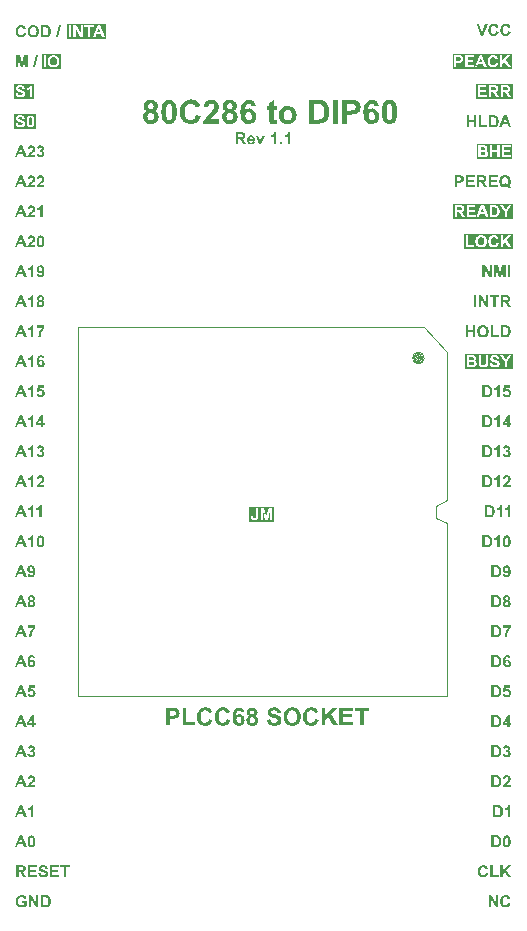
<source format=gto>
G04 #@! TF.GenerationSoftware,KiCad,Pcbnew,9.0.1*
G04 #@! TF.CreationDate,2025-04-19T16:30:10+02:00*
G04 #@! TF.ProjectId,80286,38303238-362e-46b6-9963-61645f706362,rev?*
G04 #@! TF.SameCoordinates,Original*
G04 #@! TF.FileFunction,Legend,Top*
G04 #@! TF.FilePolarity,Positive*
%FSLAX46Y46*%
G04 Gerber Fmt 4.6, Leading zero omitted, Abs format (unit mm)*
G04 Created by KiCad (PCBNEW 9.0.1) date 2025-04-19 16:30:10*
%MOMM*%
%LPD*%
G01*
G04 APERTURE LIST*
%ADD10C,0.250000*%
%ADD11C,0.200000*%
%ADD12C,0.100000*%
%ADD13C,0.120000*%
%ADD14R,1.422400X1.422400*%
%ADD15C,1.422400*%
%ADD16C,1.700000*%
%ADD17R,1.700000X1.700000*%
G04 APERTURE END LIST*
D10*
G36*
X204567988Y-190125000D02*
G01*
X204567988Y-189120673D01*
X204764725Y-189120673D01*
X205174565Y-189793012D01*
X205174565Y-189120673D01*
X205362449Y-189120673D01*
X205362449Y-190125000D01*
X205159544Y-190125000D01*
X204755811Y-189462674D01*
X204755811Y-190125000D01*
X204567988Y-190125000D01*
G37*
G36*
X206216871Y-189753750D02*
G01*
X206412937Y-189816277D01*
X206384962Y-189897292D01*
X206350410Y-189963710D01*
X206309758Y-190017657D01*
X206262972Y-190060764D01*
X206208909Y-190094752D01*
X206147453Y-190119624D01*
X206077320Y-190135179D01*
X205996931Y-190140631D01*
X205918026Y-190134888D01*
X205846902Y-190118246D01*
X205782303Y-190091144D01*
X205723226Y-190053425D01*
X205668973Y-190004344D01*
X205624246Y-189948093D01*
X205588872Y-189883995D01*
X205562754Y-189810914D01*
X205546331Y-189727389D01*
X205540563Y-189631690D01*
X205546468Y-189529866D01*
X205563186Y-189441957D01*
X205589592Y-189365979D01*
X205625091Y-189300240D01*
X205669645Y-189243405D01*
X205724074Y-189193960D01*
X205784268Y-189155728D01*
X205851040Y-189128072D01*
X205925540Y-189110975D01*
X206009204Y-189105041D01*
X206099923Y-189112357D01*
X206178597Y-189133265D01*
X206247336Y-189166958D01*
X206307730Y-189213668D01*
X206347714Y-189260165D01*
X206382045Y-189320696D01*
X206410189Y-189398133D01*
X206210032Y-189445027D01*
X206193463Y-189395823D01*
X206168815Y-189355316D01*
X206135905Y-189322112D01*
X206096255Y-189297332D01*
X206051086Y-189282233D01*
X205998946Y-189276988D01*
X205944812Y-189282215D01*
X205897489Y-189297292D01*
X205855595Y-189322024D01*
X205818206Y-189357161D01*
X205790438Y-189398408D01*
X205768761Y-189453057D01*
X205754275Y-189524465D01*
X205748902Y-189616669D01*
X205754316Y-189715171D01*
X205768787Y-189790205D01*
X205790189Y-189846468D01*
X205817229Y-189887901D01*
X205854174Y-189923414D01*
X205895420Y-189948315D01*
X205941859Y-189963448D01*
X205994854Y-189968684D01*
X206046611Y-189962799D01*
X206092351Y-189945621D01*
X206133523Y-189916844D01*
X206166601Y-189878661D01*
X206194656Y-189825581D01*
X206216871Y-189753750D01*
G37*
G36*
X165469876Y-154565000D02*
G01*
X165249874Y-154565000D01*
X165162435Y-154338342D01*
X164762182Y-154338342D01*
X164679506Y-154565000D01*
X164465000Y-154565000D01*
X164618290Y-154170303D01*
X164824342Y-154170303D01*
X165097588Y-154170303D01*
X164959591Y-153795146D01*
X164824342Y-154170303D01*
X164618290Y-154170303D01*
X164855055Y-153560673D01*
X165068890Y-153560673D01*
X165469876Y-154565000D01*
G37*
G36*
X166025772Y-154565000D02*
G01*
X165833797Y-154565000D01*
X165833797Y-153843628D01*
X165759852Y-153903851D01*
X165677530Y-153952728D01*
X165585830Y-153990540D01*
X165585830Y-153814685D01*
X165634237Y-153794883D01*
X165688354Y-153764411D01*
X165749106Y-153721263D01*
X165802896Y-153671516D01*
X165842679Y-153618185D01*
X165870006Y-153560673D01*
X166025772Y-153560673D01*
X166025772Y-154565000D01*
G37*
G36*
X166960551Y-154385237D02*
G01*
X166960551Y-154565000D01*
X166287723Y-154565000D01*
X166299787Y-154499273D01*
X166321509Y-154435789D01*
X166353302Y-154373941D01*
X166394292Y-154316194D01*
X166463197Y-154238102D01*
X166569152Y-154134460D01*
X166684984Y-154021661D01*
X166728276Y-153970940D01*
X166750964Y-153930058D01*
X166763778Y-153891266D01*
X166767904Y-153853764D01*
X166763648Y-153812427D01*
X166751922Y-153780319D01*
X166733405Y-153755334D01*
X166708417Y-153736704D01*
X166677239Y-153725069D01*
X166638089Y-153720896D01*
X166599545Y-153725208D01*
X166568209Y-153737366D01*
X166542468Y-153757105D01*
X166523592Y-153783601D01*
X166509476Y-153822285D01*
X166501496Y-153877212D01*
X166310254Y-153858100D01*
X166324779Y-153778903D01*
X166348080Y-153716419D01*
X166379037Y-153667533D01*
X166417477Y-153629916D01*
X166464058Y-153600306D01*
X166516445Y-153578757D01*
X166575646Y-153565351D01*
X166642913Y-153560673D01*
X166716781Y-153566230D01*
X166778947Y-153581875D01*
X166831447Y-153606638D01*
X166875860Y-153640357D01*
X166913126Y-153682901D01*
X166939271Y-153729455D01*
X166955106Y-153780897D01*
X166960551Y-153838499D01*
X166954450Y-153904506D01*
X166936310Y-153966849D01*
X166906260Y-154027070D01*
X166859434Y-154094466D01*
X166816514Y-154142424D01*
X166733771Y-154221838D01*
X166618672Y-154332114D01*
X166579410Y-154385237D01*
X166960551Y-154385237D01*
G37*
G36*
X165469876Y-159645000D02*
G01*
X165249874Y-159645000D01*
X165162435Y-159418342D01*
X164762182Y-159418342D01*
X164679506Y-159645000D01*
X164465000Y-159645000D01*
X164618290Y-159250303D01*
X164824342Y-159250303D01*
X165097588Y-159250303D01*
X164959591Y-158875146D01*
X164824342Y-159250303D01*
X164618290Y-159250303D01*
X164855055Y-158640673D01*
X165068890Y-158640673D01*
X165469876Y-159645000D01*
G37*
G36*
X166025772Y-159645000D02*
G01*
X165833797Y-159645000D01*
X165833797Y-158923628D01*
X165759852Y-158983851D01*
X165677530Y-159032728D01*
X165585830Y-159070540D01*
X165585830Y-158894685D01*
X165634237Y-158874883D01*
X165688354Y-158844411D01*
X165749106Y-158801263D01*
X165802896Y-158751516D01*
X165842679Y-158698185D01*
X165870006Y-158640673D01*
X166025772Y-158640673D01*
X166025772Y-159645000D01*
G37*
G36*
X166707610Y-158647592D02*
G01*
X166767838Y-158667328D01*
X166819586Y-158699386D01*
X166864258Y-158744659D01*
X166895710Y-158793180D01*
X166922262Y-158855242D01*
X166943097Y-158933649D01*
X166956906Y-159031670D01*
X166961955Y-159152972D01*
X166956896Y-159273779D01*
X166943038Y-159371713D01*
X166922090Y-159450342D01*
X166895340Y-159512847D01*
X166863586Y-159561957D01*
X166819321Y-159606529D01*
X166767839Y-159638164D01*
X166707707Y-159657684D01*
X166636746Y-159664539D01*
X166566131Y-159657280D01*
X166504471Y-159636295D01*
X166449847Y-159601676D01*
X166401051Y-159552065D01*
X166372903Y-159508100D01*
X166348704Y-159449643D01*
X166329389Y-159373318D01*
X166316401Y-159275203D01*
X166311678Y-159152972D01*
X166512426Y-159152972D01*
X166517975Y-159315266D01*
X166530195Y-159394834D01*
X166544809Y-159437997D01*
X166559857Y-159465830D01*
X166574952Y-159482517D01*
X166603883Y-159498862D01*
X166636746Y-159504316D01*
X166669686Y-159498786D01*
X166698906Y-159482151D01*
X166721703Y-159453913D01*
X166741343Y-159402650D01*
X166755088Y-159316199D01*
X166761127Y-159152972D01*
X166755577Y-158990632D01*
X166743358Y-158911111D01*
X166721254Y-158852287D01*
X166698600Y-158823061D01*
X166669636Y-158806435D01*
X166636746Y-158800896D01*
X166603849Y-158806421D01*
X166574586Y-158823061D01*
X166551836Y-158851292D01*
X166532210Y-158902562D01*
X166518454Y-158989611D01*
X166512426Y-159152972D01*
X166311678Y-159152972D01*
X166311598Y-159150896D01*
X166316648Y-159030732D01*
X166330487Y-158933210D01*
X166351423Y-158854807D01*
X166378179Y-158792386D01*
X166409966Y-158743255D01*
X166454232Y-158698680D01*
X166505706Y-158667045D01*
X166565818Y-158647526D01*
X166636746Y-158640673D01*
X166707610Y-158647592D01*
G37*
G36*
X165469876Y-152025000D02*
G01*
X165249874Y-152025000D01*
X165162435Y-151798342D01*
X164762182Y-151798342D01*
X164679506Y-152025000D01*
X164465000Y-152025000D01*
X164618290Y-151630303D01*
X164824342Y-151630303D01*
X165097588Y-151630303D01*
X164959591Y-151255146D01*
X164824342Y-151630303D01*
X164618290Y-151630303D01*
X164855055Y-151020673D01*
X165068890Y-151020673D01*
X165469876Y-152025000D01*
G37*
G36*
X166025772Y-152025000D02*
G01*
X165833797Y-152025000D01*
X165833797Y-151303628D01*
X165759852Y-151363851D01*
X165677530Y-151412728D01*
X165585830Y-151450540D01*
X165585830Y-151274685D01*
X165634237Y-151254883D01*
X165688354Y-151224411D01*
X165749106Y-151181263D01*
X165802896Y-151131516D01*
X165842679Y-151078185D01*
X165870006Y-151020673D01*
X166025772Y-151020673D01*
X166025772Y-152025000D01*
G37*
G36*
X166305430Y-151755416D02*
G01*
X166491238Y-151731908D01*
X166501202Y-151779733D01*
X166517347Y-151816770D01*
X166539049Y-151845176D01*
X166567000Y-151867015D01*
X166598062Y-151879914D01*
X166633326Y-151884316D01*
X166670987Y-151879271D01*
X166703921Y-151864463D01*
X166733405Y-151839192D01*
X166755362Y-151806863D01*
X166769137Y-151766948D01*
X166774071Y-151717376D01*
X166769344Y-151670491D01*
X166756154Y-151632830D01*
X166735115Y-151602398D01*
X166706949Y-151578614D01*
X166675690Y-151564694D01*
X166640165Y-151559961D01*
X166601828Y-151563208D01*
X166552055Y-151574310D01*
X166573243Y-151419277D01*
X166624025Y-151415968D01*
X166662695Y-151404370D01*
X166692067Y-151385694D01*
X166714723Y-151359538D01*
X166728342Y-151328460D01*
X166733100Y-151290928D01*
X166729515Y-151258673D01*
X166719404Y-151232415D01*
X166702997Y-151210816D01*
X166681309Y-151194489D01*
X166655115Y-151184448D01*
X166623129Y-151180896D01*
X166591689Y-151184719D01*
X166563978Y-151195906D01*
X166539049Y-151214785D01*
X166519695Y-151239457D01*
X166505406Y-151271797D01*
X166496734Y-151313764D01*
X166319780Y-151283967D01*
X166335185Y-151223879D01*
X166353937Y-151175840D01*
X166375467Y-151137909D01*
X166403088Y-151104542D01*
X166437395Y-151075963D01*
X166479270Y-151051997D01*
X166524636Y-151034837D01*
X166574156Y-151024300D01*
X166628564Y-151020673D01*
X166698033Y-151026722D01*
X166757889Y-151044001D01*
X166809918Y-151071933D01*
X166855404Y-151110921D01*
X166886881Y-151150083D01*
X166908575Y-151190526D01*
X166921425Y-151232817D01*
X166925746Y-151277739D01*
X166920249Y-151327219D01*
X166904061Y-151372034D01*
X166876756Y-151413414D01*
X166836778Y-151452100D01*
X166781582Y-151488276D01*
X166835908Y-151506048D01*
X166881305Y-151533523D01*
X166919213Y-151571074D01*
X166947592Y-151616299D01*
X166964835Y-151667524D01*
X166970809Y-151726352D01*
X166964697Y-151790403D01*
X166946809Y-151848465D01*
X166917073Y-151901854D01*
X166874455Y-151951482D01*
X166823575Y-151992058D01*
X166767436Y-152020862D01*
X166704975Y-152038459D01*
X166634731Y-152044539D01*
X166567643Y-152039216D01*
X166508562Y-152023912D01*
X166456110Y-151999112D01*
X166409234Y-151964610D01*
X166369445Y-151921859D01*
X166339089Y-151873386D01*
X166317692Y-151818320D01*
X166305430Y-151755416D01*
G37*
G36*
X204524666Y-153566249D02*
G01*
X204597700Y-153579846D01*
X204653841Y-153601772D01*
X204703919Y-153632461D01*
X204748703Y-153672353D01*
X204786696Y-153719157D01*
X204818578Y-153773101D01*
X204844324Y-153835080D01*
X204861708Y-153900058D01*
X204873031Y-153978424D01*
X204877114Y-154072423D01*
X204873369Y-154154848D01*
X204862838Y-154225596D01*
X204846400Y-154286196D01*
X204816748Y-154356616D01*
X204780927Y-154415228D01*
X204739117Y-154463578D01*
X204701672Y-154494172D01*
X204654848Y-154520995D01*
X204597028Y-154543750D01*
X204524320Y-154559009D01*
X204418059Y-154565000D01*
X204037590Y-154565000D01*
X204037590Y-154396960D01*
X204239762Y-154396960D01*
X204390765Y-154396960D01*
X204469574Y-154394050D01*
X204513009Y-154387313D01*
X204558765Y-154370246D01*
X204594647Y-154345364D01*
X204613417Y-154323644D01*
X204631183Y-154292080D01*
X204647587Y-154247972D01*
X204662272Y-154173955D01*
X204668103Y-154063203D01*
X204662171Y-153953099D01*
X204647587Y-153883562D01*
X204622059Y-153826211D01*
X204590189Y-153785865D01*
X204549122Y-153756821D01*
X204496644Y-153738360D01*
X204444196Y-153731778D01*
X204330620Y-153728712D01*
X204239762Y-153728712D01*
X204239762Y-154396960D01*
X204037590Y-154396960D01*
X204037590Y-153560673D01*
X204407129Y-153560673D01*
X204524666Y-153566249D01*
G37*
G36*
X205497246Y-154565000D02*
G01*
X205305271Y-154565000D01*
X205305271Y-153843628D01*
X205231326Y-153903851D01*
X205149004Y-153952728D01*
X205057304Y-153990540D01*
X205057304Y-153814685D01*
X205105711Y-153794883D01*
X205159828Y-153764411D01*
X205220580Y-153721263D01*
X205274370Y-153671516D01*
X205314153Y-153618185D01*
X205341480Y-153560673D01*
X205497246Y-153560673D01*
X205497246Y-154565000D01*
G37*
G36*
X206432025Y-154385237D02*
G01*
X206432025Y-154565000D01*
X205759197Y-154565000D01*
X205771261Y-154499273D01*
X205792983Y-154435789D01*
X205824776Y-154373941D01*
X205865766Y-154316194D01*
X205934671Y-154238102D01*
X206040626Y-154134460D01*
X206156458Y-154021661D01*
X206199750Y-153970940D01*
X206222438Y-153930058D01*
X206235252Y-153891266D01*
X206239378Y-153853764D01*
X206235122Y-153812427D01*
X206223396Y-153780319D01*
X206204879Y-153755334D01*
X206179891Y-153736704D01*
X206148713Y-153725069D01*
X206109563Y-153720896D01*
X206071019Y-153725208D01*
X206039683Y-153737366D01*
X206013942Y-153757105D01*
X205995066Y-153783601D01*
X205980950Y-153822285D01*
X205972970Y-153877212D01*
X205781728Y-153858100D01*
X205796253Y-153778903D01*
X205819554Y-153716419D01*
X205850511Y-153667533D01*
X205888951Y-153629916D01*
X205935532Y-153600306D01*
X205987919Y-153578757D01*
X206047120Y-153565351D01*
X206114387Y-153560673D01*
X206188255Y-153566230D01*
X206250421Y-153581875D01*
X206302921Y-153606638D01*
X206347334Y-153640357D01*
X206384600Y-153682901D01*
X206410745Y-153729455D01*
X206426580Y-153780897D01*
X206432025Y-153838499D01*
X206425924Y-153904506D01*
X206407784Y-153966849D01*
X206377734Y-154027070D01*
X206330908Y-154094466D01*
X206287988Y-154142424D01*
X206205245Y-154221838D01*
X206090146Y-154332114D01*
X206050884Y-154385237D01*
X206432025Y-154385237D01*
G37*
G36*
X203209611Y-143972035D02*
G01*
X203262851Y-143981788D01*
X203299831Y-144000893D01*
X203326049Y-144027889D01*
X203342213Y-144062149D01*
X203347909Y-144104886D01*
X203344470Y-144139619D01*
X203334856Y-144167703D01*
X203319515Y-144190554D01*
X203287328Y-144216401D01*
X203246120Y-144230793D01*
X203206992Y-144234906D01*
X203107452Y-144236960D01*
X202920300Y-144236960D01*
X202920300Y-143967316D01*
X203083577Y-143967316D01*
X203209611Y-143972035D01*
G37*
G36*
X203209240Y-143572131D02*
G01*
X203241653Y-143579231D01*
X203266514Y-143591036D01*
X203285382Y-143607180D01*
X203304317Y-143639531D01*
X203311028Y-143682285D01*
X203307522Y-143713249D01*
X203297567Y-143738818D01*
X203281291Y-143760198D01*
X203247214Y-143783379D01*
X203199714Y-143795858D01*
X203052802Y-143799277D01*
X202920300Y-143799277D01*
X202920300Y-143568712D01*
X203036438Y-143568712D01*
X203209240Y-143572131D01*
G37*
G36*
X206628526Y-144549539D02*
G01*
X202593067Y-144549539D01*
X202593067Y-143799277D01*
X202718067Y-143799277D01*
X202718067Y-144236960D01*
X202718067Y-144405000D01*
X203058908Y-144405000D01*
X203234928Y-144402051D01*
X203302785Y-144398161D01*
X203355290Y-144388480D01*
X203400103Y-144372473D01*
X203438401Y-144350533D01*
X203472205Y-144322082D01*
X203501055Y-144287785D01*
X203525168Y-144246974D01*
X203542951Y-144202916D01*
X203553437Y-144158623D01*
X203556919Y-144113618D01*
X203551276Y-144057245D01*
X203534869Y-144007202D01*
X203507704Y-143962126D01*
X203484180Y-143937641D01*
X203726241Y-143937641D01*
X203732029Y-144096305D01*
X203746024Y-144193119D01*
X203766580Y-144249292D01*
X203802750Y-144304738D01*
X203833953Y-144337163D01*
X203872634Y-144366012D01*
X203919864Y-144391261D01*
X203970653Y-144408250D01*
X204041388Y-144420045D01*
X204137485Y-144424539D01*
X204216621Y-144420644D01*
X204279914Y-144410026D01*
X204330070Y-144394009D01*
X204377232Y-144370551D01*
X204416170Y-144343182D01*
X204447917Y-144311943D01*
X204473813Y-144275705D01*
X204493996Y-144233884D01*
X204508367Y-144185608D01*
X204519766Y-144097466D01*
X204520152Y-144084553D01*
X204686543Y-144084553D01*
X204702626Y-144166537D01*
X204728613Y-144234641D01*
X204763752Y-144291138D01*
X204808114Y-144337711D01*
X204860798Y-144373712D01*
X204925271Y-144400790D01*
X205003950Y-144418247D01*
X205099801Y-144424539D01*
X205186417Y-144419997D01*
X205258298Y-144407394D01*
X205317727Y-144387964D01*
X205372290Y-144358801D01*
X205416980Y-144321677D01*
X205452977Y-144276100D01*
X205479720Y-144224248D01*
X205495505Y-144170732D01*
X205500787Y-144114656D01*
X205495974Y-144052353D01*
X205482386Y-143999673D01*
X205460792Y-143954921D01*
X205430941Y-143915069D01*
X205394306Y-143881224D01*
X205350150Y-143853011D01*
X205269074Y-143819167D01*
X205131919Y-143780287D01*
X205032053Y-143752694D01*
X204974887Y-143730373D01*
X204946112Y-143712693D01*
X204923389Y-143684382D01*
X204916070Y-143651693D01*
X204919679Y-143627306D01*
X204930182Y-143606888D01*
X204948188Y-143589412D01*
X204983247Y-143570182D01*
X205028362Y-143557668D01*
X205086185Y-143553080D01*
X205142294Y-143557488D01*
X205183850Y-143569234D01*
X205214229Y-143586847D01*
X205238103Y-143612315D01*
X205256885Y-143648265D01*
X205269917Y-143697672D01*
X205472150Y-143689856D01*
X205463711Y-143622213D01*
X205444139Y-143563752D01*
X205413799Y-143512783D01*
X205372071Y-143468145D01*
X205322724Y-143434002D01*
X205260880Y-143408071D01*
X205227126Y-143400673D01*
X205566916Y-143400673D01*
X205933769Y-143982276D01*
X205933769Y-144405000D01*
X206135269Y-144405000D01*
X206135269Y-143983681D01*
X206503526Y-143400673D01*
X206270580Y-143400673D01*
X206039648Y-143798789D01*
X205804015Y-143400673D01*
X205566916Y-143400673D01*
X205227126Y-143400673D01*
X205183817Y-143391181D01*
X205088200Y-143385041D01*
X205011805Y-143389312D01*
X204946674Y-143401325D01*
X204891157Y-143420151D01*
X204840027Y-143447755D01*
X204798758Y-143481753D01*
X204766105Y-143522428D01*
X204741848Y-143568691D01*
X204727540Y-143616472D01*
X204722752Y-143666592D01*
X204728560Y-143724430D01*
X204745583Y-143776782D01*
X204773990Y-143824916D01*
X204814953Y-143869680D01*
X204862323Y-143903170D01*
X204935588Y-143936872D01*
X205043137Y-143969881D01*
X205205009Y-144014333D01*
X205251749Y-144035653D01*
X205277793Y-144057076D01*
X205293299Y-144083917D01*
X205298615Y-144116610D01*
X205293343Y-144150725D01*
X205277390Y-144182092D01*
X205249095Y-144211864D01*
X205213738Y-144233212D01*
X205165911Y-144247326D01*
X205101878Y-144252592D01*
X205041965Y-144247033D01*
X204993948Y-144231595D01*
X204955332Y-144207224D01*
X204924689Y-144173410D01*
X204900435Y-144127095D01*
X204883280Y-144065013D01*
X204686543Y-144084553D01*
X204520152Y-144084553D01*
X204524793Y-143929459D01*
X204524793Y-143400673D01*
X204322560Y-143400673D01*
X204322560Y-143961332D01*
X204319857Y-144073046D01*
X204313645Y-144133463D01*
X204303964Y-144166001D01*
X204286697Y-144194911D01*
X204261072Y-144220901D01*
X204229890Y-144239555D01*
X204187730Y-144251895D01*
X204131318Y-144256500D01*
X204075949Y-144251804D01*
X204032223Y-144238894D01*
X203997717Y-144218825D01*
X203969182Y-144191000D01*
X203948733Y-144158036D01*
X203935923Y-144118930D01*
X203930868Y-144068914D01*
X203928413Y-143949548D01*
X203928413Y-143400673D01*
X203726241Y-143400673D01*
X203726241Y-143937641D01*
X203484180Y-143937641D01*
X203471220Y-143924151D01*
X203424934Y-143893744D01*
X203367021Y-143870901D01*
X203407513Y-143847856D01*
X203441567Y-143818581D01*
X203469847Y-143782608D01*
X203490943Y-143741996D01*
X203503517Y-143699126D01*
X203507766Y-143653220D01*
X203504251Y-143610715D01*
X203493968Y-143571828D01*
X203476991Y-143535861D01*
X203442032Y-143488273D01*
X203400177Y-143452025D01*
X203351372Y-143426072D01*
X203295641Y-143410626D01*
X203229672Y-143403609D01*
X203118381Y-143400673D01*
X202718067Y-143400673D01*
X202718067Y-143799277D01*
X202593067Y-143799277D01*
X202593067Y-143260041D01*
X206628526Y-143260041D01*
X206628526Y-144549539D01*
G37*
G36*
X165469876Y-182505000D02*
G01*
X165249874Y-182505000D01*
X165162435Y-182278342D01*
X164762182Y-182278342D01*
X164679506Y-182505000D01*
X164465000Y-182505000D01*
X164618290Y-182110303D01*
X164824342Y-182110303D01*
X165097588Y-182110303D01*
X164959591Y-181735146D01*
X164824342Y-182110303D01*
X164618290Y-182110303D01*
X164855055Y-181500673D01*
X165068890Y-181500673D01*
X165469876Y-182505000D01*
G37*
G36*
X166025772Y-182505000D02*
G01*
X165833797Y-182505000D01*
X165833797Y-181783628D01*
X165759852Y-181843851D01*
X165677530Y-181892728D01*
X165585830Y-181930540D01*
X165585830Y-181754685D01*
X165634237Y-181734883D01*
X165688354Y-181704411D01*
X165749106Y-181661263D01*
X165802896Y-181611516D01*
X165842679Y-181558185D01*
X165870006Y-181500673D01*
X166025772Y-181500673D01*
X166025772Y-182505000D01*
G37*
G36*
X176104583Y-121782209D02*
G01*
X176223442Y-121811207D01*
X176322486Y-121856755D01*
X176405013Y-121918270D01*
X176474190Y-121996513D01*
X176522914Y-122083092D01*
X176552557Y-122179754D01*
X176562794Y-122289031D01*
X176554522Y-122379797D01*
X176530363Y-122461961D01*
X176490376Y-122537303D01*
X176436325Y-122603323D01*
X176369068Y-122658570D01*
X176286800Y-122703511D01*
X176391649Y-122756602D01*
X176475125Y-122821641D01*
X176540202Y-122898905D01*
X176587973Y-122987908D01*
X176616948Y-123085948D01*
X176626908Y-123195294D01*
X176615136Y-123331453D01*
X176581370Y-123449962D01*
X176526591Y-123554081D01*
X176449954Y-123646166D01*
X176356642Y-123720501D01*
X176249077Y-123774281D01*
X176124518Y-123807797D01*
X175979298Y-123819578D01*
X175843614Y-123809907D01*
X175724196Y-123782177D01*
X175618476Y-123737544D01*
X175524396Y-123676086D01*
X175430744Y-123583751D01*
X175364657Y-123477645D01*
X175324118Y-123355028D01*
X175309950Y-123211658D01*
X175313003Y-123175998D01*
X175688405Y-123175998D01*
X175698421Y-123279534D01*
X175726074Y-123361006D01*
X175769615Y-123425248D01*
X175828665Y-123475199D01*
X175895430Y-123504668D01*
X175972581Y-123514763D01*
X176047986Y-123504992D01*
X176112628Y-123476592D01*
X176169197Y-123428668D01*
X176210603Y-123366735D01*
X176237309Y-123285713D01*
X176247110Y-123180028D01*
X176237618Y-123088563D01*
X176210900Y-123013801D01*
X176167853Y-122952150D01*
X176110327Y-122904323D01*
X176044322Y-122875869D01*
X175967086Y-122866054D01*
X175878337Y-122877758D01*
X175810128Y-122910406D01*
X175757403Y-122963874D01*
X175718740Y-123031608D01*
X175696011Y-123101856D01*
X175688405Y-123175998D01*
X175313003Y-123175998D01*
X175319036Y-123105514D01*
X175345846Y-123006568D01*
X175390550Y-122913193D01*
X175452675Y-122831495D01*
X175536139Y-122761717D01*
X175644685Y-122703511D01*
X175551103Y-122654141D01*
X175480135Y-122596484D01*
X175428164Y-122530465D01*
X175390571Y-122454666D01*
X175368105Y-122374641D01*
X175362979Y-122316874D01*
X175723820Y-122316874D01*
X175731703Y-122391103D01*
X175753634Y-122449911D01*
X175788666Y-122496759D01*
X175835556Y-122531927D01*
X175892265Y-122553576D01*
X175961590Y-122561239D01*
X176031778Y-122553483D01*
X176089121Y-122531583D01*
X176136468Y-122496026D01*
X176171950Y-122448749D01*
X176194103Y-122389715D01*
X176202047Y-122315531D01*
X176194328Y-122245908D01*
X176172519Y-122188961D01*
X176137079Y-122141874D01*
X176090237Y-122106217D01*
X176033987Y-122084369D01*
X175965620Y-122076661D01*
X175894584Y-122084524D01*
X175836830Y-122106683D01*
X175789399Y-122142607D01*
X175753578Y-122190113D01*
X175731587Y-122247281D01*
X175723820Y-122316874D01*
X175362979Y-122316874D01*
X175360509Y-122289031D01*
X175370674Y-122179676D01*
X175400096Y-122082983D01*
X175448416Y-121996431D01*
X175516946Y-121918270D01*
X175598806Y-121856911D01*
X175697753Y-121811356D01*
X175817254Y-121782268D01*
X175961712Y-121771846D01*
X176104583Y-121782209D01*
G37*
G36*
X177661343Y-121785684D02*
G01*
X177781800Y-121825157D01*
X177885296Y-121889272D01*
X177974640Y-121979819D01*
X178037544Y-122076860D01*
X178090647Y-122200984D01*
X178132318Y-122357799D01*
X178159936Y-122553841D01*
X178170034Y-122796445D01*
X178159915Y-123038059D01*
X178132200Y-123233927D01*
X178090304Y-123391185D01*
X178036803Y-123516194D01*
X177973296Y-123614414D01*
X177884765Y-123703558D01*
X177781801Y-123766829D01*
X177661537Y-123805869D01*
X177519615Y-123819578D01*
X177378385Y-123805061D01*
X177255066Y-123763091D01*
X177145818Y-123693852D01*
X177048227Y-123594631D01*
X176991930Y-123506701D01*
X176943532Y-123389787D01*
X176904902Y-123237137D01*
X176878925Y-123040907D01*
X176869479Y-122796445D01*
X177270976Y-122796445D01*
X177282073Y-123121032D01*
X177306513Y-123280168D01*
X177335741Y-123366495D01*
X177365837Y-123422161D01*
X177396028Y-123455534D01*
X177453889Y-123488224D01*
X177519615Y-123499132D01*
X177585495Y-123488073D01*
X177643935Y-123454802D01*
X177689530Y-123398326D01*
X177728809Y-123295800D01*
X177756300Y-123122898D01*
X177768377Y-122796445D01*
X177757277Y-122471765D01*
X177732839Y-122312722D01*
X177688632Y-122195075D01*
X177643324Y-122136623D01*
X177585395Y-122103371D01*
X177519615Y-122092293D01*
X177453821Y-122103343D01*
X177395296Y-122136623D01*
X177349796Y-122193084D01*
X177310543Y-122295625D01*
X177283031Y-122469722D01*
X177270976Y-122796445D01*
X176869479Y-122796445D01*
X176869319Y-122792293D01*
X176879419Y-122551965D01*
X176907098Y-122356920D01*
X176948970Y-122200115D01*
X177002482Y-122075273D01*
X177066056Y-121977010D01*
X177154588Y-121887860D01*
X177257535Y-121824590D01*
X177377759Y-121785553D01*
X177519615Y-121771846D01*
X177661343Y-121785684D01*
G37*
G36*
X179792295Y-123038001D02*
G01*
X180184427Y-123163054D01*
X180128477Y-123325084D01*
X180059373Y-123457921D01*
X179978068Y-123565814D01*
X179884497Y-123652028D01*
X179776371Y-123720004D01*
X179653459Y-123769748D01*
X179513192Y-123800858D01*
X179352414Y-123811763D01*
X179194605Y-123800277D01*
X179052357Y-123766993D01*
X178923159Y-123712789D01*
X178805004Y-123637350D01*
X178696500Y-123539188D01*
X178607045Y-123426686D01*
X178536297Y-123298490D01*
X178484060Y-123152328D01*
X178451215Y-122985278D01*
X178439678Y-122793881D01*
X178451488Y-122590232D01*
X178484924Y-122414414D01*
X178537737Y-122262459D01*
X178608734Y-122130981D01*
X178697843Y-122017310D01*
X178806700Y-121918420D01*
X178927089Y-121841956D01*
X179060632Y-121786645D01*
X179209633Y-121752451D01*
X179376960Y-121740583D01*
X179558398Y-121755215D01*
X179715746Y-121797030D01*
X179853225Y-121864416D01*
X179974012Y-121957837D01*
X180053980Y-122050830D01*
X180122643Y-122171892D01*
X180178931Y-122326766D01*
X179778617Y-122420555D01*
X179745479Y-122322147D01*
X179696182Y-122241133D01*
X179630362Y-122174725D01*
X179551062Y-122125165D01*
X179460724Y-122094967D01*
X179356444Y-122084477D01*
X179248176Y-122094930D01*
X179153531Y-122125084D01*
X179069743Y-122174549D01*
X178994964Y-122244823D01*
X178939429Y-122327317D01*
X178896074Y-122436615D01*
X178867102Y-122579430D01*
X178856356Y-122763839D01*
X178867184Y-122960843D01*
X178896126Y-123110910D01*
X178938931Y-123223437D01*
X178993010Y-123306302D01*
X179066901Y-123377328D01*
X179149392Y-123427131D01*
X179242270Y-123457397D01*
X179348262Y-123467869D01*
X179451775Y-123456098D01*
X179543255Y-123421742D01*
X179625599Y-123364188D01*
X179691754Y-123287822D01*
X179747864Y-123181663D01*
X179792295Y-123038001D01*
G37*
G36*
X181742941Y-123420974D02*
G01*
X181742941Y-123780500D01*
X180397285Y-123780500D01*
X180421412Y-123649046D01*
X180464858Y-123522078D01*
X180528443Y-123398382D01*
X180610423Y-123282889D01*
X180748232Y-123126704D01*
X180960142Y-122919421D01*
X181191808Y-122693823D01*
X181278391Y-122592380D01*
X181323767Y-122510616D01*
X181349396Y-122433032D01*
X181357647Y-122358029D01*
X181349134Y-122275355D01*
X181325683Y-122211139D01*
X181288649Y-122161169D01*
X181238673Y-122123909D01*
X181176317Y-122100638D01*
X181098017Y-122092293D01*
X181020929Y-122100916D01*
X180958257Y-122125233D01*
X180906775Y-122164711D01*
X180869023Y-122217702D01*
X180840790Y-122295071D01*
X180824832Y-122404924D01*
X180442347Y-122366700D01*
X180471396Y-122208306D01*
X180517999Y-122083338D01*
X180579912Y-121985566D01*
X180656793Y-121910332D01*
X180749956Y-121851112D01*
X180854728Y-121808014D01*
X180973131Y-121781203D01*
X181107665Y-121771846D01*
X181255402Y-121782960D01*
X181379733Y-121814250D01*
X181484733Y-121863777D01*
X181573558Y-121931215D01*
X181648091Y-122016303D01*
X181700381Y-122109410D01*
X181732050Y-122212294D01*
X181742941Y-122327499D01*
X181730739Y-122459512D01*
X181694458Y-122584198D01*
X181634358Y-122704641D01*
X181540707Y-122839432D01*
X181454866Y-122935349D01*
X181289382Y-123094177D01*
X181059183Y-123314728D01*
X180980659Y-123420974D01*
X181742941Y-123420974D01*
G37*
G36*
X182790975Y-121782209D02*
G01*
X182909834Y-121811207D01*
X183008878Y-121856755D01*
X183091405Y-121918270D01*
X183160582Y-121996513D01*
X183209306Y-122083092D01*
X183238949Y-122179754D01*
X183249186Y-122289031D01*
X183240915Y-122379797D01*
X183216755Y-122461961D01*
X183176768Y-122537303D01*
X183122718Y-122603323D01*
X183055460Y-122658570D01*
X182973192Y-122703511D01*
X183078042Y-122756602D01*
X183161517Y-122821641D01*
X183226594Y-122898905D01*
X183274365Y-122987908D01*
X183303340Y-123085948D01*
X183313300Y-123195294D01*
X183301528Y-123331453D01*
X183267762Y-123449962D01*
X183212983Y-123554081D01*
X183136346Y-123646166D01*
X183043034Y-123720501D01*
X182935470Y-123774281D01*
X182810910Y-123807797D01*
X182665690Y-123819578D01*
X182530006Y-123809907D01*
X182410589Y-123782177D01*
X182304868Y-123737544D01*
X182210788Y-123676086D01*
X182117136Y-123583751D01*
X182051049Y-123477645D01*
X182010510Y-123355028D01*
X181996342Y-123211658D01*
X181999395Y-123175998D01*
X182374797Y-123175998D01*
X182384813Y-123279534D01*
X182412466Y-123361006D01*
X182456008Y-123425248D01*
X182515057Y-123475199D01*
X182581822Y-123504668D01*
X182658973Y-123514763D01*
X182734378Y-123504992D01*
X182799020Y-123476592D01*
X182855589Y-123428668D01*
X182896995Y-123366735D01*
X182923701Y-123285713D01*
X182933502Y-123180028D01*
X182924010Y-123088563D01*
X182897292Y-123013801D01*
X182854245Y-122952150D01*
X182796719Y-122904323D01*
X182730715Y-122875869D01*
X182653478Y-122866054D01*
X182564730Y-122877758D01*
X182496520Y-122910406D01*
X182443795Y-122963874D01*
X182405132Y-123031608D01*
X182382403Y-123101856D01*
X182374797Y-123175998D01*
X181999395Y-123175998D01*
X182005428Y-123105514D01*
X182032238Y-123006568D01*
X182076943Y-122913193D01*
X182139067Y-122831495D01*
X182222531Y-122761717D01*
X182331077Y-122703511D01*
X182237495Y-122654141D01*
X182166527Y-122596484D01*
X182114556Y-122530465D01*
X182076964Y-122454666D01*
X182054498Y-122374641D01*
X182049372Y-122316874D01*
X182410212Y-122316874D01*
X182418095Y-122391103D01*
X182440027Y-122449911D01*
X182475058Y-122496759D01*
X182521949Y-122531927D01*
X182578657Y-122553576D01*
X182647982Y-122561239D01*
X182718170Y-122553483D01*
X182775513Y-122531583D01*
X182822860Y-122496026D01*
X182858342Y-122448749D01*
X182880495Y-122389715D01*
X182888439Y-122315531D01*
X182880720Y-122245908D01*
X182858911Y-122188961D01*
X182823471Y-122141874D01*
X182776630Y-122106217D01*
X182720379Y-122084369D01*
X182652012Y-122076661D01*
X182580976Y-122084524D01*
X182523222Y-122106683D01*
X182475791Y-122142607D01*
X182439970Y-122190113D01*
X182417979Y-122247281D01*
X182410212Y-122316874D01*
X182049372Y-122316874D01*
X182046901Y-122289031D01*
X182057066Y-122179676D01*
X182086488Y-122082983D01*
X182134808Y-121996431D01*
X182203338Y-121918270D01*
X182285198Y-121856911D01*
X182384145Y-121811356D01*
X182503646Y-121782268D01*
X182648105Y-121771846D01*
X182790975Y-121782209D01*
G37*
G36*
X184402226Y-121780523D02*
G01*
X184501336Y-121805428D01*
X184589047Y-121845662D01*
X184667138Y-121901417D01*
X184732857Y-121970509D01*
X184786695Y-122054500D01*
X184828654Y-122155765D01*
X184857770Y-122277429D01*
X184486154Y-122318950D01*
X184470798Y-122243736D01*
X184446679Y-122188057D01*
X184415079Y-122147614D01*
X184373858Y-122117327D01*
X184324960Y-122098803D01*
X184266213Y-122092293D01*
X184190556Y-122104364D01*
X184122930Y-122140609D01*
X184060561Y-122204767D01*
X184018326Y-122286604D01*
X183981027Y-122431625D01*
X183954682Y-122668218D01*
X184032393Y-122592789D01*
X184116545Y-122540630D01*
X184208694Y-122509390D01*
X184311276Y-122498713D01*
X184427559Y-122510114D01*
X184533498Y-122543588D01*
X184631495Y-122599466D01*
X184723192Y-122679941D01*
X184797065Y-122775257D01*
X184850233Y-122883237D01*
X184883153Y-123006300D01*
X184894650Y-123147666D01*
X184882418Y-123297950D01*
X184847591Y-123427048D01*
X184791656Y-123538723D01*
X184714277Y-123635786D01*
X184618524Y-123715633D01*
X184511098Y-123772507D01*
X184389686Y-123807438D01*
X184251070Y-123819578D01*
X184132565Y-123809883D01*
X184025256Y-123781652D01*
X183927079Y-123735269D01*
X183836467Y-123669920D01*
X183752449Y-123583640D01*
X183689036Y-123490011D01*
X183635880Y-123371325D01*
X183594405Y-123222534D01*
X183578653Y-123116159D01*
X183987410Y-123116159D01*
X183998210Y-123235595D01*
X184027718Y-123328007D01*
X184073506Y-123399359D01*
X184136002Y-123456443D01*
X184200825Y-123488564D01*
X184270243Y-123499132D01*
X184337552Y-123489982D01*
X184395948Y-123463176D01*
X184447808Y-123417433D01*
X184484337Y-123358375D01*
X184509297Y-123272233D01*
X184518883Y-123149620D01*
X184508741Y-123023812D01*
X184482011Y-122933201D01*
X184442312Y-122869107D01*
X184386442Y-122819221D01*
X184323554Y-122790035D01*
X184251070Y-122780081D01*
X184181051Y-122789551D01*
X184119426Y-122817439D01*
X184063858Y-122865199D01*
X184023463Y-122926399D01*
X183997147Y-123008011D01*
X183987410Y-123116159D01*
X183578653Y-123116159D01*
X183567034Y-123037698D01*
X183557054Y-122810123D01*
X183567413Y-122577087D01*
X183595850Y-122387474D01*
X183639002Y-122234503D01*
X183694403Y-122112162D01*
X183760631Y-122015356D01*
X183847881Y-121926879D01*
X183942967Y-121859502D01*
X184046999Y-121811413D01*
X184161724Y-121781992D01*
X184289416Y-121771846D01*
X184402226Y-121780523D01*
G37*
G36*
X186637445Y-122326766D02*
G01*
X186637445Y-122631581D01*
X186375128Y-122631581D01*
X186375128Y-123221916D01*
X186382578Y-123430866D01*
X186394758Y-123457726D01*
X186416772Y-123479837D01*
X186445694Y-123494118D01*
X186481740Y-123499132D01*
X186539967Y-123491527D01*
X186636102Y-123462251D01*
X186668830Y-123761815D01*
X186577913Y-123793301D01*
X186477308Y-123812815D01*
X186365481Y-123819578D01*
X186265190Y-123810485D01*
X186178269Y-123784407D01*
X186103846Y-123742408D01*
X186056025Y-123693427D01*
X186024376Y-123631213D01*
X186002169Y-123542607D01*
X185993786Y-123458012D01*
X185989835Y-123269666D01*
X185989835Y-122631581D01*
X185813614Y-122631581D01*
X185813614Y-122326766D01*
X185989835Y-122326766D01*
X185989835Y-122045398D01*
X186375128Y-121818741D01*
X186375128Y-122326766D01*
X186637445Y-122326766D01*
G37*
G36*
X187723868Y-122301928D02*
G01*
X187865236Y-122342931D01*
X187990485Y-122409765D01*
X188102292Y-122503720D01*
X188193724Y-122617832D01*
X188258876Y-122744956D01*
X188298845Y-122887666D01*
X188312707Y-123049481D01*
X188298725Y-123212644D01*
X188258386Y-123356742D01*
X188192592Y-123485289D01*
X188100215Y-123600859D01*
X187987241Y-123696484D01*
X187862257Y-123764098D01*
X187722785Y-123805330D01*
X187565324Y-123819578D01*
X187434503Y-123809471D01*
X187308143Y-123779275D01*
X187184793Y-123728476D01*
X187073167Y-123657849D01*
X186982088Y-123569423D01*
X186909532Y-123461518D01*
X186858744Y-123340714D01*
X186826632Y-123199173D01*
X186816674Y-123053633D01*
X187208729Y-123053633D01*
X187221654Y-123196720D01*
X187256826Y-123306411D01*
X187311189Y-123390199D01*
X187385802Y-123455706D01*
X187468978Y-123493947D01*
X187563980Y-123506948D01*
X187658954Y-123493931D01*
X187741875Y-123455681D01*
X187816039Y-123390199D01*
X187869947Y-123306414D01*
X187904974Y-123195892D01*
X187917888Y-123050824D01*
X187905084Y-122909614D01*
X187870159Y-122800805D01*
X187816039Y-122717188D01*
X187741866Y-122651632D01*
X187658945Y-122613346D01*
X187563980Y-122600318D01*
X187468987Y-122613330D01*
X187385811Y-122651608D01*
X187311189Y-122717188D01*
X187256831Y-122800901D01*
X187221657Y-122910547D01*
X187208729Y-123053633D01*
X186816674Y-123053633D01*
X186815254Y-123032872D01*
X186825590Y-122906302D01*
X186856701Y-122782152D01*
X186909532Y-122658936D01*
X186981793Y-122547078D01*
X187070357Y-122455756D01*
X187176611Y-122382942D01*
X187295009Y-122330465D01*
X187422977Y-122298592D01*
X187562637Y-122287687D01*
X187723868Y-122301928D01*
G37*
G36*
X190367023Y-121782999D02*
G01*
X190513091Y-121810192D01*
X190625372Y-121854045D01*
X190725528Y-121915422D01*
X190815097Y-121995206D01*
X190891083Y-122088814D01*
X190954848Y-122196702D01*
X191006339Y-122320660D01*
X191041106Y-122450617D01*
X191063753Y-122607349D01*
X191071918Y-122795346D01*
X191064430Y-122960197D01*
X191043368Y-123101692D01*
X191010491Y-123222893D01*
X190951187Y-123363733D01*
X190879544Y-123480956D01*
X190795924Y-123577656D01*
X190721035Y-123638845D01*
X190627387Y-123692490D01*
X190511747Y-123738001D01*
X190366331Y-123768519D01*
X190153809Y-123780500D01*
X189392871Y-123780500D01*
X189392871Y-123444421D01*
X189797215Y-123444421D01*
X190099221Y-123444421D01*
X190256839Y-123438601D01*
X190343708Y-123425126D01*
X190435221Y-123390992D01*
X190506984Y-123341229D01*
X190544524Y-123297789D01*
X190580057Y-123234660D01*
X190612864Y-123146445D01*
X190642235Y-122998411D01*
X190653897Y-122776906D01*
X190642033Y-122556699D01*
X190612864Y-122417624D01*
X190561809Y-122302922D01*
X190498070Y-122222230D01*
X190415935Y-122164143D01*
X190310980Y-122127220D01*
X190206082Y-122114056D01*
X189978931Y-122107924D01*
X189797215Y-122107924D01*
X189797215Y-123444421D01*
X189392871Y-123444421D01*
X189392871Y-121771846D01*
X190131950Y-121771846D01*
X190367023Y-121782999D01*
G37*
G36*
X191402257Y-123780500D02*
G01*
X191402257Y-121771846D01*
X191806723Y-121771846D01*
X191806723Y-123780500D01*
X191402257Y-123780500D01*
G37*
G36*
X193178514Y-121781662D02*
G01*
X193322128Y-121802010D01*
X193429909Y-121843528D01*
X193525394Y-121908268D01*
X193610456Y-121998626D01*
X193673162Y-122105120D01*
X193712556Y-122233607D01*
X193726594Y-122389536D01*
X193718451Y-122511359D01*
X193695594Y-122613945D01*
X193659671Y-122700458D01*
X193609818Y-122780111D01*
X193553181Y-122845575D01*
X193489556Y-122898416D01*
X193383657Y-122959000D01*
X193279751Y-122993549D01*
X193118691Y-123013992D01*
X192860264Y-123022370D01*
X192596604Y-123022370D01*
X192596604Y-123780500D01*
X192192260Y-123780500D01*
X192192260Y-122686292D01*
X192596604Y-122686292D01*
X192817888Y-122686292D01*
X193037266Y-122676104D01*
X193137602Y-122654296D01*
X193209942Y-122612944D01*
X193263998Y-122554278D01*
X193298068Y-122481528D01*
X193309793Y-122395765D01*
X193302239Y-122324040D01*
X193280700Y-122263665D01*
X193245557Y-122212216D01*
X193199024Y-122170098D01*
X193145320Y-122140151D01*
X193083014Y-122121846D01*
X192992499Y-122112377D01*
X192791998Y-122107924D01*
X192596604Y-122107924D01*
X192596604Y-122686292D01*
X192192260Y-122686292D01*
X192192260Y-121771846D01*
X192841213Y-121771846D01*
X193178514Y-121781662D01*
G37*
G36*
X194818695Y-121780523D02*
G01*
X194917805Y-121805428D01*
X195005516Y-121845662D01*
X195083607Y-121901417D01*
X195149326Y-121970509D01*
X195203164Y-122054500D01*
X195245123Y-122155765D01*
X195274239Y-122277429D01*
X194902623Y-122318950D01*
X194887267Y-122243736D01*
X194863148Y-122188057D01*
X194831548Y-122147614D01*
X194790326Y-122117327D01*
X194741428Y-122098803D01*
X194682682Y-122092293D01*
X194607025Y-122104364D01*
X194539399Y-122140609D01*
X194477030Y-122204767D01*
X194434795Y-122286604D01*
X194397496Y-122431625D01*
X194371151Y-122668218D01*
X194448862Y-122592789D01*
X194533014Y-122540630D01*
X194625163Y-122509390D01*
X194727745Y-122498713D01*
X194844028Y-122510114D01*
X194949967Y-122543588D01*
X195047964Y-122599466D01*
X195139661Y-122679941D01*
X195213534Y-122775257D01*
X195266702Y-122883237D01*
X195299622Y-123006300D01*
X195311119Y-123147666D01*
X195298887Y-123297950D01*
X195264060Y-123427048D01*
X195208125Y-123538723D01*
X195130746Y-123635786D01*
X195034993Y-123715633D01*
X194927567Y-123772507D01*
X194806154Y-123807438D01*
X194667539Y-123819578D01*
X194549034Y-123809883D01*
X194441725Y-123781652D01*
X194343548Y-123735269D01*
X194252936Y-123669920D01*
X194168918Y-123583640D01*
X194105505Y-123490011D01*
X194052349Y-123371325D01*
X194010874Y-123222534D01*
X193995122Y-123116159D01*
X194403879Y-123116159D01*
X194414679Y-123235595D01*
X194444187Y-123328007D01*
X194489975Y-123399359D01*
X194552471Y-123456443D01*
X194617294Y-123488564D01*
X194686712Y-123499132D01*
X194754021Y-123489982D01*
X194812417Y-123463176D01*
X194864277Y-123417433D01*
X194900806Y-123358375D01*
X194925766Y-123272233D01*
X194935352Y-123149620D01*
X194925210Y-123023812D01*
X194898480Y-122933201D01*
X194858781Y-122869107D01*
X194802911Y-122819221D01*
X194740023Y-122790035D01*
X194667539Y-122780081D01*
X194597520Y-122789551D01*
X194535895Y-122817439D01*
X194480327Y-122865199D01*
X194439932Y-122926399D01*
X194413616Y-123008011D01*
X194403879Y-123116159D01*
X193995122Y-123116159D01*
X193983503Y-123037698D01*
X193973523Y-122810123D01*
X193983882Y-122577087D01*
X194012319Y-122387474D01*
X194055471Y-122234503D01*
X194110872Y-122112162D01*
X194177100Y-122015356D01*
X194264350Y-121926879D01*
X194359436Y-121859502D01*
X194463468Y-121811413D01*
X194578193Y-121781992D01*
X194705885Y-121771846D01*
X194818695Y-121780523D01*
G37*
G36*
X196319543Y-121785684D02*
G01*
X196439999Y-121825157D01*
X196543495Y-121889272D01*
X196632839Y-121979819D01*
X196695744Y-122076860D01*
X196748847Y-122200984D01*
X196790518Y-122357799D01*
X196818135Y-122553841D01*
X196828234Y-122796445D01*
X196818115Y-123038059D01*
X196790400Y-123233927D01*
X196748503Y-123391185D01*
X196695003Y-123516194D01*
X196631496Y-123614414D01*
X196542965Y-123703558D01*
X196440000Y-123766829D01*
X196319737Y-123805869D01*
X196177815Y-123819578D01*
X196036585Y-123805061D01*
X195913265Y-123763091D01*
X195804018Y-123693852D01*
X195706426Y-123594631D01*
X195650130Y-123506701D01*
X195601732Y-123389787D01*
X195563102Y-123237137D01*
X195537124Y-123040907D01*
X195527678Y-122796445D01*
X195929176Y-122796445D01*
X195940272Y-123121032D01*
X195964713Y-123280168D01*
X195993940Y-123366495D01*
X196024037Y-123422161D01*
X196054228Y-123455534D01*
X196112088Y-123488224D01*
X196177815Y-123499132D01*
X196243694Y-123488073D01*
X196302135Y-123454802D01*
X196347729Y-123398326D01*
X196387009Y-123295800D01*
X196414499Y-123122898D01*
X196426576Y-122796445D01*
X196415477Y-122471765D01*
X196391039Y-122312722D01*
X196346831Y-122195075D01*
X196301524Y-122136623D01*
X196243595Y-122103371D01*
X196177815Y-122092293D01*
X196112021Y-122103343D01*
X196053495Y-122136623D01*
X196007996Y-122193084D01*
X195968743Y-122295625D01*
X195941231Y-122469722D01*
X195929176Y-122796445D01*
X195527678Y-122796445D01*
X195527518Y-122792293D01*
X195537619Y-122551965D01*
X195565298Y-122356920D01*
X195607170Y-122200115D01*
X195660682Y-122075273D01*
X195724256Y-121977010D01*
X195812788Y-121887860D01*
X195915735Y-121824590D01*
X196035959Y-121785553D01*
X196177815Y-121771846D01*
X196319543Y-121785684D01*
G37*
G36*
X167794903Y-118162646D02*
G01*
X167847691Y-118178866D01*
X167893801Y-118205253D01*
X167934343Y-118242412D01*
X167965225Y-118286634D01*
X167988779Y-118342668D01*
X168004189Y-118413166D01*
X168009814Y-118501371D01*
X168004070Y-118590450D01*
X167988292Y-118662028D01*
X167964097Y-118719278D01*
X167932266Y-118764787D01*
X167890552Y-118803373D01*
X167844290Y-118830459D01*
X167792522Y-118846910D01*
X167733819Y-118852592D01*
X167675162Y-118846890D01*
X167623219Y-118830349D01*
X167576588Y-118803059D01*
X167534334Y-118764115D01*
X167501891Y-118718151D01*
X167477408Y-118661154D01*
X167461551Y-118590777D01*
X167455810Y-118504118D01*
X167461492Y-118415658D01*
X167477084Y-118344763D01*
X167500958Y-118288231D01*
X167532319Y-118243450D01*
X167573422Y-118205756D01*
X167619903Y-118179055D01*
X167672842Y-118162686D01*
X167733819Y-118156988D01*
X167794903Y-118162646D01*
G37*
G36*
X168343824Y-119149539D02*
G01*
X166768441Y-119149539D01*
X166768441Y-119005000D01*
X166893441Y-119005000D01*
X167095674Y-119005000D01*
X167095674Y-118510957D01*
X167247471Y-118510957D01*
X167253399Y-118608092D01*
X167270263Y-118692686D01*
X167297070Y-118766541D01*
X167333375Y-118831176D01*
X167379301Y-118887763D01*
X167434476Y-118936111D01*
X167496451Y-118973844D01*
X167566187Y-119001385D01*
X167644998Y-119018547D01*
X167734491Y-119024539D01*
X167822735Y-119018552D01*
X167900702Y-119001375D01*
X167969946Y-118973750D01*
X168031737Y-118935814D01*
X168086994Y-118887091D01*
X168132811Y-118830302D01*
X168169102Y-118765201D01*
X168195950Y-118690570D01*
X168212869Y-118604835D01*
X168218824Y-118506133D01*
X168212813Y-118406580D01*
X168195744Y-118320223D01*
X168168676Y-118245160D01*
X168132107Y-118179785D01*
X168085956Y-118122855D01*
X168030282Y-118073984D01*
X167968111Y-118035941D01*
X167898528Y-118008249D01*
X167820273Y-117991038D01*
X167731804Y-117985041D01*
X167651023Y-117989750D01*
X167579492Y-118003232D01*
X167515955Y-118024792D01*
X167470989Y-118047533D01*
X167427905Y-118077503D01*
X167386445Y-118115345D01*
X167333571Y-118180381D01*
X167293266Y-118253159D01*
X167268853Y-118324124D01*
X167253117Y-118409196D01*
X167247850Y-118504118D01*
X167247471Y-118510957D01*
X167095674Y-118510957D01*
X167095674Y-118000673D01*
X166893441Y-118000673D01*
X166893441Y-119005000D01*
X166768441Y-119005000D01*
X166768441Y-117860041D01*
X168343824Y-117860041D01*
X168343824Y-119149539D01*
G37*
G36*
X204001526Y-133402646D02*
G01*
X204054315Y-133418866D01*
X204100424Y-133445253D01*
X204140966Y-133482412D01*
X204171848Y-133526634D01*
X204195402Y-133582668D01*
X204210813Y-133653166D01*
X204216437Y-133741371D01*
X204210694Y-133830450D01*
X204194916Y-133902028D01*
X204170720Y-133959278D01*
X204138890Y-134004787D01*
X204097176Y-134043373D01*
X204050914Y-134070459D01*
X203999145Y-134086910D01*
X203940443Y-134092592D01*
X203881786Y-134086890D01*
X203829842Y-134070349D01*
X203783212Y-134043059D01*
X203740957Y-134004115D01*
X203708514Y-133958151D01*
X203684031Y-133901154D01*
X203668174Y-133830777D01*
X203662433Y-133744118D01*
X203668116Y-133655658D01*
X203683707Y-133584763D01*
X203707581Y-133528231D01*
X203738942Y-133483450D01*
X203780045Y-133445756D01*
X203826526Y-133419055D01*
X203879466Y-133402686D01*
X203940443Y-133396988D01*
X204001526Y-133402646D01*
G37*
G36*
X206624436Y-134389539D02*
G01*
X202520650Y-134389539D01*
X202520650Y-134245000D01*
X202645650Y-134245000D01*
X203350657Y-134245000D01*
X203350657Y-134076960D01*
X202847883Y-134076960D01*
X202847883Y-133750957D01*
X203454094Y-133750957D01*
X203460022Y-133848092D01*
X203476886Y-133932686D01*
X203503694Y-134006541D01*
X203539998Y-134071176D01*
X203585924Y-134127763D01*
X203641100Y-134176111D01*
X203703075Y-134213844D01*
X203772810Y-134241385D01*
X203851621Y-134258547D01*
X203941114Y-134264539D01*
X204029359Y-134258552D01*
X204107325Y-134241375D01*
X204176569Y-134213750D01*
X204238360Y-134175814D01*
X204293618Y-134127091D01*
X204339435Y-134070302D01*
X204375725Y-134005201D01*
X204402573Y-133930570D01*
X204419492Y-133844835D01*
X204425113Y-133751690D01*
X204547874Y-133751690D01*
X204553643Y-133847389D01*
X204570066Y-133930914D01*
X204596184Y-134003995D01*
X204631558Y-134068093D01*
X204676285Y-134124344D01*
X204730538Y-134173425D01*
X204789615Y-134211144D01*
X204854214Y-134238246D01*
X204925338Y-134254888D01*
X205004242Y-134260631D01*
X205084632Y-134255179D01*
X205130526Y-134245000D01*
X205596348Y-134245000D01*
X205798520Y-134245000D01*
X205798520Y-133942260D01*
X205962468Y-133774405D01*
X206237791Y-134245000D01*
X206499436Y-134245000D01*
X206101809Y-133631095D01*
X206478919Y-133240673D01*
X206207016Y-133240673D01*
X205798520Y-133684279D01*
X205798520Y-133240673D01*
X205596348Y-133240673D01*
X205596348Y-134245000D01*
X205130526Y-134245000D01*
X205154765Y-134239624D01*
X205216221Y-134214752D01*
X205270284Y-134180764D01*
X205317069Y-134137657D01*
X205357722Y-134083710D01*
X205392274Y-134017292D01*
X205420249Y-133936277D01*
X205224183Y-133873750D01*
X205201968Y-133945581D01*
X205173912Y-133998661D01*
X205140835Y-134036844D01*
X205099663Y-134065621D01*
X205053923Y-134082799D01*
X205002166Y-134088684D01*
X204949170Y-134083448D01*
X204902731Y-134068315D01*
X204861486Y-134043414D01*
X204824541Y-134007901D01*
X204797501Y-133966468D01*
X204776098Y-133910205D01*
X204761627Y-133835171D01*
X204756214Y-133736669D01*
X204761587Y-133644465D01*
X204776072Y-133573057D01*
X204797750Y-133518408D01*
X204825518Y-133477161D01*
X204862907Y-133442024D01*
X204904801Y-133417292D01*
X204952123Y-133402215D01*
X205006257Y-133396988D01*
X205058398Y-133402233D01*
X205103566Y-133417332D01*
X205143216Y-133442112D01*
X205176126Y-133475316D01*
X205200775Y-133515823D01*
X205217344Y-133565027D01*
X205417501Y-133518133D01*
X205389357Y-133440696D01*
X205355025Y-133380165D01*
X205315041Y-133333668D01*
X205254648Y-133286958D01*
X205185909Y-133253265D01*
X205107234Y-133232357D01*
X205016515Y-133225041D01*
X204932852Y-133230975D01*
X204858351Y-133248072D01*
X204791580Y-133275728D01*
X204731385Y-133313960D01*
X204676957Y-133363405D01*
X204632403Y-133420240D01*
X204596904Y-133485979D01*
X204570498Y-133561957D01*
X204553779Y-133649866D01*
X204547874Y-133751690D01*
X204425113Y-133751690D01*
X204425448Y-133746133D01*
X204419436Y-133646580D01*
X204402368Y-133560223D01*
X204375299Y-133485160D01*
X204338731Y-133419785D01*
X204292580Y-133362855D01*
X204236905Y-133313984D01*
X204174734Y-133275941D01*
X204105151Y-133248249D01*
X204026897Y-133231038D01*
X203938428Y-133225041D01*
X203857646Y-133229750D01*
X203786115Y-133243232D01*
X203722578Y-133264792D01*
X203677613Y-133287533D01*
X203634528Y-133317503D01*
X203593068Y-133355345D01*
X203540195Y-133420381D01*
X203499889Y-133493159D01*
X203475477Y-133564124D01*
X203459740Y-133649196D01*
X203454473Y-133744118D01*
X203454094Y-133750957D01*
X202847883Y-133750957D01*
X202847883Y-133252397D01*
X202645650Y-133252397D01*
X202645650Y-134245000D01*
X202520650Y-134245000D01*
X202520650Y-133100041D01*
X206624436Y-133100041D01*
X206624436Y-134389539D01*
G37*
G36*
X165469876Y-157105000D02*
G01*
X165249874Y-157105000D01*
X165162435Y-156878342D01*
X164762182Y-156878342D01*
X164679506Y-157105000D01*
X164465000Y-157105000D01*
X164618290Y-156710303D01*
X164824342Y-156710303D01*
X165097588Y-156710303D01*
X164959591Y-156335146D01*
X164824342Y-156710303D01*
X164618290Y-156710303D01*
X164855055Y-156100673D01*
X165068890Y-156100673D01*
X165469876Y-157105000D01*
G37*
G36*
X166025772Y-157105000D02*
G01*
X165833797Y-157105000D01*
X165833797Y-156383628D01*
X165759852Y-156443851D01*
X165677530Y-156492728D01*
X165585830Y-156530540D01*
X165585830Y-156354685D01*
X165634237Y-156334883D01*
X165688354Y-156304411D01*
X165749106Y-156261263D01*
X165802896Y-156211516D01*
X165842679Y-156158185D01*
X165870006Y-156100673D01*
X166025772Y-156100673D01*
X166025772Y-157105000D01*
G37*
G36*
X166726261Y-157105000D02*
G01*
X166534286Y-157105000D01*
X166534286Y-156383628D01*
X166460340Y-156443851D01*
X166378018Y-156492728D01*
X166286318Y-156530540D01*
X166286318Y-156354685D01*
X166334725Y-156334883D01*
X166388843Y-156304411D01*
X166449595Y-156261263D01*
X166503384Y-156211516D01*
X166543167Y-156158185D01*
X166570495Y-156100673D01*
X166726261Y-156100673D01*
X166726261Y-157105000D01*
G37*
G36*
X166073592Y-121689539D02*
G01*
X164390558Y-121689539D01*
X164390558Y-121224553D01*
X164515558Y-121224553D01*
X164531641Y-121306537D01*
X164557628Y-121374641D01*
X164592767Y-121431138D01*
X164637130Y-121477711D01*
X164689813Y-121513712D01*
X164754286Y-121540790D01*
X164832965Y-121558247D01*
X164928817Y-121564539D01*
X165015432Y-121559997D01*
X165087313Y-121547394D01*
X165146742Y-121527964D01*
X165201305Y-121498801D01*
X165245995Y-121461677D01*
X165281992Y-121416100D01*
X165308736Y-121364248D01*
X165324520Y-121310732D01*
X165329802Y-121254656D01*
X165324989Y-121192353D01*
X165311401Y-121139673D01*
X165289808Y-121094921D01*
X165259956Y-121055069D01*
X165223321Y-121021224D01*
X165179166Y-120993011D01*
X165098090Y-120959167D01*
X164960935Y-120920287D01*
X164861068Y-120892694D01*
X164803902Y-120870373D01*
X164775127Y-120852693D01*
X164752404Y-120824382D01*
X164745085Y-120791693D01*
X164748694Y-120767306D01*
X164759197Y-120746888D01*
X164777203Y-120729412D01*
X164812262Y-120710182D01*
X164857378Y-120697668D01*
X164915200Y-120693080D01*
X164971309Y-120697488D01*
X165012865Y-120709234D01*
X165043244Y-120726847D01*
X165067119Y-120752315D01*
X165085900Y-120788265D01*
X165098932Y-120837672D01*
X165301165Y-120829856D01*
X165296777Y-120794685D01*
X165508649Y-120794685D01*
X165508649Y-120970540D01*
X165600349Y-120932728D01*
X165682671Y-120883851D01*
X165756617Y-120823628D01*
X165756617Y-121545000D01*
X165948592Y-121545000D01*
X165948592Y-120540673D01*
X165792826Y-120540673D01*
X165765498Y-120598185D01*
X165725715Y-120651516D01*
X165671926Y-120701263D01*
X165611173Y-120744411D01*
X165557056Y-120774883D01*
X165508649Y-120794685D01*
X165296777Y-120794685D01*
X165292726Y-120762213D01*
X165273154Y-120703752D01*
X165242815Y-120652783D01*
X165201086Y-120608145D01*
X165151739Y-120574002D01*
X165089896Y-120548071D01*
X165012832Y-120531181D01*
X164917215Y-120525041D01*
X164840821Y-120529312D01*
X164775689Y-120541325D01*
X164720172Y-120560151D01*
X164669042Y-120587755D01*
X164627773Y-120621753D01*
X164595120Y-120662428D01*
X164570863Y-120708691D01*
X164556555Y-120756472D01*
X164551767Y-120806592D01*
X164557575Y-120864430D01*
X164574598Y-120916782D01*
X164603005Y-120964916D01*
X164643968Y-121009680D01*
X164691338Y-121043170D01*
X164764603Y-121076872D01*
X164872152Y-121109881D01*
X165034024Y-121154333D01*
X165080764Y-121175653D01*
X165106809Y-121197076D01*
X165122314Y-121223917D01*
X165127630Y-121256610D01*
X165122358Y-121290725D01*
X165106405Y-121322092D01*
X165078110Y-121351864D01*
X165042754Y-121373212D01*
X164994926Y-121387326D01*
X164930893Y-121392592D01*
X164870981Y-121387033D01*
X164822963Y-121371595D01*
X164784347Y-121347224D01*
X164753704Y-121313410D01*
X164729450Y-121267095D01*
X164712295Y-121205013D01*
X164515558Y-121224553D01*
X164390558Y-121224553D01*
X164390558Y-120400041D01*
X166073592Y-120400041D01*
X166073592Y-121689539D01*
G37*
G36*
X204175003Y-126192035D02*
G01*
X204228243Y-126201788D01*
X204265223Y-126220893D01*
X204291441Y-126247889D01*
X204307605Y-126282149D01*
X204313301Y-126324886D01*
X204309862Y-126359619D01*
X204300248Y-126387703D01*
X204284907Y-126410554D01*
X204252720Y-126436401D01*
X204211512Y-126450793D01*
X204172384Y-126454906D01*
X204072844Y-126456960D01*
X203885692Y-126456960D01*
X203885692Y-126187316D01*
X204048969Y-126187316D01*
X204175003Y-126192035D01*
G37*
G36*
X204174632Y-125792131D02*
G01*
X204207045Y-125799231D01*
X204231906Y-125811036D01*
X204250774Y-125827180D01*
X204269709Y-125859531D01*
X204276420Y-125902285D01*
X204272914Y-125933249D01*
X204262959Y-125958818D01*
X204246683Y-125980198D01*
X204212606Y-126003379D01*
X204165106Y-126015858D01*
X204018194Y-126019277D01*
X203885692Y-126019277D01*
X203885692Y-125788712D01*
X204001830Y-125788712D01*
X204174632Y-125792131D01*
G37*
G36*
X206589836Y-126750000D02*
G01*
X203558459Y-126750000D01*
X203558459Y-126019277D01*
X203683459Y-126019277D01*
X203683459Y-126456960D01*
X203683459Y-126625000D01*
X204024300Y-126625000D01*
X204693648Y-126625000D01*
X204895881Y-126625000D01*
X204895881Y-126183408D01*
X205292043Y-126183408D01*
X205292043Y-126625000D01*
X205494276Y-126625000D01*
X205703165Y-126625000D01*
X206464836Y-126625000D01*
X206464836Y-126456960D01*
X205905337Y-126456960D01*
X205905337Y-126179501D01*
X206408110Y-126179501D01*
X206408110Y-126011461D01*
X205905337Y-126011461D01*
X205905337Y-125788712D01*
X206445724Y-125788712D01*
X206445724Y-125620673D01*
X205703165Y-125620673D01*
X205703165Y-126625000D01*
X205494276Y-126625000D01*
X205494276Y-125620673D01*
X205292043Y-125620673D01*
X205292043Y-126015369D01*
X204895881Y-126015369D01*
X204895881Y-125620673D01*
X204693648Y-125620673D01*
X204693648Y-126625000D01*
X204024300Y-126625000D01*
X204200320Y-126622051D01*
X204268177Y-126618161D01*
X204320682Y-126608480D01*
X204365495Y-126592473D01*
X204403793Y-126570533D01*
X204437597Y-126542082D01*
X204466447Y-126507785D01*
X204490560Y-126466974D01*
X204508343Y-126422916D01*
X204518829Y-126378623D01*
X204522311Y-126333618D01*
X204516668Y-126277245D01*
X204500261Y-126227202D01*
X204473096Y-126182126D01*
X204436612Y-126144151D01*
X204390326Y-126113744D01*
X204332413Y-126090901D01*
X204372905Y-126067856D01*
X204406959Y-126038581D01*
X204435239Y-126002608D01*
X204456335Y-125961996D01*
X204468909Y-125919126D01*
X204473158Y-125873220D01*
X204469643Y-125830715D01*
X204459360Y-125791828D01*
X204442383Y-125755861D01*
X204407424Y-125708273D01*
X204365569Y-125672025D01*
X204316764Y-125646072D01*
X204261033Y-125630626D01*
X204195064Y-125623609D01*
X204083773Y-125620673D01*
X203683459Y-125620673D01*
X203683459Y-126019277D01*
X203558459Y-126019277D01*
X203558459Y-125495673D01*
X206589836Y-125495673D01*
X206589836Y-126750000D01*
G37*
G36*
X204728846Y-156106249D02*
G01*
X204801880Y-156119846D01*
X204858021Y-156141772D01*
X204908099Y-156172461D01*
X204952883Y-156212353D01*
X204990876Y-156259157D01*
X205022758Y-156313101D01*
X205048504Y-156375080D01*
X205065888Y-156440058D01*
X205077211Y-156518424D01*
X205081294Y-156612423D01*
X205077549Y-156694848D01*
X205067018Y-156765596D01*
X205050580Y-156826196D01*
X205020928Y-156896616D01*
X204985107Y-156955228D01*
X204943297Y-157003578D01*
X204905852Y-157034172D01*
X204859028Y-157060995D01*
X204801208Y-157083750D01*
X204728500Y-157099009D01*
X204622239Y-157105000D01*
X204241770Y-157105000D01*
X204241770Y-156936960D01*
X204443942Y-156936960D01*
X204594945Y-156936960D01*
X204673754Y-156934050D01*
X204717189Y-156927313D01*
X204762945Y-156910246D01*
X204798827Y-156885364D01*
X204817597Y-156863644D01*
X204835363Y-156832080D01*
X204851767Y-156787972D01*
X204866452Y-156713955D01*
X204872283Y-156603203D01*
X204866351Y-156493099D01*
X204851767Y-156423562D01*
X204826239Y-156366211D01*
X204794369Y-156325865D01*
X204753302Y-156296821D01*
X204700824Y-156278360D01*
X204648376Y-156271778D01*
X204534800Y-156268712D01*
X204443942Y-156268712D01*
X204443942Y-156936960D01*
X204241770Y-156936960D01*
X204241770Y-156100673D01*
X204611309Y-156100673D01*
X204728846Y-156106249D01*
G37*
G36*
X205701426Y-157105000D02*
G01*
X205509451Y-157105000D01*
X205509451Y-156383628D01*
X205435506Y-156443851D01*
X205353184Y-156492728D01*
X205261484Y-156530540D01*
X205261484Y-156354685D01*
X205309891Y-156334883D01*
X205364008Y-156304411D01*
X205424760Y-156261263D01*
X205478550Y-156211516D01*
X205518333Y-156158185D01*
X205545660Y-156100673D01*
X205701426Y-156100673D01*
X205701426Y-157105000D01*
G37*
G36*
X206401915Y-157105000D02*
G01*
X206209940Y-157105000D01*
X206209940Y-156383628D01*
X206135994Y-156443851D01*
X206053672Y-156492728D01*
X205961972Y-156530540D01*
X205961972Y-156354685D01*
X206010379Y-156334883D01*
X206064497Y-156304411D01*
X206125249Y-156261263D01*
X206179038Y-156211516D01*
X206218821Y-156158185D01*
X206246149Y-156100673D01*
X206401915Y-156100673D01*
X206401915Y-157105000D01*
G37*
G36*
X165469876Y-129165000D02*
G01*
X165249874Y-129165000D01*
X165162435Y-128938342D01*
X164762182Y-128938342D01*
X164679506Y-129165000D01*
X164465000Y-129165000D01*
X164618290Y-128770303D01*
X164824342Y-128770303D01*
X165097588Y-128770303D01*
X164959591Y-128395146D01*
X164824342Y-128770303D01*
X164618290Y-128770303D01*
X164855055Y-128160673D01*
X165068890Y-128160673D01*
X165469876Y-129165000D01*
G37*
G36*
X166182882Y-128985237D02*
G01*
X166182882Y-129165000D01*
X165510054Y-129165000D01*
X165522118Y-129099273D01*
X165543840Y-129035789D01*
X165575633Y-128973941D01*
X165616623Y-128916194D01*
X165685528Y-128838102D01*
X165791482Y-128734460D01*
X165907315Y-128621661D01*
X165950607Y-128570940D01*
X165973295Y-128530058D01*
X165986109Y-128491266D01*
X165990235Y-128453764D01*
X165985978Y-128412427D01*
X165974253Y-128380319D01*
X165955736Y-128355334D01*
X165930748Y-128336704D01*
X165899570Y-128325069D01*
X165860420Y-128320896D01*
X165821876Y-128325208D01*
X165790540Y-128337366D01*
X165764799Y-128357105D01*
X165745923Y-128383601D01*
X165731806Y-128422285D01*
X165723827Y-128477212D01*
X165532585Y-128458100D01*
X165547109Y-128378903D01*
X165570411Y-128316419D01*
X165601367Y-128267533D01*
X165639808Y-128229916D01*
X165686389Y-128200306D01*
X165738775Y-128178757D01*
X165797977Y-128165351D01*
X165865244Y-128160673D01*
X165939112Y-128166230D01*
X166001278Y-128181875D01*
X166053778Y-128206638D01*
X166098190Y-128240357D01*
X166135457Y-128282901D01*
X166161602Y-128329455D01*
X166177437Y-128380897D01*
X166182882Y-128438499D01*
X166176781Y-128504506D01*
X166158640Y-128566849D01*
X166128590Y-128627070D01*
X166081765Y-128694466D01*
X166038844Y-128742424D01*
X165956102Y-128821838D01*
X165841003Y-128932114D01*
X165801741Y-128985237D01*
X166182882Y-128985237D01*
G37*
G36*
X166960551Y-128985237D02*
G01*
X166960551Y-129165000D01*
X166287723Y-129165000D01*
X166299787Y-129099273D01*
X166321509Y-129035789D01*
X166353302Y-128973941D01*
X166394292Y-128916194D01*
X166463197Y-128838102D01*
X166569152Y-128734460D01*
X166684984Y-128621661D01*
X166728276Y-128570940D01*
X166750964Y-128530058D01*
X166763778Y-128491266D01*
X166767904Y-128453764D01*
X166763648Y-128412427D01*
X166751922Y-128380319D01*
X166733405Y-128355334D01*
X166708417Y-128336704D01*
X166677239Y-128325069D01*
X166638089Y-128320896D01*
X166599545Y-128325208D01*
X166568209Y-128337366D01*
X166542468Y-128357105D01*
X166523592Y-128383601D01*
X166509476Y-128422285D01*
X166501496Y-128477212D01*
X166310254Y-128458100D01*
X166324779Y-128378903D01*
X166348080Y-128316419D01*
X166379037Y-128267533D01*
X166417477Y-128229916D01*
X166464058Y-128200306D01*
X166516445Y-128178757D01*
X166575646Y-128165351D01*
X166642913Y-128160673D01*
X166716781Y-128166230D01*
X166778947Y-128181875D01*
X166831447Y-128206638D01*
X166875860Y-128240357D01*
X166913126Y-128282901D01*
X166939271Y-128329455D01*
X166955106Y-128380897D01*
X166960551Y-128438499D01*
X166954450Y-128504506D01*
X166936310Y-128566849D01*
X166906260Y-128627070D01*
X166859434Y-128694466D01*
X166816514Y-128742424D01*
X166733771Y-128821838D01*
X166618672Y-128932114D01*
X166579410Y-128985237D01*
X166960551Y-128985237D01*
G37*
G36*
X165469876Y-167265000D02*
G01*
X165249874Y-167265000D01*
X165162435Y-167038342D01*
X164762182Y-167038342D01*
X164679506Y-167265000D01*
X164465000Y-167265000D01*
X164618290Y-166870303D01*
X164824342Y-166870303D01*
X165097588Y-166870303D01*
X164959591Y-166495146D01*
X164824342Y-166870303D01*
X164618290Y-166870303D01*
X164855055Y-166260673D01*
X165068890Y-166260673D01*
X165469876Y-167265000D01*
G37*
G36*
X165534600Y-166452159D02*
G01*
X165534600Y-166272397D01*
X166191125Y-166272397D01*
X166191125Y-166413080D01*
X166140560Y-166469440D01*
X166085576Y-166545024D01*
X166025772Y-166643585D01*
X165974283Y-166745629D01*
X165931609Y-166851925D01*
X165897667Y-166962871D01*
X165872354Y-167076651D01*
X165858397Y-167176837D01*
X165854314Y-167265000D01*
X165669178Y-167265000D01*
X165676117Y-167162049D01*
X165692449Y-167057124D01*
X165718544Y-166949814D01*
X165754907Y-166839712D01*
X165815617Y-166698886D01*
X165887680Y-166570028D01*
X165971123Y-166452159D01*
X165534600Y-166452159D01*
G37*
G36*
X205302335Y-163726249D02*
G01*
X205375369Y-163739846D01*
X205431510Y-163761772D01*
X205481588Y-163792461D01*
X205526372Y-163832353D01*
X205564365Y-163879157D01*
X205596247Y-163933101D01*
X205621993Y-163995080D01*
X205639377Y-164060058D01*
X205650700Y-164138424D01*
X205654783Y-164232423D01*
X205651038Y-164314848D01*
X205640507Y-164385596D01*
X205624069Y-164446196D01*
X205594417Y-164516616D01*
X205558596Y-164575228D01*
X205516786Y-164623578D01*
X205479341Y-164654172D01*
X205432517Y-164680995D01*
X205374697Y-164703750D01*
X205301989Y-164719009D01*
X205195728Y-164725000D01*
X204815259Y-164725000D01*
X204815259Y-164556960D01*
X205017431Y-164556960D01*
X205168434Y-164556960D01*
X205247243Y-164554050D01*
X205290678Y-164547313D01*
X205336434Y-164530246D01*
X205372316Y-164505364D01*
X205391086Y-164483644D01*
X205408852Y-164452080D01*
X205425256Y-164407972D01*
X205439941Y-164333955D01*
X205445772Y-164223203D01*
X205439840Y-164113099D01*
X205425256Y-164043562D01*
X205399728Y-163986211D01*
X205367858Y-163945865D01*
X205326791Y-163916821D01*
X205274313Y-163898360D01*
X205221865Y-163891778D01*
X205108289Y-163888712D01*
X205017431Y-163888712D01*
X205017431Y-164556960D01*
X204815259Y-164556960D01*
X204815259Y-163720673D01*
X205184798Y-163720673D01*
X205302335Y-163726249D01*
G37*
G36*
X206178373Y-163725854D02*
G01*
X206237802Y-163740353D01*
X206287324Y-163763127D01*
X206328588Y-163793885D01*
X206363176Y-163833006D01*
X206387538Y-163876296D01*
X206402360Y-163924627D01*
X206407478Y-163979265D01*
X206403342Y-164024648D01*
X206391263Y-164065730D01*
X206371269Y-164103401D01*
X206344244Y-164136411D01*
X206310615Y-164164035D01*
X206269481Y-164186505D01*
X206321906Y-164213051D01*
X206363644Y-164245570D01*
X206396182Y-164284202D01*
X206420068Y-164328704D01*
X206434555Y-164377724D01*
X206439535Y-164432397D01*
X206433649Y-164500476D01*
X206416766Y-164559731D01*
X206389377Y-164611790D01*
X206351058Y-164657833D01*
X206304402Y-164695000D01*
X206250620Y-164721890D01*
X206188340Y-164738648D01*
X206115730Y-164744539D01*
X206047888Y-164739703D01*
X205988179Y-164725838D01*
X205935319Y-164703522D01*
X205888279Y-164672793D01*
X205841453Y-164626625D01*
X205808410Y-164573572D01*
X205788140Y-164512264D01*
X205781056Y-164440579D01*
X205782582Y-164422749D01*
X205970283Y-164422749D01*
X205975292Y-164474517D01*
X205989118Y-164515253D01*
X206010889Y-164547374D01*
X206040413Y-164572349D01*
X206073796Y-164587084D01*
X206112372Y-164592131D01*
X206150074Y-164587246D01*
X206182395Y-164573046D01*
X206210679Y-164549084D01*
X206231383Y-164518117D01*
X206244736Y-164477606D01*
X206249636Y-164424764D01*
X206244890Y-164379031D01*
X206231531Y-164341650D01*
X206210008Y-164310825D01*
X206181245Y-164286911D01*
X206148242Y-164272684D01*
X206109624Y-164267777D01*
X206065250Y-164273629D01*
X206031145Y-164289953D01*
X206004783Y-164316687D01*
X205985451Y-164350554D01*
X205974087Y-164385678D01*
X205970283Y-164422749D01*
X205782582Y-164422749D01*
X205785599Y-164387507D01*
X205799004Y-164338034D01*
X205821356Y-164291346D01*
X205852419Y-164250497D01*
X205894150Y-164215608D01*
X205948424Y-164186505D01*
X205901633Y-164161820D01*
X205866149Y-164132992D01*
X205840163Y-164099982D01*
X205821367Y-164062083D01*
X205810134Y-164022070D01*
X205807571Y-163993187D01*
X205987991Y-163993187D01*
X205991933Y-164030301D01*
X206002898Y-164059705D01*
X206020414Y-164083129D01*
X206043859Y-164100713D01*
X206072214Y-164111538D01*
X206106876Y-164115369D01*
X206141970Y-164111491D01*
X206170642Y-164100541D01*
X206194315Y-164082763D01*
X206212056Y-164059124D01*
X206223133Y-164029607D01*
X206227105Y-163992515D01*
X206223245Y-163957704D01*
X206212341Y-163929230D01*
X206194621Y-163905687D01*
X206171200Y-163887858D01*
X206143074Y-163876934D01*
X206108891Y-163873080D01*
X206073373Y-163877012D01*
X206044496Y-163888091D01*
X206020781Y-163906053D01*
X206002870Y-163929806D01*
X205991875Y-163958390D01*
X205987991Y-163993187D01*
X205807571Y-163993187D01*
X205806335Y-163979265D01*
X205811418Y-163924588D01*
X205826129Y-163876241D01*
X205850289Y-163832965D01*
X205884554Y-163793885D01*
X205925484Y-163763205D01*
X205974958Y-163740428D01*
X206034708Y-163725884D01*
X206106937Y-163720673D01*
X206178373Y-163725854D01*
G37*
G36*
X205302335Y-166266249D02*
G01*
X205375369Y-166279846D01*
X205431510Y-166301772D01*
X205481588Y-166332461D01*
X205526372Y-166372353D01*
X205564365Y-166419157D01*
X205596247Y-166473101D01*
X205621993Y-166535080D01*
X205639377Y-166600058D01*
X205650700Y-166678424D01*
X205654783Y-166772423D01*
X205651038Y-166854848D01*
X205640507Y-166925596D01*
X205624069Y-166986196D01*
X205594417Y-167056616D01*
X205558596Y-167115228D01*
X205516786Y-167163578D01*
X205479341Y-167194172D01*
X205432517Y-167220995D01*
X205374697Y-167243750D01*
X205301989Y-167259009D01*
X205195728Y-167265000D01*
X204815259Y-167265000D01*
X204815259Y-167096960D01*
X205017431Y-167096960D01*
X205168434Y-167096960D01*
X205247243Y-167094050D01*
X205290678Y-167087313D01*
X205336434Y-167070246D01*
X205372316Y-167045364D01*
X205391086Y-167023644D01*
X205408852Y-166992080D01*
X205425256Y-166947972D01*
X205439941Y-166873955D01*
X205445772Y-166763203D01*
X205439840Y-166653099D01*
X205425256Y-166583562D01*
X205399728Y-166526211D01*
X205367858Y-166485865D01*
X205326791Y-166456821D01*
X205274313Y-166438360D01*
X205221865Y-166431778D01*
X205108289Y-166428712D01*
X205017431Y-166428712D01*
X205017431Y-167096960D01*
X204815259Y-167096960D01*
X204815259Y-166260673D01*
X205184798Y-166260673D01*
X205302335Y-166266249D01*
G37*
G36*
X205783743Y-166452159D02*
G01*
X205783743Y-166272397D01*
X206440268Y-166272397D01*
X206440268Y-166413080D01*
X206389703Y-166469440D01*
X206334719Y-166545024D01*
X206274915Y-166643585D01*
X206223426Y-166745629D01*
X206180752Y-166851925D01*
X206146810Y-166962871D01*
X206121497Y-167076651D01*
X206107540Y-167176837D01*
X206103457Y-167265000D01*
X205918321Y-167265000D01*
X205925260Y-167162049D01*
X205941592Y-167057124D01*
X205967687Y-166949814D01*
X206004050Y-166839712D01*
X206064760Y-166698886D01*
X206136823Y-166570028D01*
X206220266Y-166452159D01*
X205783743Y-166452159D01*
G37*
G36*
X165814786Y-123246435D02*
G01*
X165843750Y-123263061D01*
X165866404Y-123292287D01*
X165888508Y-123351111D01*
X165900727Y-123430632D01*
X165906277Y-123592972D01*
X165900238Y-123756199D01*
X165886493Y-123842650D01*
X165866853Y-123893913D01*
X165844056Y-123922151D01*
X165814836Y-123938786D01*
X165781896Y-123944316D01*
X165749033Y-123938862D01*
X165720102Y-123922517D01*
X165705007Y-123905830D01*
X165689959Y-123877997D01*
X165675345Y-123834834D01*
X165663125Y-123755266D01*
X165657576Y-123592972D01*
X165663604Y-123429611D01*
X165677360Y-123342562D01*
X165696986Y-123291292D01*
X165719736Y-123263061D01*
X165748999Y-123246421D01*
X165781896Y-123240896D01*
X165814786Y-123246435D01*
G37*
G36*
X166232105Y-124229539D02*
G01*
X164390558Y-124229539D01*
X164390558Y-123764553D01*
X164515558Y-123764553D01*
X164531641Y-123846537D01*
X164557628Y-123914641D01*
X164592767Y-123971138D01*
X164637130Y-124017711D01*
X164689813Y-124053712D01*
X164754286Y-124080790D01*
X164832965Y-124098247D01*
X164928817Y-124104539D01*
X165015432Y-124099997D01*
X165087313Y-124087394D01*
X165146742Y-124067964D01*
X165201305Y-124038801D01*
X165245995Y-124001677D01*
X165281992Y-123956100D01*
X165308736Y-123904248D01*
X165324520Y-123850732D01*
X165329802Y-123794656D01*
X165324989Y-123732353D01*
X165311401Y-123679673D01*
X165289808Y-123634921D01*
X165259956Y-123595069D01*
X165255439Y-123590896D01*
X165456748Y-123590896D01*
X165456828Y-123592972D01*
X165461551Y-123715203D01*
X165474539Y-123813318D01*
X165493854Y-123889643D01*
X165518053Y-123948100D01*
X165546202Y-123992065D01*
X165594997Y-124041676D01*
X165649621Y-124076295D01*
X165711281Y-124097280D01*
X165781896Y-124104539D01*
X165852857Y-124097684D01*
X165912989Y-124078164D01*
X165964471Y-124046529D01*
X166008736Y-124001957D01*
X166040490Y-123952847D01*
X166067240Y-123890342D01*
X166088188Y-123811713D01*
X166102046Y-123713779D01*
X166107105Y-123592972D01*
X166102056Y-123471670D01*
X166088247Y-123373649D01*
X166067412Y-123295242D01*
X166040860Y-123233180D01*
X166009408Y-123184659D01*
X165964736Y-123139386D01*
X165912988Y-123107328D01*
X165852760Y-123087592D01*
X165781896Y-123080673D01*
X165710968Y-123087526D01*
X165650856Y-123107045D01*
X165599382Y-123138680D01*
X165555116Y-123183255D01*
X165523329Y-123232386D01*
X165496573Y-123294807D01*
X165475637Y-123373210D01*
X165461798Y-123470732D01*
X165456748Y-123590896D01*
X165255439Y-123590896D01*
X165223321Y-123561224D01*
X165179166Y-123533011D01*
X165098090Y-123499167D01*
X164960935Y-123460287D01*
X164861068Y-123432694D01*
X164803902Y-123410373D01*
X164775127Y-123392693D01*
X164752404Y-123364382D01*
X164745085Y-123331693D01*
X164748694Y-123307306D01*
X164759197Y-123286888D01*
X164777203Y-123269412D01*
X164812262Y-123250182D01*
X164857378Y-123237668D01*
X164915200Y-123233080D01*
X164971309Y-123237488D01*
X165012865Y-123249234D01*
X165043244Y-123266847D01*
X165067119Y-123292315D01*
X165085900Y-123328265D01*
X165098932Y-123377672D01*
X165301165Y-123369856D01*
X165292726Y-123302213D01*
X165273154Y-123243752D01*
X165242815Y-123192783D01*
X165201086Y-123148145D01*
X165151739Y-123114002D01*
X165089896Y-123088071D01*
X165012832Y-123071181D01*
X164917215Y-123065041D01*
X164840821Y-123069312D01*
X164775689Y-123081325D01*
X164720172Y-123100151D01*
X164669042Y-123127755D01*
X164627773Y-123161753D01*
X164595120Y-123202428D01*
X164570863Y-123248691D01*
X164556555Y-123296472D01*
X164551767Y-123346592D01*
X164557575Y-123404430D01*
X164574598Y-123456782D01*
X164603005Y-123504916D01*
X164643968Y-123549680D01*
X164691338Y-123583170D01*
X164764603Y-123616872D01*
X164872152Y-123649881D01*
X165034024Y-123694333D01*
X165080764Y-123715653D01*
X165106809Y-123737076D01*
X165122314Y-123763917D01*
X165127630Y-123796610D01*
X165122358Y-123830725D01*
X165106405Y-123862092D01*
X165078110Y-123891864D01*
X165042754Y-123913212D01*
X164994926Y-123927326D01*
X164930893Y-123932592D01*
X164870981Y-123927033D01*
X164822963Y-123911595D01*
X164784347Y-123887224D01*
X164753704Y-123853410D01*
X164729450Y-123807095D01*
X164712295Y-123745013D01*
X164515558Y-123764553D01*
X164390558Y-123764553D01*
X164390558Y-122940041D01*
X166232105Y-122940041D01*
X166232105Y-124229539D01*
G37*
G36*
X165469876Y-131705000D02*
G01*
X165249874Y-131705000D01*
X165162435Y-131478342D01*
X164762182Y-131478342D01*
X164679506Y-131705000D01*
X164465000Y-131705000D01*
X164618290Y-131310303D01*
X164824342Y-131310303D01*
X165097588Y-131310303D01*
X164959591Y-130935146D01*
X164824342Y-131310303D01*
X164618290Y-131310303D01*
X164855055Y-130700673D01*
X165068890Y-130700673D01*
X165469876Y-131705000D01*
G37*
G36*
X166182882Y-131525237D02*
G01*
X166182882Y-131705000D01*
X165510054Y-131705000D01*
X165522118Y-131639273D01*
X165543840Y-131575789D01*
X165575633Y-131513941D01*
X165616623Y-131456194D01*
X165685528Y-131378102D01*
X165791482Y-131274460D01*
X165907315Y-131161661D01*
X165950607Y-131110940D01*
X165973295Y-131070058D01*
X165986109Y-131031266D01*
X165990235Y-130993764D01*
X165985978Y-130952427D01*
X165974253Y-130920319D01*
X165955736Y-130895334D01*
X165930748Y-130876704D01*
X165899570Y-130865069D01*
X165860420Y-130860896D01*
X165821876Y-130865208D01*
X165790540Y-130877366D01*
X165764799Y-130897105D01*
X165745923Y-130923601D01*
X165731806Y-130962285D01*
X165723827Y-131017212D01*
X165532585Y-130998100D01*
X165547109Y-130918903D01*
X165570411Y-130856419D01*
X165601367Y-130807533D01*
X165639808Y-130769916D01*
X165686389Y-130740306D01*
X165738775Y-130718757D01*
X165797977Y-130705351D01*
X165865244Y-130700673D01*
X165939112Y-130706230D01*
X166001278Y-130721875D01*
X166053778Y-130746638D01*
X166098190Y-130780357D01*
X166135457Y-130822901D01*
X166161602Y-130869455D01*
X166177437Y-130920897D01*
X166182882Y-130978499D01*
X166176781Y-131044506D01*
X166158640Y-131106849D01*
X166128590Y-131167070D01*
X166081765Y-131234466D01*
X166038844Y-131282424D01*
X165956102Y-131361838D01*
X165841003Y-131472114D01*
X165801741Y-131525237D01*
X166182882Y-131525237D01*
G37*
G36*
X166803442Y-131705000D02*
G01*
X166611467Y-131705000D01*
X166611467Y-130983628D01*
X166537521Y-131043851D01*
X166455199Y-131092728D01*
X166363499Y-131130540D01*
X166363499Y-130954685D01*
X166411906Y-130934883D01*
X166466023Y-130904411D01*
X166526775Y-130861263D01*
X166580565Y-130811516D01*
X166620348Y-130758185D01*
X166647676Y-130700673D01*
X166803442Y-130700673D01*
X166803442Y-131705000D01*
G37*
G36*
X205302335Y-184046249D02*
G01*
X205375369Y-184059846D01*
X205431510Y-184081772D01*
X205481588Y-184112461D01*
X205526372Y-184152353D01*
X205564365Y-184199157D01*
X205596247Y-184253101D01*
X205621993Y-184315080D01*
X205639377Y-184380058D01*
X205650700Y-184458424D01*
X205654783Y-184552423D01*
X205651038Y-184634848D01*
X205640507Y-184705596D01*
X205624069Y-184766196D01*
X205594417Y-184836616D01*
X205558596Y-184895228D01*
X205516786Y-184943578D01*
X205479341Y-184974172D01*
X205432517Y-185000995D01*
X205374697Y-185023750D01*
X205301989Y-185039009D01*
X205195728Y-185045000D01*
X204815259Y-185045000D01*
X204815259Y-184876960D01*
X205017431Y-184876960D01*
X205168434Y-184876960D01*
X205247243Y-184874050D01*
X205290678Y-184867313D01*
X205336434Y-184850246D01*
X205372316Y-184825364D01*
X205391086Y-184803644D01*
X205408852Y-184772080D01*
X205425256Y-184727972D01*
X205439941Y-184653955D01*
X205445772Y-184543203D01*
X205439840Y-184433099D01*
X205425256Y-184363562D01*
X205399728Y-184306211D01*
X205367858Y-184265865D01*
X205326791Y-184236821D01*
X205274313Y-184218360D01*
X205221865Y-184211778D01*
X205108289Y-184208712D01*
X205017431Y-184208712D01*
X205017431Y-184876960D01*
X204815259Y-184876960D01*
X204815259Y-184040673D01*
X205184798Y-184040673D01*
X205302335Y-184046249D01*
G37*
G36*
X206179083Y-184047592D02*
G01*
X206239312Y-184067328D01*
X206291060Y-184099386D01*
X206335732Y-184144659D01*
X206367184Y-184193180D01*
X206393735Y-184255242D01*
X206414571Y-184333649D01*
X206428380Y-184431670D01*
X206433429Y-184552972D01*
X206428369Y-184673779D01*
X206414512Y-184771713D01*
X206393564Y-184850342D01*
X206366814Y-184912847D01*
X206335060Y-184961957D01*
X206290794Y-185006529D01*
X206239312Y-185038164D01*
X206179181Y-185057684D01*
X206108220Y-185064539D01*
X206037604Y-185057280D01*
X205975945Y-185036295D01*
X205921321Y-185001676D01*
X205872525Y-184952065D01*
X205844377Y-184908100D01*
X205820178Y-184849643D01*
X205800863Y-184773318D01*
X205787874Y-184675203D01*
X205783151Y-184552972D01*
X205983900Y-184552972D01*
X205989448Y-184715266D01*
X206001669Y-184794834D01*
X206016282Y-184837997D01*
X206031331Y-184865830D01*
X206046426Y-184882517D01*
X206075356Y-184898862D01*
X206108220Y-184904316D01*
X206141159Y-184898786D01*
X206170379Y-184882151D01*
X206193177Y-184853913D01*
X206212817Y-184802650D01*
X206226562Y-184716199D01*
X206232600Y-184552972D01*
X206227051Y-184390632D01*
X206214832Y-184311111D01*
X206192728Y-184252287D01*
X206170074Y-184223061D01*
X206141110Y-184206435D01*
X206108220Y-184200896D01*
X206075323Y-184206421D01*
X206046060Y-184223061D01*
X206023310Y-184251292D01*
X206003684Y-184302562D01*
X205989928Y-184389611D01*
X205983900Y-184552972D01*
X205783151Y-184552972D01*
X205783071Y-184550896D01*
X205788122Y-184430732D01*
X205801961Y-184333210D01*
X205822897Y-184254807D01*
X205849653Y-184192386D01*
X205881440Y-184143255D01*
X205925706Y-184098680D01*
X205977179Y-184067045D01*
X206037291Y-184047526D01*
X206108220Y-184040673D01*
X206179083Y-184047592D01*
G37*
G36*
X202050907Y-118170938D02*
G01*
X202096165Y-118175673D01*
X202127318Y-118184825D01*
X202154170Y-118199799D01*
X202177436Y-118220858D01*
X202195008Y-118246582D01*
X202205777Y-118276770D01*
X202209554Y-118312632D01*
X202203692Y-118355514D01*
X202186657Y-118391889D01*
X202159628Y-118421222D01*
X202123459Y-118441898D01*
X202073291Y-118452802D01*
X201963602Y-118457896D01*
X201852960Y-118457896D01*
X201852960Y-118168712D01*
X201950657Y-118168712D01*
X202050907Y-118170938D01*
G37*
G36*
X204047604Y-118610303D02*
G01*
X203774357Y-118610303D01*
X203909607Y-118235146D01*
X204047604Y-118610303D01*
G37*
G36*
X206568016Y-119145631D02*
G01*
X201525788Y-119145631D01*
X201525788Y-118457896D01*
X201650788Y-118457896D01*
X201650788Y-119005000D01*
X201852960Y-119005000D01*
X202583795Y-119005000D01*
X203345467Y-119005000D01*
X203415015Y-119005000D01*
X203629521Y-119005000D01*
X203712197Y-118778342D01*
X204112450Y-118778342D01*
X204199889Y-119005000D01*
X204419891Y-119005000D01*
X204222933Y-118511690D01*
X204491454Y-118511690D01*
X204497223Y-118607389D01*
X204513645Y-118690914D01*
X204539764Y-118763995D01*
X204575138Y-118828093D01*
X204619865Y-118884344D01*
X204674117Y-118933425D01*
X204733195Y-118971144D01*
X204797793Y-118998246D01*
X204868918Y-119014888D01*
X204947822Y-119020631D01*
X205028211Y-119015179D01*
X205074106Y-119005000D01*
X205539928Y-119005000D01*
X205742100Y-119005000D01*
X205742100Y-118702260D01*
X205906048Y-118534405D01*
X206181370Y-119005000D01*
X206443016Y-119005000D01*
X206045388Y-118391095D01*
X206422499Y-118000673D01*
X206150596Y-118000673D01*
X205742100Y-118444279D01*
X205742100Y-118000673D01*
X205539928Y-118000673D01*
X205539928Y-119005000D01*
X205074106Y-119005000D01*
X205098345Y-118999624D01*
X205159800Y-118974752D01*
X205213863Y-118940764D01*
X205260649Y-118897657D01*
X205301302Y-118843710D01*
X205335853Y-118777292D01*
X205363829Y-118696277D01*
X205167763Y-118633750D01*
X205145547Y-118705581D01*
X205117492Y-118758661D01*
X205084415Y-118796844D01*
X205043242Y-118825621D01*
X204997502Y-118842799D01*
X204945746Y-118848684D01*
X204892750Y-118843448D01*
X204846311Y-118828315D01*
X204805066Y-118803414D01*
X204768120Y-118767901D01*
X204741080Y-118726468D01*
X204719678Y-118670205D01*
X204705207Y-118595171D01*
X204699793Y-118496669D01*
X204705166Y-118404465D01*
X204719652Y-118333057D01*
X204741329Y-118278408D01*
X204769097Y-118237161D01*
X204806487Y-118202024D01*
X204848381Y-118177292D01*
X204895703Y-118162215D01*
X204949837Y-118156988D01*
X205001977Y-118162233D01*
X205047146Y-118177332D01*
X205086796Y-118202112D01*
X205119706Y-118235316D01*
X205144354Y-118275823D01*
X205160924Y-118325027D01*
X205361081Y-118278133D01*
X205332937Y-118200696D01*
X205298605Y-118140165D01*
X205258621Y-118093668D01*
X205198228Y-118046958D01*
X205129488Y-118013265D01*
X205050814Y-117992357D01*
X204960095Y-117985041D01*
X204876432Y-117990975D01*
X204801931Y-118008072D01*
X204735160Y-118035728D01*
X204674965Y-118073960D01*
X204620536Y-118123405D01*
X204575982Y-118180240D01*
X204540484Y-118245979D01*
X204514077Y-118321957D01*
X204497359Y-118409866D01*
X204491454Y-118511690D01*
X204222933Y-118511690D01*
X204018905Y-118000673D01*
X203805071Y-118000673D01*
X203568306Y-118610303D01*
X203415015Y-119005000D01*
X203345467Y-119005000D01*
X203345467Y-118836960D01*
X202785967Y-118836960D01*
X202785967Y-118559501D01*
X203288741Y-118559501D01*
X203288741Y-118391461D01*
X202785967Y-118391461D01*
X202785967Y-118168712D01*
X203326355Y-118168712D01*
X203326355Y-118000673D01*
X202583795Y-118000673D01*
X202583795Y-119005000D01*
X201852960Y-119005000D01*
X201852960Y-118625935D01*
X201984790Y-118625935D01*
X202114003Y-118621746D01*
X202194533Y-118611524D01*
X202246486Y-118594250D01*
X202299436Y-118563958D01*
X202331248Y-118537537D01*
X202359567Y-118504805D01*
X202384493Y-118464979D01*
X202402455Y-118421722D01*
X202413883Y-118370429D01*
X202417954Y-118309518D01*
X202410936Y-118231553D01*
X202391239Y-118167310D01*
X202359886Y-118114063D01*
X202317354Y-118068884D01*
X202269612Y-118036514D01*
X202215721Y-118015755D01*
X202143914Y-118005581D01*
X201975264Y-118000673D01*
X201650788Y-118000673D01*
X201650788Y-118457896D01*
X201525788Y-118457896D01*
X201525788Y-117860041D01*
X206568016Y-117860041D01*
X206568016Y-119145631D01*
G37*
G36*
X205302335Y-168806249D02*
G01*
X205375369Y-168819846D01*
X205431510Y-168841772D01*
X205481588Y-168872461D01*
X205526372Y-168912353D01*
X205564365Y-168959157D01*
X205596247Y-169013101D01*
X205621993Y-169075080D01*
X205639377Y-169140058D01*
X205650700Y-169218424D01*
X205654783Y-169312423D01*
X205651038Y-169394848D01*
X205640507Y-169465596D01*
X205624069Y-169526196D01*
X205594417Y-169596616D01*
X205558596Y-169655228D01*
X205516786Y-169703578D01*
X205479341Y-169734172D01*
X205432517Y-169760995D01*
X205374697Y-169783750D01*
X205301989Y-169799009D01*
X205195728Y-169805000D01*
X204815259Y-169805000D01*
X204815259Y-169636960D01*
X205017431Y-169636960D01*
X205168434Y-169636960D01*
X205247243Y-169634050D01*
X205290678Y-169627313D01*
X205336434Y-169610246D01*
X205372316Y-169585364D01*
X205391086Y-169563644D01*
X205408852Y-169532080D01*
X205425256Y-169487972D01*
X205439941Y-169413955D01*
X205445772Y-169303203D01*
X205439840Y-169193099D01*
X205425256Y-169123562D01*
X205399728Y-169066211D01*
X205367858Y-169025865D01*
X205326791Y-168996821D01*
X205274313Y-168978360D01*
X205221865Y-168971778D01*
X205108289Y-168968712D01*
X205017431Y-168968712D01*
X205017431Y-169636960D01*
X204815259Y-169636960D01*
X204815259Y-168800673D01*
X205184798Y-168800673D01*
X205302335Y-168806249D01*
G37*
G36*
X206206329Y-168805011D02*
G01*
X206255884Y-168817464D01*
X206299739Y-168837581D01*
X206338785Y-168865458D01*
X206371644Y-168900004D01*
X206398564Y-168942000D01*
X206419543Y-168992632D01*
X206434101Y-169053464D01*
X206248293Y-169074225D01*
X206240615Y-169036618D01*
X206228555Y-169008778D01*
X206212756Y-168988557D01*
X206192145Y-168973413D01*
X206167696Y-168964151D01*
X206138323Y-168960896D01*
X206100494Y-168966932D01*
X206066681Y-168985054D01*
X206035496Y-169017133D01*
X206014379Y-169058052D01*
X205995730Y-169130562D01*
X205982557Y-169248859D01*
X206021412Y-169211144D01*
X206063488Y-169185065D01*
X206109563Y-169169445D01*
X206160854Y-169164106D01*
X206218996Y-169169807D01*
X206271965Y-169186544D01*
X206320963Y-169214483D01*
X206366812Y-169254720D01*
X206403748Y-169302378D01*
X206430333Y-169356368D01*
X206446792Y-169417900D01*
X206452541Y-169488583D01*
X206446425Y-169563725D01*
X206429011Y-169628274D01*
X206401044Y-169684111D01*
X206362354Y-169732643D01*
X206314478Y-169772566D01*
X206260765Y-169801003D01*
X206200059Y-169818469D01*
X206130751Y-169824539D01*
X206071498Y-169819691D01*
X206017844Y-169805576D01*
X205968756Y-169782384D01*
X205923450Y-169749710D01*
X205881440Y-169706570D01*
X205849734Y-169659755D01*
X205823156Y-169600412D01*
X205802418Y-169526017D01*
X205794542Y-169472829D01*
X205998921Y-169472829D01*
X206004321Y-169532547D01*
X206019075Y-169578753D01*
X206041969Y-169614429D01*
X206073217Y-169642971D01*
X206105628Y-169659032D01*
X206140338Y-169664316D01*
X206173992Y-169659741D01*
X206203190Y-169646338D01*
X206229120Y-169623466D01*
X206247384Y-169593937D01*
X206259865Y-169550866D01*
X206264657Y-169489560D01*
X206259586Y-169426656D01*
X206246221Y-169381350D01*
X206226372Y-169349303D01*
X206198437Y-169324360D01*
X206166993Y-169309767D01*
X206130751Y-169304790D01*
X206095741Y-169309525D01*
X206064929Y-169323469D01*
X206037145Y-169347349D01*
X206016947Y-169377949D01*
X206003790Y-169418755D01*
X205998921Y-169472829D01*
X205794542Y-169472829D01*
X205788733Y-169433599D01*
X205783743Y-169319811D01*
X205788922Y-169203293D01*
X205803141Y-169108487D01*
X205824717Y-169032001D01*
X205852417Y-168970831D01*
X205885531Y-168922428D01*
X205929156Y-168878189D01*
X205976700Y-168844501D01*
X206028715Y-168820456D01*
X206086078Y-168805746D01*
X206149924Y-168800673D01*
X206206329Y-168805011D01*
G37*
G36*
X204524666Y-151026249D02*
G01*
X204597700Y-151039846D01*
X204653841Y-151061772D01*
X204703919Y-151092461D01*
X204748703Y-151132353D01*
X204786696Y-151179157D01*
X204818578Y-151233101D01*
X204844324Y-151295080D01*
X204861708Y-151360058D01*
X204873031Y-151438424D01*
X204877114Y-151532423D01*
X204873369Y-151614848D01*
X204862838Y-151685596D01*
X204846400Y-151746196D01*
X204816748Y-151816616D01*
X204780927Y-151875228D01*
X204739117Y-151923578D01*
X204701672Y-151954172D01*
X204654848Y-151980995D01*
X204597028Y-152003750D01*
X204524320Y-152019009D01*
X204418059Y-152025000D01*
X204037590Y-152025000D01*
X204037590Y-151856960D01*
X204239762Y-151856960D01*
X204390765Y-151856960D01*
X204469574Y-151854050D01*
X204513009Y-151847313D01*
X204558765Y-151830246D01*
X204594647Y-151805364D01*
X204613417Y-151783644D01*
X204631183Y-151752080D01*
X204647587Y-151707972D01*
X204662272Y-151633955D01*
X204668103Y-151523203D01*
X204662171Y-151413099D01*
X204647587Y-151343562D01*
X204622059Y-151286211D01*
X204590189Y-151245865D01*
X204549122Y-151216821D01*
X204496644Y-151198360D01*
X204444196Y-151191778D01*
X204330620Y-151188712D01*
X204239762Y-151188712D01*
X204239762Y-151856960D01*
X204037590Y-151856960D01*
X204037590Y-151020673D01*
X204407129Y-151020673D01*
X204524666Y-151026249D01*
G37*
G36*
X205497246Y-152025000D02*
G01*
X205305271Y-152025000D01*
X205305271Y-151303628D01*
X205231326Y-151363851D01*
X205149004Y-151412728D01*
X205057304Y-151450540D01*
X205057304Y-151274685D01*
X205105711Y-151254883D01*
X205159828Y-151224411D01*
X205220580Y-151181263D01*
X205274370Y-151131516D01*
X205314153Y-151078185D01*
X205341480Y-151020673D01*
X205497246Y-151020673D01*
X205497246Y-152025000D01*
G37*
G36*
X205776904Y-151755416D02*
G01*
X205962712Y-151731908D01*
X205972676Y-151779733D01*
X205988821Y-151816770D01*
X206010523Y-151845176D01*
X206038474Y-151867015D01*
X206069536Y-151879914D01*
X206104800Y-151884316D01*
X206142461Y-151879271D01*
X206175395Y-151864463D01*
X206204879Y-151839192D01*
X206226836Y-151806863D01*
X206240611Y-151766948D01*
X206245545Y-151717376D01*
X206240818Y-151670491D01*
X206227628Y-151632830D01*
X206206589Y-151602398D01*
X206178423Y-151578614D01*
X206147164Y-151564694D01*
X206111639Y-151559961D01*
X206073302Y-151563208D01*
X206023529Y-151574310D01*
X206044717Y-151419277D01*
X206095499Y-151415968D01*
X206134169Y-151404370D01*
X206163541Y-151385694D01*
X206186197Y-151359538D01*
X206199816Y-151328460D01*
X206204574Y-151290928D01*
X206200989Y-151258673D01*
X206190878Y-151232415D01*
X206174471Y-151210816D01*
X206152783Y-151194489D01*
X206126589Y-151184448D01*
X206094603Y-151180896D01*
X206063163Y-151184719D01*
X206035452Y-151195906D01*
X206010523Y-151214785D01*
X205991169Y-151239457D01*
X205976880Y-151271797D01*
X205968208Y-151313764D01*
X205791254Y-151283967D01*
X205806659Y-151223879D01*
X205825411Y-151175840D01*
X205846941Y-151137909D01*
X205874562Y-151104542D01*
X205908869Y-151075963D01*
X205950744Y-151051997D01*
X205996110Y-151034837D01*
X206045630Y-151024300D01*
X206100038Y-151020673D01*
X206169507Y-151026722D01*
X206229363Y-151044001D01*
X206281392Y-151071933D01*
X206326878Y-151110921D01*
X206358355Y-151150083D01*
X206380049Y-151190526D01*
X206392899Y-151232817D01*
X206397220Y-151277739D01*
X206391723Y-151327219D01*
X206375535Y-151372034D01*
X206348230Y-151413414D01*
X206308252Y-151452100D01*
X206253056Y-151488276D01*
X206307382Y-151506048D01*
X206352779Y-151533523D01*
X206390687Y-151571074D01*
X206419066Y-151616299D01*
X206436309Y-151667524D01*
X206442283Y-151726352D01*
X206436171Y-151790403D01*
X206418283Y-151848465D01*
X206388547Y-151901854D01*
X206345929Y-151951482D01*
X206295049Y-151992058D01*
X206238910Y-152020862D01*
X206176449Y-152038459D01*
X206106205Y-152044539D01*
X206039117Y-152039216D01*
X205980036Y-152023912D01*
X205927584Y-151999112D01*
X205880708Y-151964610D01*
X205840919Y-151921859D01*
X205810563Y-151873386D01*
X205789166Y-151818320D01*
X205776904Y-151755416D01*
G37*
G36*
X165469876Y-141865000D02*
G01*
X165249874Y-141865000D01*
X165162435Y-141638342D01*
X164762182Y-141638342D01*
X164679506Y-141865000D01*
X164465000Y-141865000D01*
X164618290Y-141470303D01*
X164824342Y-141470303D01*
X165097588Y-141470303D01*
X164959591Y-141095146D01*
X164824342Y-141470303D01*
X164618290Y-141470303D01*
X164855055Y-140860673D01*
X165068890Y-140860673D01*
X165469876Y-141865000D01*
G37*
G36*
X166025772Y-141865000D02*
G01*
X165833797Y-141865000D01*
X165833797Y-141143628D01*
X165759852Y-141203851D01*
X165677530Y-141252728D01*
X165585830Y-141290540D01*
X165585830Y-141114685D01*
X165634237Y-141094883D01*
X165688354Y-141064411D01*
X165749106Y-141021263D01*
X165802896Y-140971516D01*
X165842679Y-140918185D01*
X165870006Y-140860673D01*
X166025772Y-140860673D01*
X166025772Y-141865000D01*
G37*
G36*
X166312269Y-141052159D02*
G01*
X166312269Y-140872397D01*
X166968794Y-140872397D01*
X166968794Y-141013080D01*
X166918229Y-141069440D01*
X166863246Y-141145024D01*
X166803442Y-141243585D01*
X166751952Y-141345629D01*
X166709278Y-141451925D01*
X166675336Y-141562871D01*
X166650023Y-141676651D01*
X166636066Y-141776837D01*
X166631983Y-141865000D01*
X166446847Y-141865000D01*
X166453786Y-141762049D01*
X166470118Y-141657124D01*
X166496213Y-141549814D01*
X166532576Y-141439712D01*
X166593287Y-141298886D01*
X166665349Y-141170028D01*
X166748792Y-141052159D01*
X166312269Y-141052159D01*
G37*
G36*
X205302335Y-161186249D02*
G01*
X205375369Y-161199846D01*
X205431510Y-161221772D01*
X205481588Y-161252461D01*
X205526372Y-161292353D01*
X205564365Y-161339157D01*
X205596247Y-161393101D01*
X205621993Y-161455080D01*
X205639377Y-161520058D01*
X205650700Y-161598424D01*
X205654783Y-161692423D01*
X205651038Y-161774848D01*
X205640507Y-161845596D01*
X205624069Y-161906196D01*
X205594417Y-161976616D01*
X205558596Y-162035228D01*
X205516786Y-162083578D01*
X205479341Y-162114172D01*
X205432517Y-162140995D01*
X205374697Y-162163750D01*
X205301989Y-162179009D01*
X205195728Y-162185000D01*
X204815259Y-162185000D01*
X204815259Y-162016960D01*
X205017431Y-162016960D01*
X205168434Y-162016960D01*
X205247243Y-162014050D01*
X205290678Y-162007313D01*
X205336434Y-161990246D01*
X205372316Y-161965364D01*
X205391086Y-161943644D01*
X205408852Y-161912080D01*
X205425256Y-161867972D01*
X205439941Y-161793955D01*
X205445772Y-161683203D01*
X205439840Y-161573099D01*
X205425256Y-161503562D01*
X205399728Y-161446211D01*
X205367858Y-161405865D01*
X205326791Y-161376821D01*
X205274313Y-161358360D01*
X205221865Y-161351778D01*
X205108289Y-161348712D01*
X205017431Y-161348712D01*
X205017431Y-162016960D01*
X204815259Y-162016960D01*
X204815259Y-161180673D01*
X205184798Y-161180673D01*
X205302335Y-161186249D01*
G37*
G36*
X206149359Y-161185528D02*
G01*
X206203241Y-161199657D01*
X206252467Y-161222851D01*
X206297830Y-161255504D01*
X206339823Y-161298581D01*
X206371497Y-161345354D01*
X206398069Y-161404750D01*
X206418818Y-161479326D01*
X206432521Y-161572092D01*
X206437520Y-161686439D01*
X206432346Y-161802553D01*
X206418139Y-161897090D01*
X206396571Y-161973417D01*
X206368867Y-162034513D01*
X206335732Y-162082906D01*
X206292125Y-162127062D01*
X206244532Y-162160712D01*
X206192390Y-162184746D01*
X206134818Y-162199462D01*
X206070667Y-162204539D01*
X206012273Y-162200204D01*
X205962013Y-162187883D01*
X205918532Y-162168200D01*
X205880768Y-162141219D01*
X205849206Y-162107464D01*
X205823046Y-162065640D01*
X205802393Y-162014368D01*
X205787834Y-161951870D01*
X205973642Y-161930987D01*
X205981300Y-161968347D01*
X205993352Y-161996172D01*
X206009179Y-162016533D01*
X206029828Y-162031683D01*
X206054710Y-162041015D01*
X206085017Y-162044316D01*
X206121909Y-162038324D01*
X206155144Y-162020250D01*
X206186072Y-161988079D01*
X206207101Y-161947201D01*
X206225838Y-161874886D01*
X206239378Y-161757086D01*
X206200262Y-161794341D01*
X206157660Y-161820216D01*
X206110763Y-161835774D01*
X206058333Y-161841106D01*
X206001267Y-161835462D01*
X205948976Y-161818848D01*
X205900302Y-161791030D01*
X205854451Y-161750858D01*
X205817583Y-161703360D01*
X205790994Y-161649282D01*
X205774495Y-161587371D01*
X205768776Y-161516629D01*
X205957278Y-161516629D01*
X205962327Y-161578944D01*
X205975660Y-161623979D01*
X205995502Y-161655969D01*
X206023469Y-161680877D01*
X206054935Y-161695451D01*
X206091184Y-161700422D01*
X206126167Y-161695662D01*
X206156851Y-161681658D01*
X206184423Y-161657679D01*
X206204465Y-161626920D01*
X206217517Y-161586035D01*
X206222342Y-161532016D01*
X206216999Y-161472857D01*
X206202363Y-161426815D01*
X206179600Y-161391027D01*
X206148548Y-161362392D01*
X206116043Y-161346232D01*
X206080925Y-161340896D01*
X206047262Y-161345503D01*
X206018174Y-161358986D01*
X205992449Y-161381990D01*
X205974392Y-161411643D01*
X205962029Y-161454947D01*
X205957278Y-161516629D01*
X205768776Y-161516629D01*
X205768722Y-161515957D01*
X205774831Y-161441567D01*
X205792257Y-161377403D01*
X205820312Y-161321644D01*
X205859214Y-161272936D01*
X205907302Y-161232759D01*
X205960943Y-161204218D01*
X206021250Y-161186735D01*
X206089779Y-161180673D01*
X206149359Y-161185528D01*
G37*
G36*
X205091681Y-120712192D02*
G01*
X205136181Y-120726782D01*
X205167823Y-120752065D01*
X205182432Y-120774468D01*
X205191561Y-120801666D01*
X205194812Y-120834924D01*
X205189395Y-120877912D01*
X205174296Y-120911189D01*
X205150055Y-120937054D01*
X205117632Y-120954176D01*
X205068125Y-120962425D01*
X204935915Y-120966632D01*
X204786316Y-120966632D01*
X204786316Y-120708712D01*
X204944097Y-120708712D01*
X205091681Y-120712192D01*
G37*
G36*
X206101869Y-120712192D02*
G01*
X206146370Y-120726782D01*
X206178012Y-120752065D01*
X206192621Y-120774468D01*
X206201749Y-120801666D01*
X206205001Y-120834924D01*
X206199583Y-120877912D01*
X206184484Y-120911189D01*
X206160244Y-120937054D01*
X206127820Y-120954176D01*
X206078314Y-120962425D01*
X205946103Y-120966632D01*
X205796505Y-120966632D01*
X205796505Y-120708712D01*
X205954285Y-120708712D01*
X206101869Y-120712192D01*
G37*
G36*
X206619612Y-121670000D02*
G01*
X203525404Y-121670000D01*
X203525404Y-121545000D01*
X203650404Y-121545000D01*
X204412075Y-121545000D01*
X204412075Y-121376960D01*
X203852576Y-121376960D01*
X203852576Y-121099501D01*
X204355350Y-121099501D01*
X204355350Y-120966632D01*
X204584083Y-120966632D01*
X204584083Y-121545000D01*
X204786316Y-121545000D01*
X204786316Y-121126856D01*
X204827288Y-121126856D01*
X204892225Y-121130230D01*
X204929076Y-121138152D01*
X204959552Y-121153630D01*
X204989893Y-121179734D01*
X205023430Y-121221484D01*
X205096443Y-121326769D01*
X205242623Y-121545000D01*
X205484423Y-121545000D01*
X205362180Y-121349605D01*
X205291643Y-121242770D01*
X205247019Y-121187001D01*
X205199944Y-121144120D01*
X205138759Y-121102920D01*
X205204318Y-121088810D01*
X205257978Y-121068246D01*
X205301652Y-121041900D01*
X205336840Y-121009924D01*
X205365430Y-120971254D01*
X205367620Y-120966632D01*
X205594271Y-120966632D01*
X205594271Y-121545000D01*
X205796505Y-121545000D01*
X205796505Y-121126856D01*
X205837476Y-121126856D01*
X205902414Y-121130230D01*
X205939264Y-121138152D01*
X205969740Y-121153630D01*
X206000081Y-121179734D01*
X206033619Y-121221484D01*
X206106632Y-121326769D01*
X206252811Y-121545000D01*
X206494612Y-121545000D01*
X206372368Y-121349605D01*
X206301832Y-121242770D01*
X206257208Y-121187001D01*
X206210132Y-121144120D01*
X206148947Y-121102920D01*
X206214507Y-121088810D01*
X206268166Y-121068246D01*
X206311840Y-121041900D01*
X206347028Y-121009924D01*
X206375618Y-120971254D01*
X206396194Y-120927826D01*
X206408911Y-120878744D01*
X206413340Y-120822834D01*
X206408315Y-120764599D01*
X206393689Y-120712109D01*
X206369620Y-120664260D01*
X206336783Y-120622234D01*
X206298192Y-120590411D01*
X206253117Y-120567784D01*
X206203227Y-120554276D01*
X206128111Y-120544501D01*
X206019865Y-120540673D01*
X205594271Y-120540673D01*
X205594271Y-120966632D01*
X205367620Y-120966632D01*
X205386006Y-120927826D01*
X205398723Y-120878744D01*
X205403151Y-120822834D01*
X205398126Y-120764599D01*
X205383500Y-120712109D01*
X205359432Y-120664260D01*
X205326594Y-120622234D01*
X205288004Y-120590411D01*
X205242928Y-120567784D01*
X205193039Y-120554276D01*
X205117923Y-120544501D01*
X205009676Y-120540673D01*
X204584083Y-120540673D01*
X204584083Y-120966632D01*
X204355350Y-120966632D01*
X204355350Y-120931461D01*
X203852576Y-120931461D01*
X203852576Y-120708712D01*
X204392963Y-120708712D01*
X204392963Y-120540673D01*
X203650404Y-120540673D01*
X203650404Y-121545000D01*
X203525404Y-121545000D01*
X203525404Y-120415673D01*
X206619612Y-120415673D01*
X206619612Y-121670000D01*
G37*
G36*
X202640887Y-141865000D02*
G01*
X202640887Y-140860673D01*
X202843120Y-140860673D01*
X202843120Y-141255369D01*
X203239282Y-141255369D01*
X203239282Y-140860673D01*
X203441515Y-140860673D01*
X203441515Y-141865000D01*
X203239282Y-141865000D01*
X203239282Y-141423408D01*
X202843120Y-141423408D01*
X202843120Y-141865000D01*
X202640887Y-141865000D01*
G37*
G36*
X204182235Y-140851038D02*
G01*
X204260490Y-140868249D01*
X204330072Y-140895941D01*
X204392244Y-140933984D01*
X204447918Y-140982855D01*
X204494069Y-141039785D01*
X204530637Y-141105160D01*
X204557706Y-141180223D01*
X204574775Y-141266580D01*
X204580786Y-141366133D01*
X204574831Y-141464835D01*
X204557912Y-141550570D01*
X204531063Y-141625201D01*
X204494773Y-141690302D01*
X204448956Y-141747091D01*
X204393699Y-141795814D01*
X204331908Y-141833750D01*
X204262664Y-141861375D01*
X204184697Y-141878552D01*
X204096453Y-141884539D01*
X204006960Y-141878547D01*
X203928148Y-141861385D01*
X203858413Y-141833844D01*
X203796438Y-141796111D01*
X203741262Y-141747763D01*
X203695337Y-141691176D01*
X203659032Y-141626541D01*
X203632225Y-141552686D01*
X203615360Y-141468092D01*
X203609432Y-141370957D01*
X203609812Y-141364118D01*
X203817772Y-141364118D01*
X203823512Y-141450777D01*
X203839369Y-141521154D01*
X203863853Y-141578151D01*
X203896296Y-141624115D01*
X203938550Y-141663059D01*
X203985180Y-141690349D01*
X204037124Y-141706890D01*
X204095781Y-141712592D01*
X204154484Y-141706910D01*
X204206252Y-141690459D01*
X204252514Y-141663373D01*
X204294228Y-141624787D01*
X204326059Y-141579278D01*
X204350254Y-141522028D01*
X204366032Y-141450450D01*
X204371775Y-141361371D01*
X204366151Y-141273166D01*
X204350740Y-141202668D01*
X204327186Y-141146634D01*
X204296304Y-141102412D01*
X204255763Y-141065253D01*
X204209653Y-141038866D01*
X204156864Y-141022646D01*
X204095781Y-141016988D01*
X204034804Y-141022686D01*
X203981865Y-141039055D01*
X203935383Y-141065756D01*
X203894281Y-141103450D01*
X203862919Y-141148231D01*
X203839046Y-141204763D01*
X203823454Y-141275658D01*
X203817772Y-141364118D01*
X203609812Y-141364118D01*
X203615079Y-141269196D01*
X203630815Y-141184124D01*
X203655228Y-141113159D01*
X203695533Y-141040381D01*
X203748407Y-140975345D01*
X203789867Y-140937503D01*
X203832951Y-140907533D01*
X203877916Y-140884792D01*
X203941454Y-140863232D01*
X204012984Y-140849750D01*
X204093766Y-140845041D01*
X204182235Y-140851038D01*
G37*
G36*
X204744185Y-141865000D02*
G01*
X204744185Y-140872397D01*
X204946418Y-140872397D01*
X204946418Y-141696960D01*
X205449192Y-141696960D01*
X205449192Y-141865000D01*
X204744185Y-141865000D01*
G37*
G36*
X206080005Y-140866249D02*
G01*
X206153038Y-140879846D01*
X206209179Y-140901772D01*
X206259257Y-140932461D01*
X206304042Y-140972353D01*
X206342035Y-141019157D01*
X206373917Y-141073101D01*
X206399663Y-141135080D01*
X206417046Y-141200058D01*
X206428370Y-141278424D01*
X206432452Y-141372423D01*
X206428708Y-141454848D01*
X206418177Y-141525596D01*
X206401739Y-141586196D01*
X206372087Y-141656616D01*
X206336265Y-141715228D01*
X206294455Y-141763578D01*
X206257011Y-141794172D01*
X206210187Y-141820995D01*
X206152367Y-141843750D01*
X206079659Y-141859009D01*
X205973398Y-141865000D01*
X205592929Y-141865000D01*
X205592929Y-141696960D01*
X205795101Y-141696960D01*
X205946104Y-141696960D01*
X206024913Y-141694050D01*
X206068347Y-141687313D01*
X206114104Y-141670246D01*
X206149985Y-141645364D01*
X206168755Y-141623644D01*
X206186522Y-141592080D01*
X206202925Y-141547972D01*
X206217611Y-141473955D01*
X206223441Y-141363203D01*
X206217509Y-141253099D01*
X206202925Y-141183562D01*
X206177398Y-141126211D01*
X206145528Y-141085865D01*
X206104461Y-141056821D01*
X206051983Y-141038360D01*
X205999534Y-141031778D01*
X205885959Y-141028712D01*
X205795101Y-141028712D01*
X205795101Y-141696960D01*
X205592929Y-141696960D01*
X205592929Y-140860673D01*
X205962468Y-140860673D01*
X206080005Y-140866249D01*
G37*
G36*
X165469876Y-185045000D02*
G01*
X165249874Y-185045000D01*
X165162435Y-184818342D01*
X164762182Y-184818342D01*
X164679506Y-185045000D01*
X164465000Y-185045000D01*
X164618290Y-184650303D01*
X164824342Y-184650303D01*
X165097588Y-184650303D01*
X164959591Y-184275146D01*
X164824342Y-184650303D01*
X164618290Y-184650303D01*
X164855055Y-184040673D01*
X165068890Y-184040673D01*
X165469876Y-185045000D01*
G37*
G36*
X165929940Y-184047592D02*
G01*
X165990169Y-184067328D01*
X166041917Y-184099386D01*
X166086589Y-184144659D01*
X166118041Y-184193180D01*
X166144592Y-184255242D01*
X166165428Y-184333649D01*
X166179237Y-184431670D01*
X166184286Y-184552972D01*
X166179226Y-184673779D01*
X166165369Y-184771713D01*
X166144421Y-184850342D01*
X166117671Y-184912847D01*
X166085917Y-184961957D01*
X166041651Y-185006529D01*
X165990169Y-185038164D01*
X165930038Y-185057684D01*
X165859077Y-185064539D01*
X165788461Y-185057280D01*
X165726802Y-185036295D01*
X165672178Y-185001676D01*
X165623382Y-184952065D01*
X165595234Y-184908100D01*
X165571035Y-184849643D01*
X165551720Y-184773318D01*
X165538731Y-184675203D01*
X165534008Y-184552972D01*
X165734757Y-184552972D01*
X165740305Y-184715266D01*
X165752526Y-184794834D01*
X165767139Y-184837997D01*
X165782188Y-184865830D01*
X165797283Y-184882517D01*
X165826213Y-184898862D01*
X165859077Y-184904316D01*
X165892016Y-184898786D01*
X165921236Y-184882151D01*
X165944034Y-184853913D01*
X165963674Y-184802650D01*
X165977419Y-184716199D01*
X165983457Y-184552972D01*
X165977908Y-184390632D01*
X165965689Y-184311111D01*
X165943585Y-184252287D01*
X165920931Y-184223061D01*
X165891967Y-184206435D01*
X165859077Y-184200896D01*
X165826180Y-184206421D01*
X165796917Y-184223061D01*
X165774167Y-184251292D01*
X165754541Y-184302562D01*
X165740785Y-184389611D01*
X165734757Y-184552972D01*
X165534008Y-184552972D01*
X165533928Y-184550896D01*
X165538979Y-184430732D01*
X165552818Y-184333210D01*
X165573754Y-184254807D01*
X165600510Y-184192386D01*
X165632297Y-184143255D01*
X165676563Y-184098680D01*
X165728036Y-184067045D01*
X165788148Y-184047526D01*
X165859077Y-184040673D01*
X165929940Y-184047592D01*
G37*
G36*
X165469876Y-174885000D02*
G01*
X165249874Y-174885000D01*
X165162435Y-174658342D01*
X164762182Y-174658342D01*
X164679506Y-174885000D01*
X164465000Y-174885000D01*
X164618290Y-174490303D01*
X164824342Y-174490303D01*
X165097588Y-174490303D01*
X164959591Y-174115146D01*
X164824342Y-174490303D01*
X164618290Y-174490303D01*
X164855055Y-173880673D01*
X165068890Y-173880673D01*
X165469876Y-174885000D01*
G37*
G36*
X166096847Y-174513750D02*
G01*
X166221167Y-174513750D01*
X166221167Y-174681789D01*
X166096847Y-174681789D01*
X166096847Y-174885000D01*
X165911039Y-174885000D01*
X165911039Y-174681789D01*
X165501139Y-174681789D01*
X165501139Y-174514422D01*
X165501600Y-174513750D01*
X165680779Y-174513750D01*
X165911039Y-174513750D01*
X165911039Y-174177794D01*
X165680779Y-174513750D01*
X165501600Y-174513750D01*
X165935586Y-173880673D01*
X166096847Y-173880673D01*
X166096847Y-174513750D01*
G37*
G36*
X204041315Y-136785000D02*
G01*
X204041315Y-135780673D01*
X204238052Y-135780673D01*
X204647892Y-136453012D01*
X204647892Y-135780673D01*
X204835776Y-135780673D01*
X204835776Y-136785000D01*
X204632871Y-136785000D01*
X204229138Y-136122674D01*
X204229138Y-136785000D01*
X204041315Y-136785000D01*
G37*
G36*
X205046679Y-136785000D02*
G01*
X205046679Y-135780673D01*
X205349296Y-135780673D01*
X205531013Y-136465774D01*
X205710654Y-135780673D01*
X206014003Y-135780673D01*
X206014003Y-136785000D01*
X205826119Y-136785000D01*
X205826119Y-135994446D01*
X205627367Y-136785000D01*
X205432644Y-136785000D01*
X205234563Y-135994446D01*
X205234563Y-136785000D01*
X205046679Y-136785000D01*
G37*
G36*
X206208787Y-136785000D02*
G01*
X206208787Y-135780673D01*
X206411020Y-135780673D01*
X206411020Y-136785000D01*
X206208787Y-136785000D01*
G37*
G36*
X203905882Y-116338000D02*
G01*
X203547944Y-115333673D01*
X203767213Y-115333673D01*
X204020676Y-116076171D01*
X204265896Y-115333673D01*
X204480402Y-115333673D01*
X204121731Y-116338000D01*
X203905882Y-116338000D01*
G37*
G36*
X205224182Y-115966750D02*
G01*
X205420248Y-116029277D01*
X205392273Y-116110292D01*
X205357722Y-116176710D01*
X205317069Y-116230657D01*
X205270283Y-116273764D01*
X205216220Y-116307752D01*
X205154765Y-116332624D01*
X205084631Y-116348179D01*
X205004242Y-116353631D01*
X204925337Y-116347888D01*
X204854213Y-116331246D01*
X204789614Y-116304144D01*
X204730537Y-116266425D01*
X204676285Y-116217344D01*
X204631557Y-116161093D01*
X204596184Y-116096995D01*
X204570065Y-116023914D01*
X204553642Y-115940389D01*
X204547874Y-115844690D01*
X204553779Y-115742866D01*
X204570497Y-115654957D01*
X204596903Y-115578979D01*
X204632402Y-115513240D01*
X204676956Y-115456405D01*
X204731385Y-115406960D01*
X204791579Y-115368728D01*
X204858351Y-115341072D01*
X204932852Y-115323975D01*
X205016515Y-115318041D01*
X205107234Y-115325357D01*
X205185908Y-115346265D01*
X205254648Y-115379958D01*
X205315041Y-115426668D01*
X205355025Y-115473165D01*
X205389356Y-115533696D01*
X205417501Y-115611133D01*
X205217344Y-115658027D01*
X205200774Y-115608823D01*
X205176126Y-115568316D01*
X205143216Y-115535112D01*
X205103566Y-115510332D01*
X205058397Y-115495233D01*
X205006257Y-115489988D01*
X204952123Y-115495215D01*
X204904801Y-115510292D01*
X204862907Y-115535024D01*
X204825517Y-115570161D01*
X204797749Y-115611408D01*
X204776072Y-115666057D01*
X204761586Y-115737465D01*
X204756213Y-115829669D01*
X204761627Y-115928171D01*
X204776098Y-116003205D01*
X204797500Y-116059468D01*
X204824540Y-116100901D01*
X204861486Y-116136414D01*
X204902731Y-116161315D01*
X204949170Y-116176448D01*
X205002166Y-116181684D01*
X205053922Y-116175799D01*
X205099662Y-116158621D01*
X205140835Y-116129844D01*
X205173912Y-116091661D01*
X205201967Y-116038581D01*
X205224182Y-115966750D01*
G37*
G36*
X206234371Y-115966750D02*
G01*
X206430437Y-116029277D01*
X206402462Y-116110292D01*
X206367910Y-116176710D01*
X206327257Y-116230657D01*
X206280472Y-116273764D01*
X206226409Y-116307752D01*
X206164953Y-116332624D01*
X206094820Y-116348179D01*
X206014430Y-116353631D01*
X205935526Y-116347888D01*
X205864402Y-116331246D01*
X205799803Y-116304144D01*
X205740726Y-116266425D01*
X205686473Y-116217344D01*
X205641746Y-116161093D01*
X205606372Y-116096995D01*
X205580254Y-116023914D01*
X205563831Y-115940389D01*
X205558062Y-115844690D01*
X205563967Y-115742866D01*
X205580686Y-115654957D01*
X205607092Y-115578979D01*
X205642591Y-115513240D01*
X205687145Y-115456405D01*
X205741573Y-115406960D01*
X205801768Y-115368728D01*
X205868539Y-115341072D01*
X205943040Y-115323975D01*
X206026703Y-115318041D01*
X206117422Y-115325357D01*
X206196097Y-115346265D01*
X206264836Y-115379958D01*
X206325229Y-115426668D01*
X206365213Y-115473165D01*
X206399545Y-115533696D01*
X206427689Y-115611133D01*
X206227532Y-115658027D01*
X206210963Y-115608823D01*
X206186314Y-115568316D01*
X206153404Y-115535112D01*
X206113754Y-115510332D01*
X206068586Y-115495233D01*
X206016445Y-115489988D01*
X205962311Y-115495215D01*
X205914989Y-115510292D01*
X205873095Y-115535024D01*
X205835706Y-115570161D01*
X205807938Y-115611408D01*
X205786260Y-115666057D01*
X205771775Y-115737465D01*
X205766402Y-115829669D01*
X205771815Y-115928171D01*
X205786286Y-116003205D01*
X205807689Y-116059468D01*
X205834729Y-116100901D01*
X205871674Y-116136414D01*
X205912919Y-116161315D01*
X205959358Y-116176448D01*
X206012354Y-116181684D01*
X206064111Y-116175799D01*
X206109851Y-116158621D01*
X206151023Y-116129844D01*
X206184100Y-116091661D01*
X206212156Y-116038581D01*
X206234371Y-115966750D01*
G37*
G36*
X204524666Y-145946249D02*
G01*
X204597700Y-145959846D01*
X204653841Y-145981772D01*
X204703919Y-146012461D01*
X204748703Y-146052353D01*
X204786696Y-146099157D01*
X204818578Y-146153101D01*
X204844324Y-146215080D01*
X204861708Y-146280058D01*
X204873031Y-146358424D01*
X204877114Y-146452423D01*
X204873369Y-146534848D01*
X204862838Y-146605596D01*
X204846400Y-146666196D01*
X204816748Y-146736616D01*
X204780927Y-146795228D01*
X204739117Y-146843578D01*
X204701672Y-146874172D01*
X204654848Y-146900995D01*
X204597028Y-146923750D01*
X204524320Y-146939009D01*
X204418059Y-146945000D01*
X204037590Y-146945000D01*
X204037590Y-146776960D01*
X204239762Y-146776960D01*
X204390765Y-146776960D01*
X204469574Y-146774050D01*
X204513009Y-146767313D01*
X204558765Y-146750246D01*
X204594647Y-146725364D01*
X204613417Y-146703644D01*
X204631183Y-146672080D01*
X204647587Y-146627972D01*
X204662272Y-146553955D01*
X204668103Y-146443203D01*
X204662171Y-146333099D01*
X204647587Y-146263562D01*
X204622059Y-146206211D01*
X204590189Y-146165865D01*
X204549122Y-146136821D01*
X204496644Y-146118360D01*
X204444196Y-146111778D01*
X204330620Y-146108712D01*
X204239762Y-146108712D01*
X204239762Y-146776960D01*
X204037590Y-146776960D01*
X204037590Y-145940673D01*
X204407129Y-145940673D01*
X204524666Y-145946249D01*
G37*
G36*
X205497246Y-146945000D02*
G01*
X205305271Y-146945000D01*
X205305271Y-146223628D01*
X205231326Y-146283851D01*
X205149004Y-146332728D01*
X205057304Y-146370540D01*
X205057304Y-146194685D01*
X205105711Y-146174883D01*
X205159828Y-146144411D01*
X205220580Y-146101263D01*
X205274370Y-146051516D01*
X205314153Y-145998185D01*
X205341480Y-145940673D01*
X205497246Y-145940673D01*
X205497246Y-146945000D01*
G37*
G36*
X205786491Y-146691231D02*
G01*
X205977794Y-146671448D01*
X205987236Y-146712945D01*
X206003454Y-146746745D01*
X206026276Y-146774274D01*
X206054919Y-146795535D01*
X206085593Y-146807951D01*
X206119211Y-146812131D01*
X206156968Y-146806638D01*
X206190440Y-146790328D01*
X206220938Y-146762001D01*
X206242741Y-146726098D01*
X206257219Y-146677025D01*
X206262642Y-146610753D01*
X206257312Y-146548845D01*
X206243015Y-146502736D01*
X206221304Y-146468726D01*
X206191051Y-146442449D01*
X206155730Y-146426777D01*
X206113715Y-146421343D01*
X206074385Y-146425764D01*
X206037081Y-146439032D01*
X206000959Y-146461812D01*
X205965460Y-146495593D01*
X205809694Y-146472695D01*
X205908063Y-145952397D01*
X206415661Y-145952397D01*
X206415661Y-146132159D01*
X206053570Y-146132159D01*
X206023529Y-146300687D01*
X206067218Y-146282863D01*
X206110778Y-146272398D01*
X206154687Y-146268935D01*
X206216597Y-146274907D01*
X206272514Y-146292369D01*
X206323751Y-146321378D01*
X206371208Y-146362969D01*
X206409427Y-146412436D01*
X206436983Y-146468672D01*
X206454074Y-146532966D01*
X206460052Y-146607028D01*
X206455463Y-146668612D01*
X206441985Y-146725860D01*
X206419713Y-146779572D01*
X206388305Y-146830389D01*
X206345796Y-146879062D01*
X206298281Y-146916082D01*
X206245126Y-146942570D01*
X206185234Y-146958873D01*
X206117135Y-146964539D01*
X206048216Y-146959490D01*
X205988512Y-146945104D01*
X205936512Y-146922075D01*
X205891027Y-146890472D01*
X205852056Y-146850659D01*
X205821823Y-146804829D01*
X205799904Y-146752107D01*
X205786491Y-146691231D01*
G37*
G36*
X165469876Y-169805000D02*
G01*
X165249874Y-169805000D01*
X165162435Y-169578342D01*
X164762182Y-169578342D01*
X164679506Y-169805000D01*
X164465000Y-169805000D01*
X164618290Y-169410303D01*
X164824342Y-169410303D01*
X165097588Y-169410303D01*
X164959591Y-169035146D01*
X164824342Y-169410303D01*
X164618290Y-169410303D01*
X164855055Y-168800673D01*
X165068890Y-168800673D01*
X165469876Y-169805000D01*
G37*
G36*
X165957186Y-168805011D02*
G01*
X166006741Y-168817464D01*
X166050596Y-168837581D01*
X166089642Y-168865458D01*
X166122501Y-168900004D01*
X166149421Y-168942000D01*
X166170400Y-168992632D01*
X166184958Y-169053464D01*
X165999150Y-169074225D01*
X165991472Y-169036618D01*
X165979412Y-169008778D01*
X165963613Y-168988557D01*
X165943002Y-168973413D01*
X165918553Y-168964151D01*
X165889180Y-168960896D01*
X165851351Y-168966932D01*
X165817538Y-168985054D01*
X165786353Y-169017133D01*
X165765236Y-169058052D01*
X165746587Y-169130562D01*
X165733414Y-169248859D01*
X165772269Y-169211144D01*
X165814345Y-169185065D01*
X165860420Y-169169445D01*
X165911711Y-169164106D01*
X165969853Y-169169807D01*
X166022822Y-169186544D01*
X166071820Y-169214483D01*
X166117669Y-169254720D01*
X166154605Y-169302378D01*
X166181190Y-169356368D01*
X166197649Y-169417900D01*
X166203398Y-169488583D01*
X166197282Y-169563725D01*
X166179868Y-169628274D01*
X166151901Y-169684111D01*
X166113211Y-169732643D01*
X166065335Y-169772566D01*
X166011622Y-169801003D01*
X165950916Y-169818469D01*
X165881608Y-169824539D01*
X165822355Y-169819691D01*
X165768701Y-169805576D01*
X165719613Y-169782384D01*
X165674307Y-169749710D01*
X165632297Y-169706570D01*
X165600591Y-169659755D01*
X165574013Y-169600412D01*
X165553275Y-169526017D01*
X165545399Y-169472829D01*
X165749778Y-169472829D01*
X165755178Y-169532547D01*
X165769932Y-169578753D01*
X165792826Y-169614429D01*
X165824074Y-169642971D01*
X165856485Y-169659032D01*
X165891195Y-169664316D01*
X165924849Y-169659741D01*
X165954047Y-169646338D01*
X165979977Y-169623466D01*
X165998241Y-169593937D01*
X166010722Y-169550866D01*
X166015514Y-169489560D01*
X166010443Y-169426656D01*
X165997078Y-169381350D01*
X165977229Y-169349303D01*
X165949294Y-169324360D01*
X165917850Y-169309767D01*
X165881608Y-169304790D01*
X165846598Y-169309525D01*
X165815786Y-169323469D01*
X165788002Y-169347349D01*
X165767804Y-169377949D01*
X165754647Y-169418755D01*
X165749778Y-169472829D01*
X165545399Y-169472829D01*
X165539590Y-169433599D01*
X165534600Y-169319811D01*
X165539779Y-169203293D01*
X165553998Y-169108487D01*
X165575574Y-169032001D01*
X165603274Y-168970831D01*
X165636388Y-168922428D01*
X165680013Y-168878189D01*
X165727557Y-168844501D01*
X165779572Y-168820456D01*
X165836935Y-168805746D01*
X165900781Y-168800673D01*
X165957186Y-168805011D01*
G37*
G36*
X165469876Y-146945000D02*
G01*
X165249874Y-146945000D01*
X165162435Y-146718342D01*
X164762182Y-146718342D01*
X164679506Y-146945000D01*
X164465000Y-146945000D01*
X164618290Y-146550303D01*
X164824342Y-146550303D01*
X165097588Y-146550303D01*
X164959591Y-146175146D01*
X164824342Y-146550303D01*
X164618290Y-146550303D01*
X164855055Y-145940673D01*
X165068890Y-145940673D01*
X165469876Y-146945000D01*
G37*
G36*
X166025772Y-146945000D02*
G01*
X165833797Y-146945000D01*
X165833797Y-146223628D01*
X165759852Y-146283851D01*
X165677530Y-146332728D01*
X165585830Y-146370540D01*
X165585830Y-146194685D01*
X165634237Y-146174883D01*
X165688354Y-146144411D01*
X165749106Y-146101263D01*
X165802896Y-146051516D01*
X165842679Y-145998185D01*
X165870006Y-145940673D01*
X166025772Y-145940673D01*
X166025772Y-146945000D01*
G37*
G36*
X166315017Y-146691231D02*
G01*
X166506320Y-146671448D01*
X166515762Y-146712945D01*
X166531980Y-146746745D01*
X166554802Y-146774274D01*
X166583445Y-146795535D01*
X166614119Y-146807951D01*
X166647737Y-146812131D01*
X166685494Y-146806638D01*
X166718966Y-146790328D01*
X166749464Y-146762001D01*
X166771267Y-146726098D01*
X166785745Y-146677025D01*
X166791168Y-146610753D01*
X166785838Y-146548845D01*
X166771541Y-146502736D01*
X166749830Y-146468726D01*
X166719577Y-146442449D01*
X166684256Y-146426777D01*
X166642241Y-146421343D01*
X166602911Y-146425764D01*
X166565607Y-146439032D01*
X166529485Y-146461812D01*
X166493986Y-146495593D01*
X166338220Y-146472695D01*
X166436589Y-145952397D01*
X166944187Y-145952397D01*
X166944187Y-146132159D01*
X166582096Y-146132159D01*
X166552055Y-146300687D01*
X166595744Y-146282863D01*
X166639304Y-146272398D01*
X166683213Y-146268935D01*
X166745123Y-146274907D01*
X166801040Y-146292369D01*
X166852277Y-146321378D01*
X166899734Y-146362969D01*
X166937953Y-146412436D01*
X166965509Y-146468672D01*
X166982600Y-146532966D01*
X166988578Y-146607028D01*
X166983989Y-146668612D01*
X166970511Y-146725860D01*
X166948239Y-146779572D01*
X166916831Y-146830389D01*
X166874322Y-146879062D01*
X166826807Y-146916082D01*
X166773652Y-146942570D01*
X166713760Y-146958873D01*
X166645661Y-146964539D01*
X166576742Y-146959490D01*
X166517038Y-146945104D01*
X166465038Y-146922075D01*
X166419553Y-146890472D01*
X166380582Y-146850659D01*
X166350349Y-146804829D01*
X166328430Y-146752107D01*
X166315017Y-146691231D01*
G37*
G36*
X165469876Y-134245000D02*
G01*
X165249874Y-134245000D01*
X165162435Y-134018342D01*
X164762182Y-134018342D01*
X164679506Y-134245000D01*
X164465000Y-134245000D01*
X164618290Y-133850303D01*
X164824342Y-133850303D01*
X165097588Y-133850303D01*
X164959591Y-133475146D01*
X164824342Y-133850303D01*
X164618290Y-133850303D01*
X164855055Y-133240673D01*
X165068890Y-133240673D01*
X165469876Y-134245000D01*
G37*
G36*
X166182882Y-134065237D02*
G01*
X166182882Y-134245000D01*
X165510054Y-134245000D01*
X165522118Y-134179273D01*
X165543840Y-134115789D01*
X165575633Y-134053941D01*
X165616623Y-133996194D01*
X165685528Y-133918102D01*
X165791482Y-133814460D01*
X165907315Y-133701661D01*
X165950607Y-133650940D01*
X165973295Y-133610058D01*
X165986109Y-133571266D01*
X165990235Y-133533764D01*
X165985978Y-133492427D01*
X165974253Y-133460319D01*
X165955736Y-133435334D01*
X165930748Y-133416704D01*
X165899570Y-133405069D01*
X165860420Y-133400896D01*
X165821876Y-133405208D01*
X165790540Y-133417366D01*
X165764799Y-133437105D01*
X165745923Y-133463601D01*
X165731806Y-133502285D01*
X165723827Y-133557212D01*
X165532585Y-133538100D01*
X165547109Y-133458903D01*
X165570411Y-133396419D01*
X165601367Y-133347533D01*
X165639808Y-133309916D01*
X165686389Y-133280306D01*
X165738775Y-133258757D01*
X165797977Y-133245351D01*
X165865244Y-133240673D01*
X165939112Y-133246230D01*
X166001278Y-133261875D01*
X166053778Y-133286638D01*
X166098190Y-133320357D01*
X166135457Y-133362901D01*
X166161602Y-133409455D01*
X166177437Y-133460897D01*
X166182882Y-133518499D01*
X166176781Y-133584506D01*
X166158640Y-133646849D01*
X166128590Y-133707070D01*
X166081765Y-133774466D01*
X166038844Y-133822424D01*
X165956102Y-133901838D01*
X165841003Y-134012114D01*
X165801741Y-134065237D01*
X166182882Y-134065237D01*
G37*
G36*
X166707610Y-133247592D02*
G01*
X166767838Y-133267328D01*
X166819586Y-133299386D01*
X166864258Y-133344659D01*
X166895710Y-133393180D01*
X166922262Y-133455242D01*
X166943097Y-133533649D01*
X166956906Y-133631670D01*
X166961955Y-133752972D01*
X166956896Y-133873779D01*
X166943038Y-133971713D01*
X166922090Y-134050342D01*
X166895340Y-134112847D01*
X166863586Y-134161957D01*
X166819321Y-134206529D01*
X166767839Y-134238164D01*
X166707707Y-134257684D01*
X166636746Y-134264539D01*
X166566131Y-134257280D01*
X166504471Y-134236295D01*
X166449847Y-134201676D01*
X166401051Y-134152065D01*
X166372903Y-134108100D01*
X166348704Y-134049643D01*
X166329389Y-133973318D01*
X166316401Y-133875203D01*
X166311678Y-133752972D01*
X166512426Y-133752972D01*
X166517975Y-133915266D01*
X166530195Y-133994834D01*
X166544809Y-134037997D01*
X166559857Y-134065830D01*
X166574952Y-134082517D01*
X166603883Y-134098862D01*
X166636746Y-134104316D01*
X166669686Y-134098786D01*
X166698906Y-134082151D01*
X166721703Y-134053913D01*
X166741343Y-134002650D01*
X166755088Y-133916199D01*
X166761127Y-133752972D01*
X166755577Y-133590632D01*
X166743358Y-133511111D01*
X166721254Y-133452287D01*
X166698600Y-133423061D01*
X166669636Y-133406435D01*
X166636746Y-133400896D01*
X166603849Y-133406421D01*
X166574586Y-133423061D01*
X166551836Y-133451292D01*
X166532210Y-133502562D01*
X166518454Y-133589611D01*
X166512426Y-133752972D01*
X166311678Y-133752972D01*
X166311598Y-133750896D01*
X166316648Y-133630732D01*
X166330487Y-133533210D01*
X166351423Y-133454807D01*
X166378179Y-133392386D01*
X166409966Y-133343255D01*
X166454232Y-133298680D01*
X166505706Y-133267045D01*
X166565818Y-133247526D01*
X166636746Y-133240673D01*
X166707610Y-133247592D01*
G37*
D11*
G36*
X165207559Y-116093750D02*
G01*
X165403625Y-116156277D01*
X165375650Y-116237292D01*
X165341098Y-116303710D01*
X165300445Y-116357657D01*
X165253660Y-116400764D01*
X165199597Y-116434752D01*
X165138141Y-116459624D01*
X165068008Y-116475179D01*
X164987618Y-116480631D01*
X164908714Y-116474888D01*
X164837590Y-116458246D01*
X164772991Y-116431144D01*
X164713914Y-116393425D01*
X164659661Y-116344344D01*
X164614934Y-116288093D01*
X164579560Y-116223995D01*
X164553441Y-116150914D01*
X164537019Y-116067389D01*
X164531250Y-115971690D01*
X164537155Y-115869866D01*
X164553873Y-115781957D01*
X164580280Y-115705979D01*
X164615778Y-115640240D01*
X164660333Y-115583405D01*
X164714761Y-115533960D01*
X164774956Y-115495728D01*
X164841727Y-115468072D01*
X164916228Y-115450975D01*
X164999891Y-115445041D01*
X165090610Y-115452357D01*
X165169285Y-115473265D01*
X165238024Y-115506958D01*
X165298417Y-115553668D01*
X165338401Y-115600165D01*
X165372733Y-115660696D01*
X165400877Y-115738133D01*
X165200720Y-115785027D01*
X165184151Y-115735823D01*
X165159502Y-115695316D01*
X165126592Y-115662112D01*
X165086942Y-115637332D01*
X165041773Y-115622233D01*
X164989633Y-115616988D01*
X164935499Y-115622215D01*
X164888177Y-115637292D01*
X164846283Y-115662024D01*
X164808893Y-115697161D01*
X164781126Y-115738408D01*
X164759448Y-115793057D01*
X164744962Y-115864465D01*
X164739590Y-115956669D01*
X164745003Y-116055171D01*
X164759474Y-116130205D01*
X164780877Y-116186468D01*
X164807916Y-116227901D01*
X164844862Y-116263414D01*
X164886107Y-116288315D01*
X164932546Y-116303448D01*
X164985542Y-116308684D01*
X165037299Y-116302799D01*
X165083039Y-116285621D01*
X165124211Y-116256844D01*
X165157288Y-116218661D01*
X165185343Y-116165581D01*
X165207559Y-116093750D01*
G37*
G36*
X166108807Y-115451038D02*
G01*
X166187062Y-115468249D01*
X166256644Y-115495941D01*
X166318816Y-115533984D01*
X166374490Y-115582855D01*
X166420641Y-115639785D01*
X166457209Y-115705160D01*
X166484278Y-115780223D01*
X166501347Y-115866580D01*
X166507358Y-115966133D01*
X166501403Y-116064835D01*
X166484484Y-116150570D01*
X166457635Y-116225201D01*
X166421345Y-116290302D01*
X166375528Y-116347091D01*
X166320271Y-116395814D01*
X166258480Y-116433750D01*
X166189236Y-116461375D01*
X166111269Y-116478552D01*
X166023025Y-116484539D01*
X165933532Y-116478547D01*
X165854720Y-116461385D01*
X165784985Y-116433844D01*
X165723010Y-116396111D01*
X165667834Y-116347763D01*
X165621909Y-116291176D01*
X165585604Y-116226541D01*
X165558797Y-116152686D01*
X165541932Y-116068092D01*
X165536004Y-115970957D01*
X165536384Y-115964118D01*
X165744344Y-115964118D01*
X165750084Y-116050777D01*
X165765941Y-116121154D01*
X165790425Y-116178151D01*
X165822868Y-116224115D01*
X165865122Y-116263059D01*
X165911752Y-116290349D01*
X165963696Y-116306890D01*
X166022353Y-116312592D01*
X166081056Y-116306910D01*
X166132824Y-116290459D01*
X166179086Y-116263373D01*
X166220800Y-116224787D01*
X166252631Y-116179278D01*
X166276826Y-116122028D01*
X166292604Y-116050450D01*
X166298347Y-115961371D01*
X166292723Y-115873166D01*
X166277312Y-115802668D01*
X166253758Y-115746634D01*
X166222876Y-115702412D01*
X166182335Y-115665253D01*
X166136225Y-115638866D01*
X166083436Y-115622646D01*
X166022353Y-115616988D01*
X165961376Y-115622686D01*
X165908437Y-115639055D01*
X165861955Y-115665756D01*
X165820853Y-115703450D01*
X165789491Y-115748231D01*
X165765618Y-115804763D01*
X165750026Y-115875658D01*
X165744344Y-115964118D01*
X165536384Y-115964118D01*
X165541651Y-115869196D01*
X165557387Y-115784124D01*
X165581800Y-115713159D01*
X165622105Y-115640381D01*
X165674979Y-115575345D01*
X165716439Y-115537503D01*
X165759523Y-115507533D01*
X165804488Y-115484792D01*
X165868026Y-115463232D01*
X165939556Y-115449750D01*
X166020338Y-115445041D01*
X166108807Y-115451038D01*
G37*
G36*
X167151727Y-115466249D02*
G01*
X167224760Y-115479846D01*
X167280901Y-115501772D01*
X167330979Y-115532461D01*
X167375764Y-115572353D01*
X167413757Y-115619157D01*
X167445639Y-115673101D01*
X167471385Y-115735080D01*
X167488768Y-115800058D01*
X167500092Y-115878424D01*
X167504174Y-115972423D01*
X167500430Y-116054848D01*
X167489899Y-116125596D01*
X167473461Y-116186196D01*
X167443809Y-116256616D01*
X167407987Y-116315228D01*
X167366177Y-116363578D01*
X167328733Y-116394172D01*
X167281909Y-116420995D01*
X167224089Y-116443750D01*
X167151381Y-116459009D01*
X167045120Y-116465000D01*
X166664651Y-116465000D01*
X166664651Y-116296960D01*
X166866823Y-116296960D01*
X167017826Y-116296960D01*
X167096635Y-116294050D01*
X167140069Y-116287313D01*
X167185826Y-116270246D01*
X167221707Y-116245364D01*
X167240477Y-116223644D01*
X167258244Y-116192080D01*
X167274647Y-116147972D01*
X167289333Y-116073955D01*
X167295163Y-115963203D01*
X167289232Y-115853099D01*
X167274647Y-115783562D01*
X167249120Y-115726211D01*
X167217250Y-115685865D01*
X167176183Y-115656821D01*
X167123705Y-115638360D01*
X167071256Y-115631778D01*
X166957681Y-115628712D01*
X166866823Y-115628712D01*
X166866823Y-116296960D01*
X166664651Y-116296960D01*
X166664651Y-115460673D01*
X167034190Y-115460673D01*
X167151727Y-115466249D01*
G37*
G36*
X167960481Y-116480631D02*
G01*
X168208510Y-115445041D01*
X168352613Y-115445041D01*
X168101898Y-116480631D01*
X167960481Y-116480631D01*
G37*
D10*
G36*
X204524666Y-158646249D02*
G01*
X204597700Y-158659846D01*
X204653841Y-158681772D01*
X204703919Y-158712461D01*
X204748703Y-158752353D01*
X204786696Y-158799157D01*
X204818578Y-158853101D01*
X204844324Y-158915080D01*
X204861708Y-158980058D01*
X204873031Y-159058424D01*
X204877114Y-159152423D01*
X204873369Y-159234848D01*
X204862838Y-159305596D01*
X204846400Y-159366196D01*
X204816748Y-159436616D01*
X204780927Y-159495228D01*
X204739117Y-159543578D01*
X204701672Y-159574172D01*
X204654848Y-159600995D01*
X204597028Y-159623750D01*
X204524320Y-159639009D01*
X204418059Y-159645000D01*
X204037590Y-159645000D01*
X204037590Y-159476960D01*
X204239762Y-159476960D01*
X204390765Y-159476960D01*
X204469574Y-159474050D01*
X204513009Y-159467313D01*
X204558765Y-159450246D01*
X204594647Y-159425364D01*
X204613417Y-159403644D01*
X204631183Y-159372080D01*
X204647587Y-159327972D01*
X204662272Y-159253955D01*
X204668103Y-159143203D01*
X204662171Y-159033099D01*
X204647587Y-158963562D01*
X204622059Y-158906211D01*
X204590189Y-158865865D01*
X204549122Y-158836821D01*
X204496644Y-158818360D01*
X204444196Y-158811778D01*
X204330620Y-158808712D01*
X204239762Y-158808712D01*
X204239762Y-159476960D01*
X204037590Y-159476960D01*
X204037590Y-158640673D01*
X204407129Y-158640673D01*
X204524666Y-158646249D01*
G37*
G36*
X205497246Y-159645000D02*
G01*
X205305271Y-159645000D01*
X205305271Y-158923628D01*
X205231326Y-158983851D01*
X205149004Y-159032728D01*
X205057304Y-159070540D01*
X205057304Y-158894685D01*
X205105711Y-158874883D01*
X205159828Y-158844411D01*
X205220580Y-158801263D01*
X205274370Y-158751516D01*
X205314153Y-158698185D01*
X205341480Y-158640673D01*
X205497246Y-158640673D01*
X205497246Y-159645000D01*
G37*
G36*
X206179084Y-158647592D02*
G01*
X206239312Y-158667328D01*
X206291060Y-158699386D01*
X206335732Y-158744659D01*
X206367184Y-158793180D01*
X206393736Y-158855242D01*
X206414571Y-158933649D01*
X206428380Y-159031670D01*
X206433429Y-159152972D01*
X206428370Y-159273779D01*
X206414512Y-159371713D01*
X206393564Y-159450342D01*
X206366814Y-159512847D01*
X206335060Y-159561957D01*
X206290795Y-159606529D01*
X206239313Y-159638164D01*
X206179181Y-159657684D01*
X206108220Y-159664539D01*
X206037605Y-159657280D01*
X205975945Y-159636295D01*
X205921321Y-159601676D01*
X205872525Y-159552065D01*
X205844377Y-159508100D01*
X205820178Y-159449643D01*
X205800863Y-159373318D01*
X205787875Y-159275203D01*
X205783152Y-159152972D01*
X205983900Y-159152972D01*
X205989449Y-159315266D01*
X206001669Y-159394834D01*
X206016283Y-159437997D01*
X206031331Y-159465830D01*
X206046426Y-159482517D01*
X206075357Y-159498862D01*
X206108220Y-159504316D01*
X206141160Y-159498786D01*
X206170380Y-159482151D01*
X206193177Y-159453913D01*
X206212817Y-159402650D01*
X206226562Y-159316199D01*
X206232601Y-159152972D01*
X206227051Y-158990632D01*
X206214832Y-158911111D01*
X206192728Y-158852287D01*
X206170074Y-158823061D01*
X206141110Y-158806435D01*
X206108220Y-158800896D01*
X206075323Y-158806421D01*
X206046060Y-158823061D01*
X206023310Y-158851292D01*
X206003684Y-158902562D01*
X205989928Y-158989611D01*
X205983900Y-159152972D01*
X205783152Y-159152972D01*
X205783072Y-159150896D01*
X205788122Y-159030732D01*
X205801961Y-158933210D01*
X205822897Y-158854807D01*
X205849653Y-158792386D01*
X205881440Y-158743255D01*
X205925706Y-158698680D01*
X205977180Y-158667045D01*
X206037292Y-158647526D01*
X206108220Y-158640673D01*
X206179084Y-158647592D01*
G37*
G36*
X171707401Y-116070303D02*
G01*
X171434154Y-116070303D01*
X171569403Y-115695146D01*
X171707401Y-116070303D01*
G37*
G36*
X172204688Y-116590000D02*
G01*
X168896096Y-116590000D01*
X168896096Y-116465000D01*
X169021096Y-116465000D01*
X169223329Y-116465000D01*
X169418173Y-116465000D01*
X169605996Y-116465000D01*
X169605996Y-115802674D01*
X170009730Y-116465000D01*
X170212634Y-116465000D01*
X170212634Y-115628712D01*
X170354539Y-115628712D01*
X170651722Y-115628712D01*
X170651722Y-116465000D01*
X170853894Y-116465000D01*
X171074812Y-116465000D01*
X171289318Y-116465000D01*
X171371994Y-116238342D01*
X171772247Y-116238342D01*
X171859686Y-116465000D01*
X172079688Y-116465000D01*
X171678702Y-115460673D01*
X171464867Y-115460673D01*
X171228102Y-116070303D01*
X171074812Y-116465000D01*
X170853894Y-116465000D01*
X170853894Y-115628712D01*
X171150405Y-115628712D01*
X171150405Y-115460673D01*
X170354539Y-115460673D01*
X170354539Y-115628712D01*
X170212634Y-115628712D01*
X170212634Y-115460673D01*
X170024750Y-115460673D01*
X170024750Y-116133012D01*
X169614911Y-115460673D01*
X169418173Y-115460673D01*
X169418173Y-116465000D01*
X169223329Y-116465000D01*
X169223329Y-115460673D01*
X169021096Y-115460673D01*
X169021096Y-116465000D01*
X168896096Y-116465000D01*
X168896096Y-115335673D01*
X172204688Y-115335673D01*
X172204688Y-116590000D01*
G37*
G36*
X205302335Y-178966249D02*
G01*
X205375369Y-178979846D01*
X205431510Y-179001772D01*
X205481588Y-179032461D01*
X205526372Y-179072353D01*
X205564365Y-179119157D01*
X205596247Y-179173101D01*
X205621993Y-179235080D01*
X205639377Y-179300058D01*
X205650700Y-179378424D01*
X205654783Y-179472423D01*
X205651038Y-179554848D01*
X205640507Y-179625596D01*
X205624069Y-179686196D01*
X205594417Y-179756616D01*
X205558596Y-179815228D01*
X205516786Y-179863578D01*
X205479341Y-179894172D01*
X205432517Y-179920995D01*
X205374697Y-179943750D01*
X205301989Y-179959009D01*
X205195728Y-179965000D01*
X204815259Y-179965000D01*
X204815259Y-179796960D01*
X205017431Y-179796960D01*
X205168434Y-179796960D01*
X205247243Y-179794050D01*
X205290678Y-179787313D01*
X205336434Y-179770246D01*
X205372316Y-179745364D01*
X205391086Y-179723644D01*
X205408852Y-179692080D01*
X205425256Y-179647972D01*
X205439941Y-179573955D01*
X205445772Y-179463203D01*
X205439840Y-179353099D01*
X205425256Y-179283562D01*
X205399728Y-179226211D01*
X205367858Y-179185865D01*
X205326791Y-179156821D01*
X205274313Y-179138360D01*
X205221865Y-179131778D01*
X205108289Y-179128712D01*
X205017431Y-179128712D01*
X205017431Y-179796960D01*
X204815259Y-179796960D01*
X204815259Y-178960673D01*
X205184798Y-178960673D01*
X205302335Y-178966249D01*
G37*
G36*
X206432025Y-179785237D02*
G01*
X206432025Y-179965000D01*
X205759197Y-179965000D01*
X205771261Y-179899273D01*
X205792983Y-179835789D01*
X205824776Y-179773941D01*
X205865766Y-179716194D01*
X205934671Y-179638102D01*
X206040625Y-179534460D01*
X206156458Y-179421661D01*
X206199750Y-179370940D01*
X206222438Y-179330058D01*
X206235252Y-179291266D01*
X206239378Y-179253764D01*
X206235121Y-179212427D01*
X206223396Y-179180319D01*
X206204879Y-179155334D01*
X206179891Y-179136704D01*
X206148713Y-179125069D01*
X206109563Y-179120896D01*
X206071019Y-179125208D01*
X206039683Y-179137366D01*
X206013942Y-179157105D01*
X205995066Y-179183601D01*
X205980949Y-179222285D01*
X205972970Y-179277212D01*
X205781728Y-179258100D01*
X205796252Y-179178903D01*
X205819554Y-179116419D01*
X205850510Y-179067533D01*
X205888951Y-179029916D01*
X205935532Y-179000306D01*
X205987918Y-178978757D01*
X206047120Y-178965351D01*
X206114387Y-178960673D01*
X206188255Y-178966230D01*
X206250421Y-178981875D01*
X206302921Y-179006638D01*
X206347333Y-179040357D01*
X206384600Y-179082901D01*
X206410745Y-179129455D01*
X206426580Y-179180897D01*
X206432025Y-179238499D01*
X206425924Y-179304506D01*
X206407783Y-179366849D01*
X206377733Y-179427070D01*
X206330908Y-179494466D01*
X206287987Y-179542424D01*
X206205245Y-179621838D01*
X206090146Y-179732114D01*
X206050884Y-179785237D01*
X206432025Y-179785237D01*
G37*
G36*
X165469876Y-144405000D02*
G01*
X165249874Y-144405000D01*
X165162435Y-144178342D01*
X164762182Y-144178342D01*
X164679506Y-144405000D01*
X164465000Y-144405000D01*
X164618290Y-144010303D01*
X164824342Y-144010303D01*
X165097588Y-144010303D01*
X164959591Y-143635146D01*
X164824342Y-144010303D01*
X164618290Y-144010303D01*
X164855055Y-143400673D01*
X165068890Y-143400673D01*
X165469876Y-144405000D01*
G37*
G36*
X166025772Y-144405000D02*
G01*
X165833797Y-144405000D01*
X165833797Y-143683628D01*
X165759852Y-143743851D01*
X165677530Y-143792728D01*
X165585830Y-143830540D01*
X165585830Y-143654685D01*
X165634237Y-143634883D01*
X165688354Y-143604411D01*
X165749106Y-143561263D01*
X165802896Y-143511516D01*
X165842679Y-143458185D01*
X165870006Y-143400673D01*
X166025772Y-143400673D01*
X166025772Y-144405000D01*
G37*
G36*
X166734855Y-143405011D02*
G01*
X166784410Y-143417464D01*
X166828265Y-143437581D01*
X166867311Y-143465458D01*
X166900171Y-143500004D01*
X166927090Y-143542000D01*
X166948069Y-143592632D01*
X166962627Y-143653464D01*
X166776819Y-143674225D01*
X166769141Y-143636618D01*
X166757081Y-143608778D01*
X166741282Y-143588557D01*
X166720671Y-143573413D01*
X166696222Y-143564151D01*
X166666849Y-143560896D01*
X166629020Y-143566932D01*
X166595207Y-143585054D01*
X166564023Y-143617133D01*
X166542905Y-143658052D01*
X166524256Y-143730562D01*
X166511083Y-143848859D01*
X166549939Y-143811144D01*
X166592014Y-143785065D01*
X166638089Y-143769445D01*
X166689380Y-143764106D01*
X166747522Y-143769807D01*
X166800491Y-143786544D01*
X166849489Y-143814483D01*
X166895338Y-143854720D01*
X166932274Y-143902378D01*
X166958859Y-143956368D01*
X166975319Y-144017900D01*
X166981067Y-144088583D01*
X166974951Y-144163725D01*
X166957537Y-144228274D01*
X166929570Y-144284111D01*
X166890881Y-144332643D01*
X166843004Y-144372566D01*
X166789291Y-144401003D01*
X166728585Y-144418469D01*
X166659277Y-144424539D01*
X166600025Y-144419691D01*
X166546370Y-144405576D01*
X166497282Y-144382384D01*
X166451976Y-144349710D01*
X166409966Y-144306570D01*
X166378260Y-144259755D01*
X166351682Y-144200412D01*
X166330944Y-144126017D01*
X166323068Y-144072829D01*
X166527447Y-144072829D01*
X166532847Y-144132547D01*
X166547601Y-144178753D01*
X166570495Y-144214429D01*
X166601743Y-144242971D01*
X166634155Y-144259032D01*
X166668864Y-144264316D01*
X166702518Y-144259741D01*
X166731716Y-144246338D01*
X166757646Y-144223466D01*
X166775911Y-144193937D01*
X166788391Y-144150866D01*
X166793183Y-144089560D01*
X166788112Y-144026656D01*
X166774747Y-143981350D01*
X166754898Y-143949303D01*
X166726963Y-143924360D01*
X166695519Y-143909767D01*
X166659277Y-143904790D01*
X166624267Y-143909525D01*
X166593455Y-143923469D01*
X166565671Y-143947349D01*
X166545474Y-143977949D01*
X166532316Y-144018755D01*
X166527447Y-144072829D01*
X166323068Y-144072829D01*
X166317259Y-144033599D01*
X166312269Y-143919811D01*
X166317448Y-143803293D01*
X166331667Y-143708487D01*
X166353243Y-143632001D01*
X166380943Y-143570831D01*
X166414057Y-143522428D01*
X166457682Y-143478189D01*
X166505226Y-143444501D01*
X166557242Y-143420456D01*
X166614604Y-143405746D01*
X166678450Y-143400673D01*
X166734855Y-143405011D01*
G37*
G36*
X202215477Y-130872192D02*
G01*
X202259978Y-130886782D01*
X202291620Y-130912065D01*
X202306229Y-130934468D01*
X202315357Y-130961666D01*
X202318609Y-130994924D01*
X202313191Y-131037912D01*
X202298092Y-131071189D01*
X202273851Y-131097054D01*
X202241428Y-131114176D01*
X202191922Y-131122425D01*
X202059711Y-131126632D01*
X201910112Y-131126632D01*
X201910112Y-130868712D01*
X202067893Y-130868712D01*
X202215477Y-130872192D01*
G37*
G36*
X204181205Y-131310303D02*
G01*
X203907958Y-131310303D01*
X204043207Y-130935146D01*
X204181205Y-131310303D01*
G37*
G36*
X205066526Y-130871778D02*
G01*
X205118975Y-130878360D01*
X205171453Y-130896821D01*
X205212520Y-130925865D01*
X205244390Y-130966211D01*
X205269917Y-131023562D01*
X205284501Y-131093099D01*
X205290433Y-131203203D01*
X205284603Y-131313955D01*
X205269917Y-131387972D01*
X205253514Y-131432080D01*
X205235747Y-131463644D01*
X205216977Y-131485364D01*
X205181096Y-131510246D01*
X205135339Y-131527313D01*
X205091905Y-131534050D01*
X205013096Y-131536960D01*
X204862093Y-131536960D01*
X204862093Y-130868712D01*
X204952951Y-130868712D01*
X205066526Y-130871778D01*
G37*
G36*
X206628527Y-131830000D02*
G01*
X201582879Y-131830000D01*
X201582879Y-131126632D01*
X201707879Y-131126632D01*
X201707879Y-131705000D01*
X201910112Y-131705000D01*
X201910112Y-131286856D01*
X201951084Y-131286856D01*
X202016022Y-131290230D01*
X202052872Y-131298152D01*
X202083348Y-131313630D01*
X202113689Y-131339734D01*
X202147226Y-131381484D01*
X202220240Y-131486769D01*
X202366419Y-131705000D01*
X202608220Y-131705000D01*
X202717396Y-131705000D01*
X203479067Y-131705000D01*
X203548616Y-131705000D01*
X203763122Y-131705000D01*
X203845798Y-131478342D01*
X204246051Y-131478342D01*
X204333490Y-131705000D01*
X204553492Y-131705000D01*
X204486401Y-131536960D01*
X204659921Y-131536960D01*
X204659921Y-131705000D01*
X205040390Y-131705000D01*
X205146651Y-131699009D01*
X205219359Y-131683750D01*
X205277179Y-131660995D01*
X205324003Y-131634172D01*
X205361447Y-131603578D01*
X205403257Y-131555228D01*
X205439079Y-131496616D01*
X205468731Y-131426196D01*
X205485169Y-131365596D01*
X205495700Y-131294848D01*
X205499444Y-131212423D01*
X205495362Y-131118424D01*
X205484038Y-131040058D01*
X205466655Y-130975080D01*
X205440909Y-130913101D01*
X205409027Y-130859157D01*
X205371034Y-130812353D01*
X205326249Y-130772461D01*
X205276171Y-130741772D01*
X205220030Y-130719846D01*
X205146997Y-130706249D01*
X205029460Y-130700673D01*
X205566916Y-130700673D01*
X205933769Y-131282276D01*
X205933769Y-131705000D01*
X206135269Y-131705000D01*
X206135269Y-131283681D01*
X206503527Y-130700673D01*
X206270580Y-130700673D01*
X206039648Y-131098789D01*
X205804015Y-130700673D01*
X205566916Y-130700673D01*
X205029460Y-130700673D01*
X204659921Y-130700673D01*
X204659921Y-131536960D01*
X204486401Y-131536960D01*
X204152506Y-130700673D01*
X203938671Y-130700673D01*
X203701906Y-131310303D01*
X203548616Y-131705000D01*
X203479067Y-131705000D01*
X203479067Y-131536960D01*
X202919568Y-131536960D01*
X202919568Y-131259501D01*
X203422342Y-131259501D01*
X203422342Y-131091461D01*
X202919568Y-131091461D01*
X202919568Y-130868712D01*
X203459955Y-130868712D01*
X203459955Y-130700673D01*
X202717396Y-130700673D01*
X202717396Y-131705000D01*
X202608220Y-131705000D01*
X202485976Y-131509605D01*
X202415440Y-131402770D01*
X202370816Y-131347001D01*
X202323740Y-131304120D01*
X202262555Y-131262920D01*
X202328115Y-131248810D01*
X202381774Y-131228246D01*
X202425448Y-131201900D01*
X202460636Y-131169924D01*
X202489226Y-131131254D01*
X202509802Y-131087826D01*
X202522519Y-131038744D01*
X202526948Y-130982834D01*
X202521923Y-130924599D01*
X202507297Y-130872109D01*
X202483228Y-130824260D01*
X202450390Y-130782234D01*
X202411800Y-130750411D01*
X202366724Y-130727784D01*
X202316835Y-130714276D01*
X202241719Y-130704501D01*
X202133473Y-130700673D01*
X201707879Y-130700673D01*
X201707879Y-131126632D01*
X201582879Y-131126632D01*
X201582879Y-130575673D01*
X206628527Y-130575673D01*
X206628527Y-131830000D01*
G37*
G36*
X165469876Y-164725000D02*
G01*
X165249874Y-164725000D01*
X165162435Y-164498342D01*
X164762182Y-164498342D01*
X164679506Y-164725000D01*
X164465000Y-164725000D01*
X164618290Y-164330303D01*
X164824342Y-164330303D01*
X165097588Y-164330303D01*
X164959591Y-163955146D01*
X164824342Y-164330303D01*
X164618290Y-164330303D01*
X164855055Y-163720673D01*
X165068890Y-163720673D01*
X165469876Y-164725000D01*
G37*
G36*
X165929230Y-163725854D02*
G01*
X165988659Y-163740353D01*
X166038181Y-163763127D01*
X166079445Y-163793885D01*
X166114033Y-163833006D01*
X166138395Y-163876296D01*
X166153217Y-163924627D01*
X166158335Y-163979265D01*
X166154199Y-164024648D01*
X166142120Y-164065730D01*
X166122126Y-164103401D01*
X166095101Y-164136411D01*
X166061472Y-164164035D01*
X166020338Y-164186505D01*
X166072763Y-164213051D01*
X166114501Y-164245570D01*
X166147039Y-164284202D01*
X166170925Y-164328704D01*
X166185412Y-164377724D01*
X166190392Y-164432397D01*
X166184506Y-164500476D01*
X166167623Y-164559731D01*
X166140234Y-164611790D01*
X166101915Y-164657833D01*
X166055259Y-164695000D01*
X166001477Y-164721890D01*
X165939197Y-164738648D01*
X165866587Y-164744539D01*
X165798745Y-164739703D01*
X165739036Y-164725838D01*
X165686176Y-164703522D01*
X165639136Y-164672793D01*
X165592310Y-164626625D01*
X165559267Y-164573572D01*
X165538997Y-164512264D01*
X165531913Y-164440579D01*
X165533439Y-164422749D01*
X165721140Y-164422749D01*
X165726149Y-164474517D01*
X165739975Y-164515253D01*
X165761746Y-164547374D01*
X165791270Y-164572349D01*
X165824653Y-164587084D01*
X165863229Y-164592131D01*
X165900931Y-164587246D01*
X165933252Y-164573046D01*
X165961536Y-164549084D01*
X165982240Y-164518117D01*
X165995593Y-164477606D01*
X166000493Y-164424764D01*
X165995747Y-164379031D01*
X165982388Y-164341650D01*
X165960865Y-164310825D01*
X165932102Y-164286911D01*
X165899099Y-164272684D01*
X165860481Y-164267777D01*
X165816107Y-164273629D01*
X165782002Y-164289953D01*
X165755640Y-164316687D01*
X165736308Y-164350554D01*
X165724944Y-164385678D01*
X165721140Y-164422749D01*
X165533439Y-164422749D01*
X165536456Y-164387507D01*
X165549861Y-164338034D01*
X165572213Y-164291346D01*
X165603276Y-164250497D01*
X165645007Y-164215608D01*
X165699281Y-164186505D01*
X165652490Y-164161820D01*
X165617006Y-164132992D01*
X165591020Y-164099982D01*
X165572224Y-164062083D01*
X165560991Y-164022070D01*
X165558428Y-163993187D01*
X165738848Y-163993187D01*
X165742790Y-164030301D01*
X165753755Y-164059705D01*
X165771271Y-164083129D01*
X165794716Y-164100713D01*
X165823071Y-164111538D01*
X165857733Y-164115369D01*
X165892827Y-164111491D01*
X165921499Y-164100541D01*
X165945172Y-164082763D01*
X165962913Y-164059124D01*
X165973990Y-164029607D01*
X165977962Y-163992515D01*
X165974102Y-163957704D01*
X165963198Y-163929230D01*
X165945478Y-163905687D01*
X165922057Y-163887858D01*
X165893931Y-163876934D01*
X165859748Y-163873080D01*
X165824230Y-163877012D01*
X165795353Y-163888091D01*
X165771638Y-163906053D01*
X165753727Y-163929806D01*
X165742732Y-163958390D01*
X165738848Y-163993187D01*
X165558428Y-163993187D01*
X165557192Y-163979265D01*
X165562275Y-163924588D01*
X165576986Y-163876241D01*
X165601146Y-163832965D01*
X165635411Y-163793885D01*
X165676341Y-163763205D01*
X165725815Y-163740428D01*
X165785565Y-163725884D01*
X165857794Y-163720673D01*
X165929230Y-163725854D01*
G37*
G36*
X205302335Y-171346249D02*
G01*
X205375369Y-171359846D01*
X205431510Y-171381772D01*
X205481588Y-171412461D01*
X205526372Y-171452353D01*
X205564365Y-171499157D01*
X205596247Y-171553101D01*
X205621993Y-171615080D01*
X205639377Y-171680058D01*
X205650700Y-171758424D01*
X205654783Y-171852423D01*
X205651038Y-171934848D01*
X205640507Y-172005596D01*
X205624069Y-172066196D01*
X205594417Y-172136616D01*
X205558596Y-172195228D01*
X205516786Y-172243578D01*
X205479341Y-172274172D01*
X205432517Y-172300995D01*
X205374697Y-172323750D01*
X205301989Y-172339009D01*
X205195728Y-172345000D01*
X204815259Y-172345000D01*
X204815259Y-172176960D01*
X205017431Y-172176960D01*
X205168434Y-172176960D01*
X205247243Y-172174050D01*
X205290678Y-172167313D01*
X205336434Y-172150246D01*
X205372316Y-172125364D01*
X205391086Y-172103644D01*
X205408852Y-172072080D01*
X205425256Y-172027972D01*
X205439941Y-171953955D01*
X205445772Y-171843203D01*
X205439840Y-171733099D01*
X205425256Y-171663562D01*
X205399728Y-171606211D01*
X205367858Y-171565865D01*
X205326791Y-171536821D01*
X205274313Y-171518360D01*
X205221865Y-171511778D01*
X205108289Y-171508712D01*
X205017431Y-171508712D01*
X205017431Y-172176960D01*
X204815259Y-172176960D01*
X204815259Y-171340673D01*
X205184798Y-171340673D01*
X205302335Y-171346249D01*
G37*
G36*
X205786491Y-172091231D02*
G01*
X205977794Y-172071448D01*
X205987236Y-172112945D01*
X206003454Y-172146745D01*
X206026276Y-172174274D01*
X206054919Y-172195535D01*
X206085593Y-172207951D01*
X206119211Y-172212131D01*
X206156968Y-172206638D01*
X206190440Y-172190328D01*
X206220938Y-172162001D01*
X206242741Y-172126098D01*
X206257218Y-172077025D01*
X206262642Y-172010753D01*
X206257311Y-171948845D01*
X206243015Y-171902736D01*
X206221304Y-171868726D01*
X206191051Y-171842449D01*
X206155730Y-171826777D01*
X206113715Y-171821343D01*
X206074385Y-171825764D01*
X206037081Y-171839032D01*
X206000959Y-171861812D01*
X205965460Y-171895593D01*
X205809694Y-171872695D01*
X205908063Y-171352397D01*
X206415660Y-171352397D01*
X206415660Y-171532159D01*
X206053570Y-171532159D01*
X206023528Y-171700687D01*
X206067218Y-171682863D01*
X206110778Y-171672398D01*
X206154687Y-171668935D01*
X206216596Y-171674907D01*
X206272513Y-171692369D01*
X206323751Y-171721378D01*
X206371208Y-171762969D01*
X206409427Y-171812436D01*
X206436983Y-171868672D01*
X206454074Y-171932966D01*
X206460051Y-172007028D01*
X206455463Y-172068612D01*
X206441985Y-172125860D01*
X206419713Y-172179572D01*
X206388305Y-172230389D01*
X206345796Y-172279062D01*
X206298281Y-172316082D01*
X206245125Y-172342570D01*
X206185234Y-172358873D01*
X206117134Y-172364539D01*
X206048216Y-172359490D01*
X205988511Y-172345104D01*
X205936511Y-172322075D01*
X205891027Y-172290472D01*
X205852056Y-172250659D01*
X205821823Y-172204829D01*
X205799904Y-172152107D01*
X205786491Y-172091231D01*
G37*
G36*
X205429335Y-181506249D02*
G01*
X205502369Y-181519846D01*
X205558510Y-181541772D01*
X205608588Y-181572461D01*
X205653372Y-181612353D01*
X205691365Y-181659157D01*
X205723247Y-181713101D01*
X205748993Y-181775080D01*
X205766377Y-181840058D01*
X205777700Y-181918424D01*
X205781783Y-182012423D01*
X205778038Y-182094848D01*
X205767507Y-182165596D01*
X205751069Y-182226196D01*
X205721417Y-182296616D01*
X205685596Y-182355228D01*
X205643786Y-182403578D01*
X205606341Y-182434172D01*
X205559517Y-182460995D01*
X205501697Y-182483750D01*
X205428989Y-182499009D01*
X205322728Y-182505000D01*
X204942259Y-182505000D01*
X204942259Y-182336960D01*
X205144431Y-182336960D01*
X205295434Y-182336960D01*
X205374243Y-182334050D01*
X205417678Y-182327313D01*
X205463434Y-182310246D01*
X205499316Y-182285364D01*
X205518086Y-182263644D01*
X205535852Y-182232080D01*
X205552256Y-182187972D01*
X205566941Y-182113955D01*
X205572772Y-182003203D01*
X205566840Y-181893099D01*
X205552256Y-181823562D01*
X205526728Y-181766211D01*
X205494858Y-181725865D01*
X205453791Y-181696821D01*
X205401313Y-181678360D01*
X205348865Y-181671778D01*
X205235289Y-181668712D01*
X205144431Y-181668712D01*
X205144431Y-182336960D01*
X204942259Y-182336960D01*
X204942259Y-181500673D01*
X205311798Y-181500673D01*
X205429335Y-181506249D01*
G37*
G36*
X206401915Y-182505000D02*
G01*
X206209940Y-182505000D01*
X206209940Y-181783628D01*
X206135995Y-181843851D01*
X206053673Y-181892728D01*
X205961973Y-181930540D01*
X205961973Y-181754685D01*
X206010380Y-181734883D01*
X206064497Y-181704411D01*
X206125249Y-181661263D01*
X206179039Y-181611516D01*
X206218822Y-181558185D01*
X206246149Y-181500673D01*
X206401915Y-181500673D01*
X206401915Y-182505000D01*
G37*
G36*
X165469876Y-149485000D02*
G01*
X165249874Y-149485000D01*
X165162435Y-149258342D01*
X164762182Y-149258342D01*
X164679506Y-149485000D01*
X164465000Y-149485000D01*
X164618290Y-149090303D01*
X164824342Y-149090303D01*
X165097588Y-149090303D01*
X164959591Y-148715146D01*
X164824342Y-149090303D01*
X164618290Y-149090303D01*
X164855055Y-148480673D01*
X165068890Y-148480673D01*
X165469876Y-149485000D01*
G37*
G36*
X166025772Y-149485000D02*
G01*
X165833797Y-149485000D01*
X165833797Y-148763628D01*
X165759852Y-148823851D01*
X165677530Y-148872728D01*
X165585830Y-148910540D01*
X165585830Y-148734685D01*
X165634237Y-148714883D01*
X165688354Y-148684411D01*
X165749106Y-148641263D01*
X165802896Y-148591516D01*
X165842679Y-148538185D01*
X165870006Y-148480673D01*
X166025772Y-148480673D01*
X166025772Y-149485000D01*
G37*
G36*
X166874516Y-149113750D02*
G01*
X166998836Y-149113750D01*
X166998836Y-149281789D01*
X166874516Y-149281789D01*
X166874516Y-149485000D01*
X166688709Y-149485000D01*
X166688709Y-149281789D01*
X166278808Y-149281789D01*
X166278808Y-149114422D01*
X166279269Y-149113750D01*
X166458449Y-149113750D01*
X166688709Y-149113750D01*
X166688709Y-148777794D01*
X166458449Y-149113750D01*
X166279269Y-149113750D01*
X166713255Y-148480673D01*
X166874516Y-148480673D01*
X166874516Y-149113750D01*
G37*
G36*
X165469876Y-179965000D02*
G01*
X165249874Y-179965000D01*
X165162435Y-179738342D01*
X164762182Y-179738342D01*
X164679506Y-179965000D01*
X164465000Y-179965000D01*
X164618290Y-179570303D01*
X164824342Y-179570303D01*
X165097588Y-179570303D01*
X164959591Y-179195146D01*
X164824342Y-179570303D01*
X164618290Y-179570303D01*
X164855055Y-178960673D01*
X165068890Y-178960673D01*
X165469876Y-179965000D01*
G37*
G36*
X166182882Y-179785237D02*
G01*
X166182882Y-179965000D01*
X165510054Y-179965000D01*
X165522118Y-179899273D01*
X165543840Y-179835789D01*
X165575633Y-179773941D01*
X165616623Y-179716194D01*
X165685528Y-179638102D01*
X165791482Y-179534460D01*
X165907315Y-179421661D01*
X165950607Y-179370940D01*
X165973295Y-179330058D01*
X165986109Y-179291266D01*
X165990235Y-179253764D01*
X165985978Y-179212427D01*
X165974253Y-179180319D01*
X165955736Y-179155334D01*
X165930748Y-179136704D01*
X165899570Y-179125069D01*
X165860420Y-179120896D01*
X165821876Y-179125208D01*
X165790540Y-179137366D01*
X165764799Y-179157105D01*
X165745923Y-179183601D01*
X165731806Y-179222285D01*
X165723827Y-179277212D01*
X165532585Y-179258100D01*
X165547109Y-179178903D01*
X165570411Y-179116419D01*
X165601367Y-179067533D01*
X165639808Y-179029916D01*
X165686389Y-179000306D01*
X165738775Y-178978757D01*
X165797977Y-178965351D01*
X165865244Y-178960673D01*
X165939112Y-178966230D01*
X166001278Y-178981875D01*
X166053778Y-179006638D01*
X166098190Y-179040357D01*
X166135457Y-179082901D01*
X166161602Y-179129455D01*
X166177437Y-179180897D01*
X166182882Y-179238499D01*
X166176781Y-179304506D01*
X166158640Y-179366849D01*
X166128590Y-179427070D01*
X166081765Y-179494466D01*
X166038844Y-179542424D01*
X165956102Y-179621838D01*
X165841003Y-179732114D01*
X165801741Y-179785237D01*
X166182882Y-179785237D01*
G37*
G36*
X204524666Y-148486249D02*
G01*
X204597700Y-148499846D01*
X204653841Y-148521772D01*
X204703919Y-148552461D01*
X204748703Y-148592353D01*
X204786696Y-148639157D01*
X204818578Y-148693101D01*
X204844324Y-148755080D01*
X204861708Y-148820058D01*
X204873031Y-148898424D01*
X204877114Y-148992423D01*
X204873369Y-149074848D01*
X204862838Y-149145596D01*
X204846400Y-149206196D01*
X204816748Y-149276616D01*
X204780927Y-149335228D01*
X204739117Y-149383578D01*
X204701672Y-149414172D01*
X204654848Y-149440995D01*
X204597028Y-149463750D01*
X204524320Y-149479009D01*
X204418059Y-149485000D01*
X204037590Y-149485000D01*
X204037590Y-149316960D01*
X204239762Y-149316960D01*
X204390765Y-149316960D01*
X204469574Y-149314050D01*
X204513009Y-149307313D01*
X204558765Y-149290246D01*
X204594647Y-149265364D01*
X204613417Y-149243644D01*
X204631183Y-149212080D01*
X204647587Y-149167972D01*
X204662272Y-149093955D01*
X204668103Y-148983203D01*
X204662171Y-148873099D01*
X204647587Y-148803562D01*
X204622059Y-148746211D01*
X204590189Y-148705865D01*
X204549122Y-148676821D01*
X204496644Y-148658360D01*
X204444196Y-148651778D01*
X204330620Y-148648712D01*
X204239762Y-148648712D01*
X204239762Y-149316960D01*
X204037590Y-149316960D01*
X204037590Y-148480673D01*
X204407129Y-148480673D01*
X204524666Y-148486249D01*
G37*
G36*
X205497246Y-149485000D02*
G01*
X205305271Y-149485000D01*
X205305271Y-148763628D01*
X205231326Y-148823851D01*
X205149004Y-148872728D01*
X205057304Y-148910540D01*
X205057304Y-148734685D01*
X205105711Y-148714883D01*
X205159828Y-148684411D01*
X205220580Y-148641263D01*
X205274370Y-148591516D01*
X205314153Y-148538185D01*
X205341480Y-148480673D01*
X205497246Y-148480673D01*
X205497246Y-149485000D01*
G37*
G36*
X206345990Y-149113750D02*
G01*
X206470310Y-149113750D01*
X206470310Y-149281789D01*
X206345990Y-149281789D01*
X206345990Y-149485000D01*
X206160183Y-149485000D01*
X206160183Y-149281789D01*
X205750282Y-149281789D01*
X205750282Y-149114422D01*
X205750743Y-149113750D01*
X205929923Y-149113750D01*
X206160183Y-149113750D01*
X206160183Y-148777794D01*
X205929923Y-149113750D01*
X205750743Y-149113750D01*
X206184729Y-148480673D01*
X206345990Y-148480673D01*
X206345990Y-149113750D01*
G37*
G36*
X202199357Y-128165581D02*
G01*
X202271164Y-128175755D01*
X202325055Y-128196514D01*
X202372797Y-128228884D01*
X202415329Y-128274063D01*
X202446682Y-128327310D01*
X202466379Y-128391553D01*
X202473397Y-128469518D01*
X202469326Y-128530429D01*
X202457898Y-128581722D01*
X202439936Y-128624979D01*
X202415010Y-128664805D01*
X202386691Y-128697537D01*
X202354879Y-128723958D01*
X202301929Y-128754250D01*
X202249976Y-128771524D01*
X202169446Y-128781746D01*
X202040233Y-128785935D01*
X201908403Y-128785935D01*
X201908403Y-129165000D01*
X201706231Y-129165000D01*
X201706231Y-128617896D01*
X201908403Y-128617896D01*
X202019045Y-128617896D01*
X202128734Y-128612802D01*
X202178902Y-128601898D01*
X202215071Y-128581222D01*
X202242100Y-128551889D01*
X202259135Y-128515514D01*
X202264997Y-128472632D01*
X202261220Y-128436770D01*
X202250451Y-128406582D01*
X202232879Y-128380858D01*
X202209613Y-128359799D01*
X202182761Y-128344825D01*
X202151608Y-128335673D01*
X202106350Y-128330938D01*
X202006100Y-128328712D01*
X201908403Y-128328712D01*
X201908403Y-128617896D01*
X201706231Y-128617896D01*
X201706231Y-128160673D01*
X202030707Y-128160673D01*
X202199357Y-128165581D01*
G37*
G36*
X202639238Y-129165000D02*
G01*
X202639238Y-128160673D01*
X203381798Y-128160673D01*
X203381798Y-128328712D01*
X202841410Y-128328712D01*
X202841410Y-128551461D01*
X203344184Y-128551461D01*
X203344184Y-128719501D01*
X202841410Y-128719501D01*
X202841410Y-128996960D01*
X203400910Y-128996960D01*
X203400910Y-129165000D01*
X202639238Y-129165000D01*
G37*
G36*
X204106757Y-128164501D02*
G01*
X204181874Y-128174276D01*
X204231763Y-128187784D01*
X204276838Y-128210411D01*
X204315429Y-128242234D01*
X204348267Y-128284260D01*
X204372335Y-128332109D01*
X204386961Y-128384599D01*
X204391986Y-128442834D01*
X204387557Y-128498744D01*
X204374841Y-128547826D01*
X204354264Y-128591254D01*
X204325674Y-128629924D01*
X204290487Y-128661900D01*
X204246812Y-128688246D01*
X204193153Y-128708810D01*
X204127593Y-128722920D01*
X204188779Y-128764120D01*
X204235854Y-128807001D01*
X204280478Y-128862770D01*
X204351014Y-128969605D01*
X204473258Y-129165000D01*
X204231458Y-129165000D01*
X204085278Y-128946769D01*
X204012265Y-128841484D01*
X203978727Y-128799734D01*
X203948386Y-128773630D01*
X203917911Y-128758152D01*
X203881060Y-128750230D01*
X203816123Y-128746856D01*
X203775151Y-128746856D01*
X203775151Y-129165000D01*
X203572918Y-129165000D01*
X203572918Y-128586632D01*
X203775151Y-128586632D01*
X203924750Y-128586632D01*
X204056960Y-128582425D01*
X204106466Y-128574176D01*
X204138890Y-128557054D01*
X204163131Y-128531189D01*
X204178230Y-128497912D01*
X204183647Y-128454924D01*
X204180395Y-128421666D01*
X204171267Y-128394468D01*
X204156658Y-128372065D01*
X204125016Y-128346782D01*
X204080515Y-128332192D01*
X203932932Y-128328712D01*
X203775151Y-128328712D01*
X203775151Y-128586632D01*
X203572918Y-128586632D01*
X203572918Y-128160673D01*
X203998511Y-128160673D01*
X204106757Y-128164501D01*
G37*
G36*
X204582434Y-129165000D02*
G01*
X204582434Y-128160673D01*
X205324994Y-128160673D01*
X205324994Y-128328712D01*
X204784606Y-128328712D01*
X204784606Y-128551461D01*
X205287380Y-128551461D01*
X205287380Y-128719501D01*
X204784606Y-128719501D01*
X204784606Y-128996960D01*
X205344106Y-128996960D01*
X205344106Y-129165000D01*
X204582434Y-129165000D01*
G37*
G36*
X206050771Y-128151007D02*
G01*
X206129259Y-128168080D01*
X206198576Y-128195453D01*
X206260054Y-128232923D01*
X206314666Y-128280901D01*
X206359882Y-128336955D01*
X206395780Y-128401563D01*
X206422404Y-128476000D01*
X206439221Y-128561897D01*
X206445153Y-128661188D01*
X206440823Y-128746927D01*
X206428492Y-128822307D01*
X206408944Y-128888639D01*
X206387685Y-128936919D01*
X206358788Y-128985167D01*
X206321505Y-129033658D01*
X206399089Y-129081255D01*
X206483438Y-129118105D01*
X206408944Y-129266605D01*
X206363934Y-129250729D01*
X206319490Y-129229602D01*
X206184912Y-129141491D01*
X206118106Y-129165098D01*
X206045773Y-129179571D01*
X205966986Y-129184539D01*
X205874037Y-129178469D01*
X205793014Y-129161173D01*
X205722129Y-129133579D01*
X205659909Y-129096004D01*
X205605262Y-129048129D01*
X205559999Y-128991863D01*
X205524026Y-128926876D01*
X205497318Y-128851865D01*
X205480431Y-128765160D01*
X205474470Y-128664790D01*
X205474612Y-128662409D01*
X205682810Y-128662409D01*
X205688518Y-128751670D01*
X205704179Y-128823202D01*
X205728150Y-128880231D01*
X205759624Y-128925397D01*
X205801005Y-128963849D01*
X205846516Y-128990733D01*
X205897057Y-129006995D01*
X205953980Y-129012592D01*
X205996760Y-129008915D01*
X206036656Y-128998060D01*
X205973980Y-128961411D01*
X205911665Y-128934434D01*
X205968329Y-128817198D01*
X206033088Y-128843767D01*
X206096541Y-128878247D01*
X206158961Y-128921123D01*
X206192568Y-128871430D01*
X206217335Y-128810542D01*
X206231671Y-128742973D01*
X206236813Y-128661737D01*
X206231130Y-128573727D01*
X206215539Y-128503249D01*
X206191669Y-128447097D01*
X206160304Y-128402657D01*
X206119241Y-128365277D01*
X206072974Y-128338820D01*
X206020453Y-128322620D01*
X205960147Y-128316988D01*
X205899878Y-128322644D01*
X205847301Y-128338928D01*
X205800897Y-128365550D01*
X205759624Y-128403206D01*
X205728092Y-128447903D01*
X205704129Y-128504195D01*
X205688500Y-128574646D01*
X205682810Y-128662409D01*
X205474612Y-128662409D01*
X205480434Y-128564790D01*
X205497343Y-128478288D01*
X205524108Y-128403340D01*
X205560190Y-128338297D01*
X205605629Y-128281878D01*
X205660521Y-128233580D01*
X205722389Y-128195845D01*
X205792222Y-128168266D01*
X205871373Y-128151057D01*
X205961491Y-128145041D01*
X206050771Y-128151007D01*
G37*
G36*
X205302335Y-176426249D02*
G01*
X205375369Y-176439846D01*
X205431510Y-176461772D01*
X205481588Y-176492461D01*
X205526372Y-176532353D01*
X205564365Y-176579157D01*
X205596247Y-176633101D01*
X205621993Y-176695080D01*
X205639377Y-176760058D01*
X205650700Y-176838424D01*
X205654783Y-176932423D01*
X205651038Y-177014848D01*
X205640507Y-177085596D01*
X205624069Y-177146196D01*
X205594417Y-177216616D01*
X205558596Y-177275228D01*
X205516786Y-177323578D01*
X205479341Y-177354172D01*
X205432517Y-177380995D01*
X205374697Y-177403750D01*
X205301989Y-177419009D01*
X205195728Y-177425000D01*
X204815259Y-177425000D01*
X204815259Y-177256960D01*
X205017431Y-177256960D01*
X205168434Y-177256960D01*
X205247243Y-177254050D01*
X205290678Y-177247313D01*
X205336434Y-177230246D01*
X205372316Y-177205364D01*
X205391086Y-177183644D01*
X205408852Y-177152080D01*
X205425256Y-177107972D01*
X205439941Y-177033955D01*
X205445772Y-176923203D01*
X205439840Y-176813099D01*
X205425256Y-176743562D01*
X205399728Y-176686211D01*
X205367858Y-176645865D01*
X205326791Y-176616821D01*
X205274313Y-176598360D01*
X205221865Y-176591778D01*
X205108289Y-176588712D01*
X205017431Y-176588712D01*
X205017431Y-177256960D01*
X204815259Y-177256960D01*
X204815259Y-176420673D01*
X205184798Y-176420673D01*
X205302335Y-176426249D01*
G37*
G36*
X205776904Y-177155416D02*
G01*
X205962712Y-177131908D01*
X205972675Y-177179733D01*
X205988820Y-177216770D01*
X206010522Y-177245176D01*
X206038474Y-177267015D01*
X206069536Y-177279914D01*
X206104800Y-177284316D01*
X206142460Y-177279271D01*
X206175395Y-177264463D01*
X206204879Y-177239192D01*
X206226836Y-177206863D01*
X206240611Y-177166948D01*
X206245545Y-177117376D01*
X206240818Y-177070491D01*
X206227628Y-177032830D01*
X206206588Y-177002398D01*
X206178423Y-176978614D01*
X206147163Y-176964694D01*
X206111639Y-176959961D01*
X206073302Y-176963208D01*
X206023528Y-176974310D01*
X206044716Y-176819277D01*
X206095499Y-176815968D01*
X206134169Y-176804370D01*
X206163541Y-176785694D01*
X206186196Y-176759538D01*
X206199816Y-176728460D01*
X206204573Y-176690928D01*
X206200989Y-176658673D01*
X206190878Y-176632415D01*
X206174470Y-176610816D01*
X206152782Y-176594489D01*
X206126589Y-176584448D01*
X206094603Y-176580896D01*
X206063162Y-176584719D01*
X206035452Y-176595906D01*
X206010522Y-176614785D01*
X205991169Y-176639457D01*
X205976880Y-176671797D01*
X205968207Y-176713764D01*
X205791253Y-176683967D01*
X205806659Y-176623879D01*
X205825411Y-176575840D01*
X205846941Y-176537909D01*
X205874561Y-176504542D01*
X205908869Y-176475963D01*
X205950744Y-176451997D01*
X205996110Y-176434837D01*
X206045630Y-176424300D01*
X206100037Y-176420673D01*
X206169507Y-176426722D01*
X206229363Y-176444001D01*
X206281392Y-176471933D01*
X206326878Y-176510921D01*
X206358355Y-176550083D01*
X206380049Y-176590526D01*
X206392899Y-176632817D01*
X206397220Y-176677739D01*
X206391723Y-176727219D01*
X206375535Y-176772034D01*
X206348230Y-176813414D01*
X206308252Y-176852100D01*
X206253056Y-176888276D01*
X206307382Y-176906048D01*
X206352779Y-176933523D01*
X206390686Y-176971074D01*
X206419066Y-177016299D01*
X206436308Y-177067524D01*
X206442283Y-177126352D01*
X206436171Y-177190403D01*
X206418282Y-177248465D01*
X206388547Y-177301854D01*
X206345929Y-177351482D01*
X206295048Y-177392058D01*
X206238910Y-177420862D01*
X206176449Y-177438459D01*
X206106205Y-177444539D01*
X206039117Y-177439216D01*
X205980036Y-177423912D01*
X205927584Y-177399112D01*
X205880707Y-177364610D01*
X205840919Y-177321859D01*
X205810562Y-177273386D01*
X205789166Y-177218320D01*
X205776904Y-177155416D01*
G37*
G36*
X165469876Y-162185000D02*
G01*
X165249874Y-162185000D01*
X165162435Y-161958342D01*
X164762182Y-161958342D01*
X164679506Y-162185000D01*
X164465000Y-162185000D01*
X164618290Y-161790303D01*
X164824342Y-161790303D01*
X165097588Y-161790303D01*
X164959591Y-161415146D01*
X164824342Y-161790303D01*
X164618290Y-161790303D01*
X164855055Y-161180673D01*
X165068890Y-161180673D01*
X165469876Y-162185000D01*
G37*
G36*
X165900216Y-161185528D02*
G01*
X165954098Y-161199657D01*
X166003324Y-161222851D01*
X166048687Y-161255504D01*
X166090680Y-161298581D01*
X166122354Y-161345354D01*
X166148926Y-161404750D01*
X166169675Y-161479326D01*
X166183378Y-161572092D01*
X166188377Y-161686439D01*
X166183203Y-161802553D01*
X166168996Y-161897090D01*
X166147428Y-161973417D01*
X166119724Y-162034513D01*
X166086589Y-162082906D01*
X166042982Y-162127062D01*
X165995389Y-162160712D01*
X165943247Y-162184746D01*
X165885675Y-162199462D01*
X165821524Y-162204539D01*
X165763130Y-162200204D01*
X165712870Y-162187883D01*
X165669389Y-162168200D01*
X165631625Y-162141219D01*
X165600063Y-162107464D01*
X165573903Y-162065640D01*
X165553250Y-162014368D01*
X165538691Y-161951870D01*
X165724499Y-161930987D01*
X165732157Y-161968347D01*
X165744209Y-161996172D01*
X165760036Y-162016533D01*
X165780685Y-162031683D01*
X165805567Y-162041015D01*
X165835874Y-162044316D01*
X165872766Y-162038324D01*
X165906001Y-162020250D01*
X165936929Y-161988079D01*
X165957958Y-161947201D01*
X165976695Y-161874886D01*
X165990235Y-161757086D01*
X165951119Y-161794341D01*
X165908517Y-161820216D01*
X165861620Y-161835774D01*
X165809190Y-161841106D01*
X165752124Y-161835462D01*
X165699833Y-161818848D01*
X165651159Y-161791030D01*
X165605308Y-161750858D01*
X165568440Y-161703360D01*
X165541851Y-161649282D01*
X165525352Y-161587371D01*
X165519633Y-161516629D01*
X165708135Y-161516629D01*
X165713184Y-161578944D01*
X165726517Y-161623979D01*
X165746359Y-161655969D01*
X165774326Y-161680877D01*
X165805792Y-161695451D01*
X165842041Y-161700422D01*
X165877024Y-161695662D01*
X165907708Y-161681658D01*
X165935280Y-161657679D01*
X165955322Y-161626920D01*
X165968374Y-161586035D01*
X165973199Y-161532016D01*
X165967856Y-161472857D01*
X165953220Y-161426815D01*
X165930457Y-161391027D01*
X165899405Y-161362392D01*
X165866900Y-161346232D01*
X165831782Y-161340896D01*
X165798119Y-161345503D01*
X165769031Y-161358986D01*
X165743306Y-161381990D01*
X165725249Y-161411643D01*
X165712886Y-161454947D01*
X165708135Y-161516629D01*
X165519633Y-161516629D01*
X165519579Y-161515957D01*
X165525688Y-161441567D01*
X165543114Y-161377403D01*
X165571169Y-161321644D01*
X165610071Y-161272936D01*
X165658159Y-161232759D01*
X165711800Y-161204218D01*
X165772107Y-161186735D01*
X165840636Y-161180673D01*
X165900216Y-161185528D01*
G37*
G36*
X165469876Y-172345000D02*
G01*
X165249874Y-172345000D01*
X165162435Y-172118342D01*
X164762182Y-172118342D01*
X164679506Y-172345000D01*
X164465000Y-172345000D01*
X164618290Y-171950303D01*
X164824342Y-171950303D01*
X165097588Y-171950303D01*
X164959591Y-171575146D01*
X164824342Y-171950303D01*
X164618290Y-171950303D01*
X164855055Y-171340673D01*
X165068890Y-171340673D01*
X165469876Y-172345000D01*
G37*
G36*
X165537348Y-172091231D02*
G01*
X165728651Y-172071448D01*
X165738093Y-172112945D01*
X165754311Y-172146745D01*
X165777133Y-172174274D01*
X165805776Y-172195535D01*
X165836450Y-172207951D01*
X165870068Y-172212131D01*
X165907825Y-172206638D01*
X165941297Y-172190328D01*
X165971795Y-172162001D01*
X165993598Y-172126098D01*
X166008075Y-172077025D01*
X166013499Y-172010753D01*
X166008168Y-171948845D01*
X165993872Y-171902736D01*
X165972161Y-171868726D01*
X165941908Y-171842449D01*
X165906587Y-171826777D01*
X165864572Y-171821343D01*
X165825242Y-171825764D01*
X165787938Y-171839032D01*
X165751816Y-171861812D01*
X165716317Y-171895593D01*
X165560551Y-171872695D01*
X165658920Y-171352397D01*
X166166517Y-171352397D01*
X166166517Y-171532159D01*
X165804427Y-171532159D01*
X165774385Y-171700687D01*
X165818075Y-171682863D01*
X165861635Y-171672398D01*
X165905544Y-171668935D01*
X165967453Y-171674907D01*
X166023370Y-171692369D01*
X166074608Y-171721378D01*
X166122065Y-171762969D01*
X166160284Y-171812436D01*
X166187840Y-171868672D01*
X166204931Y-171932966D01*
X166210908Y-172007028D01*
X166206320Y-172068612D01*
X166192842Y-172125860D01*
X166170570Y-172179572D01*
X166139162Y-172230389D01*
X166096653Y-172279062D01*
X166049138Y-172316082D01*
X165995982Y-172342570D01*
X165936091Y-172358873D01*
X165867991Y-172364539D01*
X165799073Y-172359490D01*
X165739368Y-172345104D01*
X165687368Y-172322075D01*
X165641884Y-172290472D01*
X165602913Y-172250659D01*
X165572680Y-172204829D01*
X165550761Y-172152107D01*
X165537348Y-172091231D01*
G37*
G36*
X165032681Y-189757658D02*
G01*
X165032681Y-189589619D01*
X165468471Y-189589619D01*
X165468471Y-189990239D01*
X165423371Y-190026938D01*
X165363054Y-190062962D01*
X165284373Y-190098011D01*
X165202958Y-190124033D01*
X165121736Y-190139430D01*
X165040130Y-190144539D01*
X164961627Y-190140123D01*
X164890403Y-190127349D01*
X164825533Y-190106712D01*
X164766212Y-190078410D01*
X164711295Y-190041647D01*
X164664093Y-189998180D01*
X164623979Y-189947585D01*
X164590662Y-189889122D01*
X164558233Y-189805338D01*
X164538598Y-189716452D01*
X164531922Y-189621371D01*
X164536246Y-189543029D01*
X164548832Y-189470911D01*
X164569293Y-189404236D01*
X164597501Y-189342323D01*
X164634121Y-189284811D01*
X164677975Y-189234793D01*
X164729503Y-189191656D01*
X164789476Y-189155111D01*
X164855526Y-189128319D01*
X164934595Y-189111175D01*
X165029262Y-189105041D01*
X165123702Y-189110678D01*
X165202072Y-189126360D01*
X165266971Y-189150685D01*
X165320582Y-189182894D01*
X165368096Y-189225263D01*
X165406134Y-189274620D01*
X165435287Y-189331813D01*
X165455526Y-189398133D01*
X165254698Y-189437212D01*
X165236109Y-189390572D01*
X165209694Y-189351876D01*
X165175075Y-189319975D01*
X165134195Y-189296631D01*
X165086161Y-189282110D01*
X165029262Y-189276988D01*
X164964159Y-189282694D01*
X164908424Y-189298952D01*
X164860302Y-189325177D01*
X164818541Y-189361741D01*
X164786199Y-189405895D01*
X164761827Y-189460849D01*
X164746042Y-189528937D01*
X164740322Y-189613066D01*
X164746190Y-189704266D01*
X164762307Y-189777541D01*
X164787018Y-189836139D01*
X164819518Y-189882711D01*
X164862124Y-189921964D01*
X164910125Y-189949713D01*
X164964610Y-189966692D01*
X165027185Y-189972592D01*
X165090226Y-189966406D01*
X165154619Y-189947374D01*
X165215099Y-189918828D01*
X165264223Y-189886191D01*
X165264223Y-189757658D01*
X165032681Y-189757658D01*
G37*
G36*
X165657210Y-190125000D02*
G01*
X165657210Y-189120673D01*
X165853948Y-189120673D01*
X166263787Y-189793012D01*
X166263787Y-189120673D01*
X166451671Y-189120673D01*
X166451671Y-190125000D01*
X166248766Y-190125000D01*
X165845033Y-189462674D01*
X165845033Y-190125000D01*
X165657210Y-190125000D01*
G37*
G36*
X167151727Y-189126249D02*
G01*
X167224760Y-189139846D01*
X167280901Y-189161772D01*
X167330979Y-189192461D01*
X167375764Y-189232353D01*
X167413757Y-189279157D01*
X167445639Y-189333101D01*
X167471385Y-189395080D01*
X167488768Y-189460058D01*
X167500092Y-189538424D01*
X167504174Y-189632423D01*
X167500430Y-189714848D01*
X167489899Y-189785596D01*
X167473461Y-189846196D01*
X167443809Y-189916616D01*
X167407987Y-189975228D01*
X167366177Y-190023578D01*
X167328733Y-190054172D01*
X167281909Y-190080995D01*
X167224089Y-190103750D01*
X167151381Y-190119009D01*
X167045120Y-190125000D01*
X166664651Y-190125000D01*
X166664651Y-189956960D01*
X166866823Y-189956960D01*
X167017826Y-189956960D01*
X167096635Y-189954050D01*
X167140069Y-189947313D01*
X167185826Y-189930246D01*
X167221707Y-189905364D01*
X167240477Y-189883644D01*
X167258244Y-189852080D01*
X167274647Y-189807972D01*
X167289333Y-189733955D01*
X167295163Y-189623203D01*
X167289232Y-189513099D01*
X167274647Y-189443562D01*
X167249120Y-189386211D01*
X167217250Y-189345865D01*
X167176183Y-189316821D01*
X167123705Y-189298360D01*
X167071256Y-189291778D01*
X166957681Y-189288712D01*
X166866823Y-189288712D01*
X166866823Y-189956960D01*
X166664651Y-189956960D01*
X166664651Y-189120673D01*
X167034190Y-189120673D01*
X167151727Y-189126249D01*
G37*
G36*
X204342833Y-187213750D02*
G01*
X204538899Y-187276277D01*
X204510924Y-187357292D01*
X204476372Y-187423710D01*
X204435719Y-187477657D01*
X204388934Y-187520764D01*
X204334871Y-187554752D01*
X204273415Y-187579624D01*
X204203282Y-187595179D01*
X204122892Y-187600631D01*
X204043988Y-187594888D01*
X203972864Y-187578246D01*
X203908265Y-187551144D01*
X203849188Y-187513425D01*
X203794935Y-187464344D01*
X203750208Y-187408093D01*
X203714834Y-187343995D01*
X203688715Y-187270914D01*
X203672293Y-187187389D01*
X203666524Y-187091690D01*
X203672429Y-186989866D01*
X203689147Y-186901957D01*
X203715554Y-186825979D01*
X203751052Y-186760240D01*
X203795607Y-186703405D01*
X203850035Y-186653960D01*
X203910230Y-186615728D01*
X203977001Y-186588072D01*
X204051502Y-186570975D01*
X204135165Y-186565041D01*
X204225884Y-186572357D01*
X204304559Y-186593265D01*
X204373298Y-186626958D01*
X204433691Y-186673668D01*
X204473675Y-186720165D01*
X204508007Y-186780696D01*
X204536151Y-186858133D01*
X204335994Y-186905027D01*
X204319425Y-186855823D01*
X204294776Y-186815316D01*
X204261866Y-186782112D01*
X204222216Y-186757332D01*
X204177047Y-186742233D01*
X204124907Y-186736988D01*
X204070773Y-186742215D01*
X204023451Y-186757292D01*
X203981557Y-186782024D01*
X203944167Y-186817161D01*
X203916400Y-186858408D01*
X203894722Y-186913057D01*
X203880236Y-186984465D01*
X203874864Y-187076669D01*
X203880277Y-187175171D01*
X203894748Y-187250205D01*
X203916151Y-187306468D01*
X203943190Y-187347901D01*
X203980136Y-187383414D01*
X204021381Y-187408315D01*
X204067820Y-187423448D01*
X204120816Y-187428684D01*
X204172573Y-187422799D01*
X204218313Y-187405621D01*
X204259485Y-187376844D01*
X204292562Y-187338661D01*
X204320617Y-187285581D01*
X204342833Y-187213750D01*
G37*
G36*
X204717685Y-187585000D02*
G01*
X204717685Y-186592397D01*
X204919918Y-186592397D01*
X204919918Y-187416960D01*
X205422692Y-187416960D01*
X205422692Y-187585000D01*
X204717685Y-187585000D01*
G37*
G36*
X205569848Y-187585000D02*
G01*
X205569848Y-186580673D01*
X205772020Y-186580673D01*
X205772020Y-187024279D01*
X206180516Y-186580673D01*
X206452419Y-186580673D01*
X206075308Y-186971095D01*
X206472936Y-187585000D01*
X206211291Y-187585000D01*
X205935968Y-187114405D01*
X205772020Y-187282260D01*
X205772020Y-187585000D01*
X205569848Y-187585000D01*
G37*
G36*
X165101299Y-186584501D02*
G01*
X165176415Y-186594276D01*
X165226304Y-186607784D01*
X165271380Y-186630411D01*
X165309970Y-186662234D01*
X165342808Y-186704260D01*
X165366877Y-186752109D01*
X165381503Y-186804599D01*
X165386528Y-186862834D01*
X165382099Y-186918744D01*
X165369382Y-186967826D01*
X165348806Y-187011254D01*
X165320216Y-187049924D01*
X165285028Y-187081900D01*
X165241354Y-187108246D01*
X165187695Y-187128810D01*
X165122135Y-187142920D01*
X165183320Y-187184120D01*
X165230396Y-187227001D01*
X165275020Y-187282770D01*
X165345556Y-187389605D01*
X165467800Y-187585000D01*
X165225999Y-187585000D01*
X165079820Y-187366769D01*
X165006806Y-187261484D01*
X164973269Y-187219734D01*
X164942928Y-187193630D01*
X164912452Y-187178152D01*
X164875602Y-187170230D01*
X164810664Y-187166856D01*
X164769692Y-187166856D01*
X164769692Y-187585000D01*
X164567459Y-187585000D01*
X164567459Y-187006632D01*
X164769692Y-187006632D01*
X164919291Y-187006632D01*
X165051502Y-187002425D01*
X165101008Y-186994176D01*
X165133431Y-186977054D01*
X165157672Y-186951189D01*
X165172771Y-186917912D01*
X165178189Y-186874924D01*
X165174937Y-186841666D01*
X165165809Y-186814468D01*
X165151200Y-186792065D01*
X165119558Y-186766782D01*
X165075057Y-186752192D01*
X164927473Y-186748712D01*
X164769692Y-186748712D01*
X164769692Y-187006632D01*
X164567459Y-187006632D01*
X164567459Y-186580673D01*
X164993053Y-186580673D01*
X165101299Y-186584501D01*
G37*
G36*
X165576976Y-187585000D02*
G01*
X165576976Y-186580673D01*
X166319535Y-186580673D01*
X166319535Y-186748712D01*
X165779148Y-186748712D01*
X165779148Y-186971461D01*
X166281922Y-186971461D01*
X166281922Y-187139501D01*
X165779148Y-187139501D01*
X165779148Y-187416960D01*
X166338647Y-187416960D01*
X166338647Y-187585000D01*
X165576976Y-187585000D01*
G37*
G36*
X166458754Y-187264553D02*
G01*
X166655491Y-187245013D01*
X166672646Y-187307095D01*
X166696900Y-187353410D01*
X166727543Y-187387224D01*
X166766160Y-187411595D01*
X166814177Y-187427033D01*
X166874089Y-187432592D01*
X166938122Y-187427326D01*
X166985950Y-187413212D01*
X167021306Y-187391864D01*
X167049601Y-187362092D01*
X167065554Y-187330725D01*
X167070826Y-187296610D01*
X167065510Y-187263917D01*
X167050005Y-187237076D01*
X167023960Y-187215653D01*
X166977220Y-187194333D01*
X166815348Y-187149881D01*
X166707799Y-187116872D01*
X166634534Y-187083170D01*
X166587165Y-187049680D01*
X166546202Y-187004916D01*
X166517795Y-186956782D01*
X166500771Y-186904430D01*
X166494963Y-186846592D01*
X166499751Y-186796472D01*
X166514059Y-186748691D01*
X166538316Y-186702428D01*
X166570969Y-186661753D01*
X166612238Y-186627755D01*
X166663368Y-186600151D01*
X166718885Y-186581325D01*
X166784017Y-186569312D01*
X166860411Y-186565041D01*
X166956028Y-186571181D01*
X167033092Y-186588071D01*
X167094935Y-186614002D01*
X167144282Y-186648145D01*
X167186011Y-186692783D01*
X167216350Y-186743752D01*
X167235923Y-186802213D01*
X167244361Y-186869856D01*
X167042128Y-186877672D01*
X167029096Y-186828265D01*
X167010315Y-186792315D01*
X166986441Y-186766847D01*
X166956061Y-186749234D01*
X166914505Y-186737488D01*
X166858396Y-186733080D01*
X166800574Y-186737668D01*
X166755458Y-186750182D01*
X166720399Y-186769412D01*
X166702393Y-186786888D01*
X166691890Y-186807306D01*
X166688281Y-186831693D01*
X166695600Y-186864382D01*
X166718323Y-186892693D01*
X166747098Y-186910373D01*
X166804264Y-186932694D01*
X166904131Y-186960287D01*
X167041286Y-186999167D01*
X167122362Y-187033011D01*
X167166517Y-187061224D01*
X167203152Y-187095069D01*
X167233004Y-187134921D01*
X167254597Y-187179673D01*
X167268185Y-187232353D01*
X167272998Y-187294656D01*
X167267716Y-187350732D01*
X167251932Y-187404248D01*
X167225188Y-187456100D01*
X167189191Y-187501677D01*
X167144502Y-187538801D01*
X167089938Y-187567964D01*
X167030509Y-187587394D01*
X166958629Y-187599997D01*
X166872013Y-187604539D01*
X166776161Y-187598247D01*
X166697482Y-187580790D01*
X166633009Y-187553712D01*
X166580326Y-187517711D01*
X166535964Y-187471138D01*
X166500824Y-187414641D01*
X166474837Y-187346537D01*
X166458754Y-187264553D01*
G37*
G36*
X167442991Y-187585000D02*
G01*
X167442991Y-186580673D01*
X168185551Y-186580673D01*
X168185551Y-186748712D01*
X167645163Y-186748712D01*
X167645163Y-186971461D01*
X168147937Y-186971461D01*
X168147937Y-187139501D01*
X167645163Y-187139501D01*
X167645163Y-187416960D01*
X168204663Y-187416960D01*
X168204663Y-187585000D01*
X167442991Y-187585000D01*
G37*
G36*
X168601435Y-187585000D02*
G01*
X168601435Y-186748712D01*
X168304253Y-186748712D01*
X168304253Y-186580673D01*
X169100118Y-186580673D01*
X169100118Y-186748712D01*
X168803607Y-186748712D01*
X168803607Y-187585000D01*
X168601435Y-187585000D01*
G37*
G36*
X205302335Y-173886249D02*
G01*
X205375369Y-173899846D01*
X205431510Y-173921772D01*
X205481588Y-173952461D01*
X205526372Y-173992353D01*
X205564365Y-174039157D01*
X205596247Y-174093101D01*
X205621993Y-174155080D01*
X205639377Y-174220058D01*
X205650700Y-174298424D01*
X205654783Y-174392423D01*
X205651038Y-174474848D01*
X205640507Y-174545596D01*
X205624069Y-174606196D01*
X205594417Y-174676616D01*
X205558596Y-174735228D01*
X205516786Y-174783578D01*
X205479341Y-174814172D01*
X205432517Y-174840995D01*
X205374697Y-174863750D01*
X205301989Y-174879009D01*
X205195728Y-174885000D01*
X204815259Y-174885000D01*
X204815259Y-174716960D01*
X205017431Y-174716960D01*
X205168434Y-174716960D01*
X205247243Y-174714050D01*
X205290678Y-174707313D01*
X205336434Y-174690246D01*
X205372316Y-174665364D01*
X205391086Y-174643644D01*
X205408852Y-174612080D01*
X205425256Y-174567972D01*
X205439941Y-174493955D01*
X205445772Y-174383203D01*
X205439840Y-174273099D01*
X205425256Y-174203562D01*
X205399728Y-174146211D01*
X205367858Y-174105865D01*
X205326791Y-174076821D01*
X205274313Y-174058360D01*
X205221865Y-174051778D01*
X205108289Y-174048712D01*
X205017431Y-174048712D01*
X205017431Y-174716960D01*
X204815259Y-174716960D01*
X204815259Y-173880673D01*
X205184798Y-173880673D01*
X205302335Y-173886249D01*
G37*
G36*
X206345990Y-174513750D02*
G01*
X206470310Y-174513750D01*
X206470310Y-174681789D01*
X206345990Y-174681789D01*
X206345990Y-174885000D01*
X206160182Y-174885000D01*
X206160182Y-174681789D01*
X205750282Y-174681789D01*
X205750282Y-174514422D01*
X205750743Y-174513750D01*
X205929922Y-174513750D01*
X206160182Y-174513750D01*
X206160182Y-174177794D01*
X205929922Y-174513750D01*
X205750743Y-174513750D01*
X206184729Y-173880673D01*
X206345990Y-173880673D01*
X206345990Y-174513750D01*
G37*
G36*
X165469876Y-177425000D02*
G01*
X165249874Y-177425000D01*
X165162435Y-177198342D01*
X164762182Y-177198342D01*
X164679506Y-177425000D01*
X164465000Y-177425000D01*
X164618290Y-177030303D01*
X164824342Y-177030303D01*
X165097588Y-177030303D01*
X164959591Y-176655146D01*
X164824342Y-177030303D01*
X164618290Y-177030303D01*
X164855055Y-176420673D01*
X165068890Y-176420673D01*
X165469876Y-177425000D01*
G37*
G36*
X165527761Y-177155416D02*
G01*
X165713569Y-177131908D01*
X165723532Y-177179733D01*
X165739677Y-177216770D01*
X165761379Y-177245176D01*
X165789331Y-177267015D01*
X165820393Y-177279914D01*
X165855657Y-177284316D01*
X165893317Y-177279271D01*
X165926252Y-177264463D01*
X165955736Y-177239192D01*
X165977693Y-177206863D01*
X165991468Y-177166948D01*
X165996402Y-177117376D01*
X165991675Y-177070491D01*
X165978485Y-177032830D01*
X165957445Y-177002398D01*
X165929280Y-176978614D01*
X165898020Y-176964694D01*
X165862496Y-176959961D01*
X165824159Y-176963208D01*
X165774385Y-176974310D01*
X165795573Y-176819277D01*
X165846356Y-176815968D01*
X165885026Y-176804370D01*
X165914398Y-176785694D01*
X165937053Y-176759538D01*
X165950673Y-176728460D01*
X165955430Y-176690928D01*
X165951846Y-176658673D01*
X165941735Y-176632415D01*
X165925327Y-176610816D01*
X165903639Y-176594489D01*
X165877446Y-176584448D01*
X165845460Y-176580896D01*
X165814019Y-176584719D01*
X165786309Y-176595906D01*
X165761379Y-176614785D01*
X165742026Y-176639457D01*
X165727737Y-176671797D01*
X165719064Y-176713764D01*
X165542110Y-176683967D01*
X165557516Y-176623879D01*
X165576268Y-176575840D01*
X165597798Y-176537909D01*
X165625418Y-176504542D01*
X165659726Y-176475963D01*
X165701601Y-176451997D01*
X165746967Y-176434837D01*
X165796487Y-176424300D01*
X165850894Y-176420673D01*
X165920364Y-176426722D01*
X165980220Y-176444001D01*
X166032249Y-176471933D01*
X166077735Y-176510921D01*
X166109212Y-176550083D01*
X166130906Y-176590526D01*
X166143756Y-176632817D01*
X166148077Y-176677739D01*
X166142580Y-176727219D01*
X166126392Y-176772034D01*
X166099087Y-176813414D01*
X166059109Y-176852100D01*
X166003913Y-176888276D01*
X166058239Y-176906048D01*
X166103636Y-176933523D01*
X166141543Y-176971074D01*
X166169923Y-177016299D01*
X166187165Y-177067524D01*
X166193140Y-177126352D01*
X166187028Y-177190403D01*
X166169139Y-177248465D01*
X166139404Y-177301854D01*
X166096786Y-177351482D01*
X166045905Y-177392058D01*
X165989767Y-177420862D01*
X165927306Y-177438459D01*
X165857062Y-177444539D01*
X165789974Y-177439216D01*
X165730893Y-177423912D01*
X165678441Y-177399112D01*
X165631564Y-177364610D01*
X165591776Y-177321859D01*
X165561419Y-177273386D01*
X165540023Y-177218320D01*
X165527761Y-177155416D01*
G37*
D11*
G36*
X183702799Y-124530001D02*
G01*
X183777915Y-124539776D01*
X183827804Y-124553284D01*
X183872880Y-124575911D01*
X183911470Y-124607734D01*
X183944308Y-124649760D01*
X183968377Y-124697609D01*
X183983003Y-124750099D01*
X183988028Y-124808334D01*
X183983599Y-124864244D01*
X183970882Y-124913326D01*
X183950306Y-124956754D01*
X183921716Y-124995424D01*
X183886528Y-125027400D01*
X183842854Y-125053746D01*
X183789195Y-125074310D01*
X183723635Y-125088420D01*
X183784820Y-125129620D01*
X183831896Y-125172501D01*
X183876520Y-125228270D01*
X183947056Y-125335105D01*
X184069300Y-125530500D01*
X183827499Y-125530500D01*
X183681320Y-125312269D01*
X183608306Y-125206984D01*
X183574769Y-125165234D01*
X183544428Y-125139130D01*
X183513952Y-125123652D01*
X183477102Y-125115730D01*
X183412164Y-125112356D01*
X183371192Y-125112356D01*
X183371192Y-125530500D01*
X183168959Y-125530500D01*
X183168959Y-124952132D01*
X183371192Y-124952132D01*
X183520791Y-124952132D01*
X183653002Y-124947925D01*
X183702508Y-124939676D01*
X183734931Y-124922554D01*
X183759172Y-124896689D01*
X183774271Y-124863412D01*
X183779689Y-124820424D01*
X183776437Y-124787166D01*
X183767309Y-124759968D01*
X183752700Y-124737565D01*
X183721058Y-124712282D01*
X183676557Y-124697692D01*
X183528973Y-124694212D01*
X183371192Y-124694212D01*
X183371192Y-124952132D01*
X183168959Y-124952132D01*
X183168959Y-124526173D01*
X183594553Y-124526173D01*
X183702799Y-124530001D01*
G37*
G36*
X184533064Y-124791325D02*
G01*
X184600697Y-124811926D01*
X184658894Y-124845212D01*
X184709216Y-124891804D01*
X184740293Y-124935214D01*
X184765436Y-124988049D01*
X184784227Y-125052004D01*
X184795768Y-125129133D01*
X184798731Y-125221777D01*
X184317817Y-125221777D01*
X184324478Y-125276833D01*
X184340247Y-125320139D01*
X184364284Y-125354217D01*
X184396398Y-125380563D01*
X184432801Y-125396177D01*
X184474926Y-125401539D01*
X184517147Y-125395300D01*
X184550763Y-125377481D01*
X184576680Y-125347851D01*
X184597230Y-125299934D01*
X184788473Y-125331197D01*
X184758142Y-125398581D01*
X184719352Y-125452203D01*
X184671969Y-125494107D01*
X184616426Y-125524393D01*
X184550831Y-125543336D01*
X184472850Y-125550039D01*
X184396964Y-125544411D01*
X184332790Y-125528539D01*
X184278327Y-125503386D01*
X184232012Y-125469133D01*
X184192825Y-125425170D01*
X184162373Y-125373807D01*
X184140008Y-125315417D01*
X184125994Y-125248813D01*
X184121079Y-125172562D01*
X184126030Y-125104540D01*
X184321236Y-125104540D01*
X184608160Y-125104540D01*
X184601790Y-125049831D01*
X184587080Y-125008095D01*
X184565113Y-124976435D01*
X184535512Y-124951885D01*
X184502678Y-124937490D01*
X184465400Y-124932593D01*
X184425547Y-124937836D01*
X184391406Y-124953087D01*
X184361536Y-124978877D01*
X184339548Y-125011923D01*
X184325855Y-125053063D01*
X184321236Y-125104540D01*
X184126030Y-125104540D01*
X184127704Y-125081547D01*
X184146305Y-125005266D01*
X184175629Y-124941178D01*
X184215357Y-124887286D01*
X184265875Y-124841947D01*
X184321618Y-124810097D01*
X184383695Y-124790761D01*
X184453738Y-124784093D01*
X184533064Y-124791325D01*
G37*
G36*
X185154226Y-125530500D02*
G01*
X184861868Y-124803633D01*
X185063368Y-124803633D01*
X185200022Y-125174577D01*
X185239650Y-125298469D01*
X185259434Y-125236187D01*
X185279950Y-125174577D01*
X185417948Y-124803633D01*
X185615357Y-124803633D01*
X185327089Y-125530500D01*
X185154226Y-125530500D01*
G37*
G36*
X186571445Y-125530500D02*
G01*
X186379471Y-125530500D01*
X186379471Y-124809128D01*
X186305525Y-124869351D01*
X186223203Y-124918228D01*
X186131503Y-124956040D01*
X186131503Y-124780185D01*
X186179910Y-124760383D01*
X186234027Y-124729911D01*
X186294779Y-124686763D01*
X186348569Y-124637016D01*
X186388352Y-124583685D01*
X186415680Y-124526173D01*
X186571445Y-124526173D01*
X186571445Y-125530500D01*
G37*
G36*
X186898975Y-125530500D02*
G01*
X186898975Y-125339013D01*
X187090889Y-125339013D01*
X187090889Y-125530500D01*
X186898975Y-125530500D01*
G37*
G36*
X187737949Y-125530500D02*
G01*
X187545974Y-125530500D01*
X187545974Y-124809128D01*
X187472029Y-124869351D01*
X187389707Y-124918228D01*
X187298007Y-124956040D01*
X187298007Y-124780185D01*
X187346414Y-124760383D01*
X187400531Y-124729911D01*
X187461283Y-124686763D01*
X187515073Y-124637016D01*
X187554856Y-124583685D01*
X187582183Y-124526173D01*
X187737949Y-124526173D01*
X187737949Y-125530500D01*
G37*
D10*
G36*
X165469876Y-139325000D02*
G01*
X165249874Y-139325000D01*
X165162435Y-139098342D01*
X164762182Y-139098342D01*
X164679506Y-139325000D01*
X164465000Y-139325000D01*
X164618290Y-138930303D01*
X164824342Y-138930303D01*
X165097588Y-138930303D01*
X164959591Y-138555146D01*
X164824342Y-138930303D01*
X164618290Y-138930303D01*
X164855055Y-138320673D01*
X165068890Y-138320673D01*
X165469876Y-139325000D01*
G37*
G36*
X166025772Y-139325000D02*
G01*
X165833797Y-139325000D01*
X165833797Y-138603628D01*
X165759852Y-138663851D01*
X165677530Y-138712728D01*
X165585830Y-138750540D01*
X165585830Y-138574685D01*
X165634237Y-138554883D01*
X165688354Y-138524411D01*
X165749106Y-138481263D01*
X165802896Y-138431516D01*
X165842679Y-138378185D01*
X165870006Y-138320673D01*
X166025772Y-138320673D01*
X166025772Y-139325000D01*
G37*
G36*
X166706899Y-138325854D02*
G01*
X166766328Y-138340353D01*
X166815850Y-138363127D01*
X166857114Y-138393885D01*
X166891703Y-138433006D01*
X166916064Y-138476296D01*
X166930886Y-138524627D01*
X166936004Y-138579265D01*
X166931869Y-138624648D01*
X166919789Y-138665730D01*
X166899795Y-138703401D01*
X166872770Y-138736411D01*
X166839141Y-138764035D01*
X166798007Y-138786505D01*
X166850432Y-138813051D01*
X166892170Y-138845570D01*
X166924708Y-138884202D01*
X166948594Y-138928704D01*
X166963081Y-138977724D01*
X166968061Y-139032397D01*
X166962175Y-139100476D01*
X166945292Y-139159731D01*
X166917903Y-139211790D01*
X166879584Y-139257833D01*
X166832928Y-139295000D01*
X166779146Y-139321890D01*
X166716866Y-139338648D01*
X166644256Y-139344539D01*
X166576414Y-139339703D01*
X166516706Y-139325838D01*
X166463845Y-139303522D01*
X166416805Y-139272793D01*
X166369979Y-139226625D01*
X166336936Y-139173572D01*
X166316666Y-139112264D01*
X166309583Y-139040579D01*
X166311109Y-139022749D01*
X166498810Y-139022749D01*
X166503818Y-139074517D01*
X166517644Y-139115253D01*
X166539415Y-139147374D01*
X166568940Y-139172349D01*
X166602322Y-139187084D01*
X166640898Y-139192131D01*
X166678600Y-139187246D01*
X166710921Y-139173046D01*
X166739206Y-139149084D01*
X166759909Y-139118117D01*
X166773262Y-139077606D01*
X166778162Y-139024764D01*
X166773416Y-138979031D01*
X166760057Y-138941650D01*
X166738534Y-138910825D01*
X166709771Y-138886911D01*
X166676769Y-138872684D01*
X166638150Y-138867777D01*
X166593776Y-138873629D01*
X166559671Y-138889953D01*
X166533309Y-138916687D01*
X166513977Y-138950554D01*
X166502613Y-138985678D01*
X166498810Y-139022749D01*
X166311109Y-139022749D01*
X166314125Y-138987507D01*
X166327530Y-138938034D01*
X166349883Y-138891346D01*
X166380945Y-138850497D01*
X166422677Y-138815608D01*
X166476950Y-138786505D01*
X166430159Y-138761820D01*
X166394675Y-138732992D01*
X166368689Y-138699982D01*
X166349893Y-138662083D01*
X166338660Y-138622070D01*
X166336097Y-138593187D01*
X166516517Y-138593187D01*
X166520459Y-138630301D01*
X166531425Y-138659705D01*
X166548941Y-138683129D01*
X166572386Y-138700713D01*
X166600740Y-138711538D01*
X166635403Y-138715369D01*
X166670497Y-138711491D01*
X166699168Y-138700541D01*
X166722841Y-138682763D01*
X166740582Y-138659124D01*
X166751659Y-138629607D01*
X166755631Y-138592515D01*
X166751772Y-138557704D01*
X166740867Y-138529230D01*
X166723147Y-138505687D01*
X166699726Y-138487858D01*
X166671601Y-138476934D01*
X166637418Y-138473080D01*
X166601899Y-138477012D01*
X166573022Y-138488091D01*
X166549307Y-138506053D01*
X166531396Y-138529806D01*
X166520401Y-138558390D01*
X166516517Y-138593187D01*
X166336097Y-138593187D01*
X166334862Y-138579265D01*
X166339944Y-138524588D01*
X166354655Y-138476241D01*
X166378816Y-138432965D01*
X166413080Y-138393885D01*
X166454010Y-138363205D01*
X166503484Y-138340428D01*
X166563234Y-138325884D01*
X166635464Y-138320673D01*
X166706899Y-138325854D01*
G37*
G36*
X165469876Y-126625000D02*
G01*
X165249874Y-126625000D01*
X165162435Y-126398342D01*
X164762182Y-126398342D01*
X164679506Y-126625000D01*
X164465000Y-126625000D01*
X164618290Y-126230303D01*
X164824342Y-126230303D01*
X165097588Y-126230303D01*
X164959591Y-125855146D01*
X164824342Y-126230303D01*
X164618290Y-126230303D01*
X164855055Y-125620673D01*
X165068890Y-125620673D01*
X165469876Y-126625000D01*
G37*
G36*
X166182882Y-126445237D02*
G01*
X166182882Y-126625000D01*
X165510054Y-126625000D01*
X165522118Y-126559273D01*
X165543840Y-126495789D01*
X165575633Y-126433941D01*
X165616623Y-126376194D01*
X165685528Y-126298102D01*
X165791482Y-126194460D01*
X165907315Y-126081661D01*
X165950607Y-126030940D01*
X165973295Y-125990058D01*
X165986109Y-125951266D01*
X165990235Y-125913764D01*
X165985978Y-125872427D01*
X165974253Y-125840319D01*
X165955736Y-125815334D01*
X165930748Y-125796704D01*
X165899570Y-125785069D01*
X165860420Y-125780896D01*
X165821876Y-125785208D01*
X165790540Y-125797366D01*
X165764799Y-125817105D01*
X165745923Y-125843601D01*
X165731806Y-125882285D01*
X165723827Y-125937212D01*
X165532585Y-125918100D01*
X165547109Y-125838903D01*
X165570411Y-125776419D01*
X165601367Y-125727533D01*
X165639808Y-125689916D01*
X165686389Y-125660306D01*
X165738775Y-125638757D01*
X165797977Y-125625351D01*
X165865244Y-125620673D01*
X165939112Y-125626230D01*
X166001278Y-125641875D01*
X166053778Y-125666638D01*
X166098190Y-125700357D01*
X166135457Y-125742901D01*
X166161602Y-125789455D01*
X166177437Y-125840897D01*
X166182882Y-125898499D01*
X166176781Y-125964506D01*
X166158640Y-126026849D01*
X166128590Y-126087070D01*
X166081765Y-126154466D01*
X166038844Y-126202424D01*
X165956102Y-126281838D01*
X165841003Y-126392114D01*
X165801741Y-126445237D01*
X166182882Y-126445237D01*
G37*
G36*
X166305430Y-126355416D02*
G01*
X166491238Y-126331908D01*
X166501202Y-126379733D01*
X166517347Y-126416770D01*
X166539049Y-126445176D01*
X166567000Y-126467015D01*
X166598062Y-126479914D01*
X166633326Y-126484316D01*
X166670987Y-126479271D01*
X166703921Y-126464463D01*
X166733405Y-126439192D01*
X166755362Y-126406863D01*
X166769137Y-126366948D01*
X166774071Y-126317376D01*
X166769344Y-126270491D01*
X166756154Y-126232830D01*
X166735115Y-126202398D01*
X166706949Y-126178614D01*
X166675690Y-126164694D01*
X166640165Y-126159961D01*
X166601828Y-126163208D01*
X166552055Y-126174310D01*
X166573243Y-126019277D01*
X166624025Y-126015968D01*
X166662695Y-126004370D01*
X166692067Y-125985694D01*
X166714723Y-125959538D01*
X166728342Y-125928460D01*
X166733100Y-125890928D01*
X166729515Y-125858673D01*
X166719404Y-125832415D01*
X166702997Y-125810816D01*
X166681309Y-125794489D01*
X166655115Y-125784448D01*
X166623129Y-125780896D01*
X166591689Y-125784719D01*
X166563978Y-125795906D01*
X166539049Y-125814785D01*
X166519695Y-125839457D01*
X166505406Y-125871797D01*
X166496734Y-125913764D01*
X166319780Y-125883967D01*
X166335185Y-125823879D01*
X166353937Y-125775840D01*
X166375467Y-125737909D01*
X166403088Y-125704542D01*
X166437395Y-125675963D01*
X166479270Y-125651997D01*
X166524636Y-125634837D01*
X166574156Y-125624300D01*
X166628564Y-125620673D01*
X166698033Y-125626722D01*
X166757889Y-125644001D01*
X166809918Y-125671933D01*
X166855404Y-125710921D01*
X166886881Y-125750083D01*
X166908575Y-125790526D01*
X166921425Y-125832817D01*
X166925746Y-125877739D01*
X166920249Y-125927219D01*
X166904061Y-125972034D01*
X166876756Y-126013414D01*
X166836778Y-126052100D01*
X166781582Y-126088276D01*
X166835908Y-126106048D01*
X166881305Y-126133523D01*
X166919213Y-126171074D01*
X166947592Y-126216299D01*
X166964835Y-126267524D01*
X166970809Y-126326352D01*
X166964697Y-126390403D01*
X166946809Y-126448465D01*
X166917073Y-126501854D01*
X166874455Y-126551482D01*
X166823575Y-126592058D01*
X166767436Y-126620862D01*
X166704975Y-126638459D01*
X166634731Y-126644539D01*
X166567643Y-126639216D01*
X166508562Y-126623912D01*
X166456110Y-126599112D01*
X166409234Y-126564610D01*
X166369445Y-126521859D01*
X166339089Y-126473386D01*
X166317692Y-126418320D01*
X166305430Y-126355416D01*
G37*
D11*
G36*
X164564040Y-119005000D02*
G01*
X164564040Y-118000673D01*
X164866657Y-118000673D01*
X165048374Y-118685774D01*
X165228014Y-118000673D01*
X165531364Y-118000673D01*
X165531364Y-119005000D01*
X165343480Y-119005000D01*
X165343480Y-118214446D01*
X165144727Y-119005000D01*
X164950005Y-119005000D01*
X164751924Y-118214446D01*
X164751924Y-119005000D01*
X164564040Y-119005000D01*
G37*
G36*
X166017285Y-119020631D02*
G01*
X166265314Y-117985041D01*
X166409417Y-117985041D01*
X166158702Y-119020631D01*
X166017285Y-119020631D01*
G37*
D10*
G36*
X202719044Y-124085000D02*
G01*
X202719044Y-123080673D01*
X202921277Y-123080673D01*
X202921277Y-123475369D01*
X203317439Y-123475369D01*
X203317439Y-123080673D01*
X203519672Y-123080673D01*
X203519672Y-124085000D01*
X203317439Y-124085000D01*
X203317439Y-123643408D01*
X202921277Y-123643408D01*
X202921277Y-124085000D01*
X202719044Y-124085000D01*
G37*
G36*
X203733996Y-124085000D02*
G01*
X203733996Y-123092397D01*
X203936229Y-123092397D01*
X203936229Y-123916960D01*
X204439003Y-123916960D01*
X204439003Y-124085000D01*
X203733996Y-124085000D01*
G37*
G36*
X205069816Y-123086249D02*
G01*
X205142849Y-123099846D01*
X205198990Y-123121772D01*
X205249068Y-123152461D01*
X205293852Y-123192353D01*
X205331845Y-123239157D01*
X205363728Y-123293101D01*
X205389474Y-123355080D01*
X205406857Y-123420058D01*
X205418180Y-123498424D01*
X205422263Y-123592423D01*
X205418519Y-123674848D01*
X205407988Y-123745596D01*
X205391550Y-123806196D01*
X205361898Y-123876616D01*
X205326076Y-123935228D01*
X205284266Y-123983578D01*
X205246821Y-124014172D01*
X205199997Y-124040995D01*
X205142178Y-124063750D01*
X205069470Y-124079009D01*
X204963209Y-124085000D01*
X204582739Y-124085000D01*
X204582739Y-123916960D01*
X204784911Y-123916960D01*
X204935915Y-123916960D01*
X205014723Y-123914050D01*
X205058158Y-123907313D01*
X205103915Y-123890246D01*
X205139796Y-123865364D01*
X205158566Y-123843644D01*
X205176333Y-123812080D01*
X205192736Y-123767972D01*
X205207421Y-123693955D01*
X205213252Y-123583203D01*
X205207320Y-123473099D01*
X205192736Y-123403562D01*
X205167208Y-123346211D01*
X205135339Y-123305865D01*
X205094272Y-123276821D01*
X205041794Y-123258360D01*
X204989345Y-123251778D01*
X204875770Y-123248712D01*
X204784911Y-123248712D01*
X204784911Y-123916960D01*
X204582739Y-123916960D01*
X204582739Y-123080673D01*
X204952279Y-123080673D01*
X205069816Y-123086249D01*
G37*
G36*
X206496687Y-124085000D02*
G01*
X206276686Y-124085000D01*
X206189247Y-123858342D01*
X205788994Y-123858342D01*
X205706318Y-124085000D01*
X205491811Y-124085000D01*
X205645102Y-123690303D01*
X205851154Y-123690303D01*
X206124400Y-123690303D01*
X205986403Y-123315146D01*
X205851154Y-123690303D01*
X205645102Y-123690303D01*
X205881867Y-123080673D01*
X206095702Y-123080673D01*
X206496687Y-124085000D01*
G37*
G36*
X165469876Y-136785000D02*
G01*
X165249874Y-136785000D01*
X165162435Y-136558342D01*
X164762182Y-136558342D01*
X164679506Y-136785000D01*
X164465000Y-136785000D01*
X164618290Y-136390303D01*
X164824342Y-136390303D01*
X165097588Y-136390303D01*
X164959591Y-136015146D01*
X164824342Y-136390303D01*
X164618290Y-136390303D01*
X164855055Y-135780673D01*
X165068890Y-135780673D01*
X165469876Y-136785000D01*
G37*
G36*
X166025772Y-136785000D02*
G01*
X165833797Y-136785000D01*
X165833797Y-136063628D01*
X165759852Y-136123851D01*
X165677530Y-136172728D01*
X165585830Y-136210540D01*
X165585830Y-136034685D01*
X165634237Y-136014883D01*
X165688354Y-135984411D01*
X165749106Y-135941263D01*
X165802896Y-135891516D01*
X165842679Y-135838185D01*
X165870006Y-135780673D01*
X166025772Y-135780673D01*
X166025772Y-136785000D01*
G37*
G36*
X166677885Y-135785528D02*
G01*
X166731767Y-135799657D01*
X166780993Y-135822851D01*
X166826356Y-135855504D01*
X166868349Y-135898581D01*
X166900023Y-135945354D01*
X166926595Y-136004750D01*
X166947345Y-136079326D01*
X166961047Y-136172092D01*
X166966046Y-136286439D01*
X166960873Y-136402553D01*
X166946665Y-136497090D01*
X166925097Y-136573417D01*
X166897393Y-136634513D01*
X166864258Y-136682906D01*
X166820651Y-136727062D01*
X166773058Y-136760712D01*
X166720916Y-136784746D01*
X166663344Y-136799462D01*
X166599193Y-136804539D01*
X166540800Y-136800204D01*
X166490540Y-136787883D01*
X166447058Y-136768200D01*
X166409295Y-136741219D01*
X166377732Y-136707464D01*
X166351573Y-136665640D01*
X166330920Y-136614368D01*
X166316360Y-136551870D01*
X166502168Y-136530987D01*
X166509826Y-136568347D01*
X166521878Y-136596172D01*
X166537705Y-136616533D01*
X166558354Y-136631683D01*
X166583236Y-136641015D01*
X166613543Y-136644316D01*
X166650435Y-136638324D01*
X166683670Y-136620250D01*
X166714598Y-136588079D01*
X166735627Y-136547201D01*
X166754364Y-136474886D01*
X166767904Y-136357086D01*
X166728789Y-136394341D01*
X166686186Y-136420216D01*
X166639289Y-136435774D01*
X166586859Y-136441106D01*
X166529794Y-136435462D01*
X166477503Y-136418848D01*
X166428828Y-136391030D01*
X166382978Y-136350858D01*
X166346109Y-136303360D01*
X166319520Y-136249282D01*
X166303022Y-136187371D01*
X166297302Y-136116629D01*
X166485804Y-136116629D01*
X166490854Y-136178944D01*
X166504186Y-136223979D01*
X166524028Y-136255969D01*
X166551996Y-136280877D01*
X166583461Y-136295451D01*
X166619710Y-136300422D01*
X166654693Y-136295662D01*
X166685377Y-136281658D01*
X166712950Y-136257679D01*
X166732991Y-136226920D01*
X166746043Y-136186035D01*
X166750868Y-136132016D01*
X166745525Y-136072857D01*
X166730889Y-136026815D01*
X166708126Y-135991027D01*
X166677074Y-135962392D01*
X166644569Y-135946232D01*
X166609452Y-135940896D01*
X166575788Y-135945503D01*
X166546700Y-135958986D01*
X166520975Y-135981990D01*
X166502918Y-136011643D01*
X166490556Y-136054947D01*
X166485804Y-136116629D01*
X166297302Y-136116629D01*
X166297248Y-136115957D01*
X166303357Y-136041567D01*
X166320784Y-135977403D01*
X166348838Y-135921644D01*
X166
... [25546 chars truncated]
</source>
